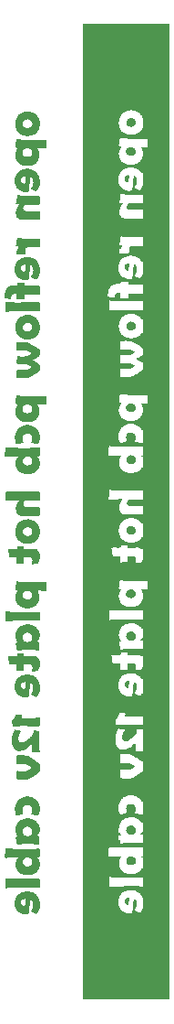
<source format=gbo>
%FSTAX44Y44*%
%MOMM*%
%SFA1B1*%

%IPPOS*%
%ADD12R,2.099296X90.266819*%
%LNpcb1-1*%
%LPD*%
G36*
X0094488Y01075989D02*
X0088138D01*
Y0197866*
X0094488*
Y01075989*
G37*
G36*
X00830838Y01897749D02*
X00831697Y01897632D01*
X00832517Y01897476*
X00833259Y01897281*
X00834Y01897047*
X00834664Y01896773*
X0083525Y018965*
X00835835Y01896188*
X00836304Y01895875*
X00836772Y01895602*
X00837123Y01895329*
X00837436Y01895095*
X00837709Y018949*
X00837865Y01894704*
X00837982Y01894626*
X00838021Y01894587*
X00838568Y01893962*
X00839076Y01893299*
X00839505Y01892635*
X00839856Y01891972*
X00840169Y01891269*
X00840403Y01890605*
X00840637Y01889941*
X00840793Y01889317*
X0084091Y01888692*
X00841028Y01888146*
X00841067Y01887677*
X00841145Y01887248*
Y01886896*
X00841184Y01886662*
Y01886428*
X00841145Y01885491*
X00841028Y01884593*
X00840871Y01883773*
X00840676Y01882992*
X00840442Y01882251*
X00840169Y01881548*
X00839895Y01880923*
X00839583Y01880377*
X00839271Y01879869*
X00838997Y0187944*
X00838724Y01879049*
X0083849Y01878737*
X00838295Y01878464*
X008381Y01878308*
X00838021Y0187819*
X00837982Y01878151*
X00837358Y01877605*
X00836694Y01877097*
X0083603Y01876668*
X00835328Y01876316*
X00834625Y01876004*
X00833922Y0187577*
X00833259Y01875536*
X00832595Y0187538*
X00832009Y01875262*
X00831424Y01875145*
X00830916Y01875067*
X00830487Y01875028*
X00830135*
X00829862Y01874989*
X00829667*
X00829628*
X00828691Y01875028*
X00827832Y01875106*
X00826973Y01875262*
X00826192Y01875497*
X00825451Y01875731*
X00824787Y01876004*
X00824162Y01876278*
X00823616Y01876552*
X00823108Y01876863*
X0082264Y01877136*
X00822288Y0187741*
X00821976Y01877644*
X00821703Y01877839*
X00821547Y01877995*
X0082143Y01878112*
X0082139Y01878151*
X00820844Y01878776*
X00820336Y01879401*
X00819907Y01880103*
X00819556Y01880767*
X00819243Y0188147*
X0081897Y01882172*
X00818775Y01882836*
X0081858Y01883461*
X00818463Y01884085*
X00818345Y01884632*
X00818267Y0188514*
X00818228Y01885569*
Y0188592*
X00818189Y01886194*
Y01886428*
X00818228Y01887365*
X00818345Y01888302*
X00818502Y01889122*
X00818697Y01889941*
X00818931Y01890683*
X00819204Y01891347*
X00819517Y01891972*
X0081979Y01892557*
X00820102Y01893065*
X00820414Y01893494*
X00820688Y01893884*
X00820922Y01894197*
X00821117Y01894431*
X00821273Y01894587*
X0082139Y01894704*
X0082143Y01894743*
X00822054Y0189529*
X00822718Y01895758*
X0082342Y01896149*
X00824123Y018965*
X00824826Y01896812*
X00825529Y01897047*
X00826231Y01897242*
X00826895Y01897398*
X0082752Y01897515*
X00828105Y01897632*
X00828613Y0189771*
X00829081Y01897749*
X00829433*
X00829706Y01897788*
X00829862*
X0082994*
X00830838Y01897749*
G37*
G36*
X00820102Y01872217D02*
X00820219D01*
X00820258*
X00820961Y01872061*
X00821664Y01871944*
X00823147Y01871749*
X00824631Y01871593*
X00825373Y01871554*
X00826036Y01871515*
X00826661Y01871476*
X00827246Y01871437*
X00827793*
X00828222Y01871397*
X00828613*
X00828886*
X00829042*
X0082912*
X00846455Y01871437*
X00846688Y01871397*
X00846883Y01871319*
X00847118Y01871085*
X00847274Y0187089*
X00847313Y01870812*
Y01870773*
X00847352Y01870539*
Y01869914*
X00847391Y01869563*
Y01868743*
X00847352Y01864175*
X00847313Y01863941*
X00847235Y01863746*
X00847118Y01863629*
X00847001Y01863512*
X00846766Y01863433*
X00846688*
X00846649*
X00846181*
X00845634*
X00845049Y01863472*
X00844502*
X00843995Y01863512*
X00843604*
X00843448Y0186355*
X00843331*
X00843253*
X00843214*
X00842394Y0186359*
X00841691Y01863629*
X00841105*
X00840598Y01863668*
X00840247*
X00839973*
X00839778*
X00839739*
X00839505*
X00839349Y01863629*
X00839232Y0186359*
X00839154Y01863512*
X00839076Y01863433*
Y01863394*
X00839115Y01863355*
X00839193Y0186316*
X00839349Y01862887*
X00839505Y01862535*
X00839661Y01862184*
X00839817Y01861872*
X00839895Y01861637*
X00839934Y01861598*
Y0186156*
X00840208Y01860818*
X00840442Y01860154*
X00840598Y0185949*
X00840676Y01858944*
X00840754Y01858514*
X00840793Y01858163*
Y01857851*
X00840754Y01856992*
X00840637Y01856133*
X00840481Y01855352*
X00840286Y01854649*
X00840012Y01853947*
X00839739Y01853322*
X00839466Y01852736*
X00839154Y01852229*
X00838841Y0185176*
X00838568Y01851331*
X00838256Y0185098*
X00838021Y01850706*
X00837826Y01850472*
X0083767Y01850277*
X00837553Y01850199*
X00837514Y0185016*
X00836889Y01849652*
X00836265Y01849223*
X00835601Y01848832*
X00834898Y01848481*
X00834235Y01848208*
X00833571Y01847974*
X00832946Y01847778*
X00832322Y01847622*
X00831736Y01847505*
X00831189Y01847427*
X00830721Y01847349*
X00830292Y0184731*
X00829979Y01847271*
X00829706*
X0082955*
X00829511*
X00828613Y0184731*
X00827715Y01847388*
X00826895Y01847544*
X00826114Y01847739*
X00825412Y01847935*
X00824748Y01848169*
X00824123Y01848442*
X00823577Y01848715*
X00823069Y01848989*
X0082264Y01849262*
X00822249Y01849496*
X00821937Y01849691*
X00821703Y01849887*
X00821547Y01850043*
X0082143Y01850121*
X0082139Y0185016*
X00820844Y01850745*
X00820336Y01851331*
X00819907Y01851956*
X00819556Y01852619*
X00819243Y01853244*
X0081897Y01853908*
X00818775Y01854532*
X0081858Y01855157*
X00818463Y01855703*
X00818345Y0185625*
X00818267Y01856719*
X00818228Y01857109*
Y0185746*
X00818189Y01857694*
Y01857929*
X00818228Y01858632*
X00818384Y01859295*
X0081858Y01859959*
X00818775Y01860584*
X00819009Y01861091*
X00819204Y0186152*
X00819282Y01861677*
X0081936Y01861794*
X00819399Y01861833*
Y01861872*
X00819478Y01862106*
X00819673Y01862457*
X00819868Y01862731*
X00819985Y01862965*
X00820141Y0186316*
X00820336Y01863472*
X00820453Y01863668*
X00820532Y01863746*
X0082061Y01863785*
X00820571Y01863863*
X00820414Y01863902*
X00820258Y0186398*
X00820024Y01864019*
X00819829Y01864058*
X00819634*
X00819517Y01864097*
X00819478*
X00819087Y01864175*
X00818814Y01864292*
X0081858Y01864487*
X00818463Y01864644*
X00818384Y01864839*
X00818306Y01864956*
Y01865581*
X00818384Y01866127*
X00818423Y01866713*
X00818502Y01867259*
X0081858Y01867806*
X00818619Y01868235*
X00818658Y01868391*
X00818697Y01868509*
Y01868626*
X00818814Y01869484*
X0081897Y01870187*
X00819087Y01870773*
X00819165Y01871241*
X00819282Y01871593*
X00819321Y01871827*
X00819399Y01871944*
Y01871983*
X00819556Y01872139*
X00819673Y01872217*
X00819829Y01872256*
X00819868*
X00820102Y01872217*
G37*
G36*
X00830526Y01844772D02*
X00831424Y01844655D01*
X00832322Y01844499*
X00833141Y01844265*
X00833883Y01844031*
X00834586Y01843718*
X0083525Y01843445*
X00835796Y01843094*
X00836343Y01842781*
X00836811Y01842469*
X00837202Y01842196*
X00837514Y01841961*
X00837748Y01841727*
X00837943Y01841571*
X0083806Y01841454*
X008381Y01841415*
X00838646Y0184079*
X00839115Y01840127*
X00839544Y01839424*
X00839895Y01838682*
X00840169Y01837979*
X00840442Y01837277*
X00840637Y01836574*
X00840793Y01835871*
X0084091Y01835247*
X00841028Y01834661*
X00841105Y01834154*
X00841145Y01833685*
Y01833295*
X00841184Y01833021*
Y01832787*
X00841145Y01831733*
X00841067Y01830757*
X0084091Y0182982*
X00840715Y01829*
X00840481Y0182822*
X00840247Y01827517*
X00839973Y01826892*
X008397Y01826346*
X00839427Y01825838*
X00839154Y01825409*
X00838919Y01825057*
X00838685Y01824745*
X0083849Y01824511*
X00838334Y01824355*
X00838256Y01824276*
X00838217Y01824237*
X00838021Y01824003*
X00837826Y01823886*
X00837748Y01823847*
X00837709*
X00837436Y01823886*
X00837084Y01824003*
X00836655Y01824198*
X00836187Y01824394*
X00835757Y01824628*
X00835406Y01824784*
X00835172Y0182494*
X00835133Y01824979*
X00835093*
X00834703Y01825174*
X00834391Y01825371*
X00834078Y01825565*
X00833844Y01825721*
X00833454Y01825994*
X00833141Y01826189*
X00832946Y01826385*
X00832868Y01826502*
X0083279Y01826541*
Y0182658*
X00833181Y01827204*
X00833532Y01827751*
X00833688Y01827985*
X00833805Y01828141*
X00833844Y01828258*
X00833883Y01828298*
X00834235Y01829039*
X00834508Y01829781*
X00834703Y01830484*
X0083482Y01831069*
X00834898Y01831616*
X00834976Y01832006*
Y01832358*
X00834937Y01832943*
X00834859Y01833529*
X00834781Y01833997*
X00834625Y01834466*
X00834508Y01834817*
X0083443Y01835091*
X00834352Y01835247*
X00834313Y01835325*
X00834Y01835871*
X00833649Y01836301*
X00833298Y01836613*
X00832907Y01836847*
X00832595Y01837042*
X00832322Y0183712*
X00832165Y01837199*
X00832087*
X00832009Y01836223*
X00831931Y01835325*
X00831853Y01834505*
X00831814Y01833724*
X00831736Y01833021*
X00831658Y01832358*
X00831619Y01831772*
X0083158Y01831265*
X00831541Y01830796*
X00831502Y01830406*
X00831463Y01830054*
X00831424Y01829781*
Y01829547*
X00831385Y01829391*
Y01829273*
X00831307Y01828493*
X00831228Y01827829*
X00831189Y01827204*
X00831111Y01826697*
X00831072Y01826267*
X00831033Y01825877*
Y01825565*
X00830994Y01825292*
X00830955Y01825096*
Y01824823*
X00830916Y01824745*
Y01824628*
X00830838Y01824355*
X00830721Y0182412*
X0083037Y01823769*
X0082994Y01823496*
X00829472Y01823339*
X00829042Y01823222*
X00828652Y01823183*
X00828496Y01823144*
X00828379*
X0082834*
X008283*
X00827481Y01823183*
X00826739Y01823261*
X00825997Y01823418*
X00825294Y01823613*
X00824631Y01823847*
X00824006Y0182412*
X0082342Y01824394*
X00822874Y01824667*
X00822405Y0182494*
X00822015Y01825213*
X00821625Y01825487*
X00821312Y01825721*
X00821078Y01825916*
X00820922Y01826072*
X00820805Y0182615*
X00820766Y01826189*
X00820219Y01826775*
X00819712Y01827361*
X00819282Y01827985*
X00818931Y0182861*
X00818619Y01829235*
X00818384Y0182982*
X0081815Y01830406*
X00817994Y01830991*
X00817877Y01831499*
X0081776Y01832006*
X00817682Y01832436*
X00817643Y01832787*
Y01833099*
X00817604Y01833334*
Y01833529*
X00817643Y01834466*
X0081776Y01835364*
X00817916Y01836223*
X0081815Y01837003*
X00818384Y01837745*
X00818697Y01838409*
X00819009Y01839033*
X00819321Y0183958*
X00819634Y01840088*
X00819946Y01840556*
X00820258Y01840907*
X00820492Y0184122*
X00820727Y01841493*
X00820883Y01841649*
X00821Y01841766*
X00821039Y01841805*
X00821664Y01842352*
X00822366Y01842781*
X00823069Y01843211*
X00823772Y01843523*
X00824475Y01843835*
X00825177Y0184407*
X00825881Y01844265*
X00826544Y01844421*
X00827168Y01844577*
X00827715Y01844655*
X00828261Y01844733*
X00828691Y01844772*
X00829042*
X00829315Y01844811*
X00829472*
X0082955*
X00830526Y01844772*
G37*
G36*
X00820727Y01820411D02*
X00820805D01*
X00820844*
X00821468Y01820255*
X00822171Y01820099*
X00823577Y01819904*
X0082506Y01819748*
X00826466Y01819631*
X00827129Y01819592*
X00827715Y01819553*
X00828261*
X0082873Y01819514*
X0082912*
X00829433*
X00829589*
X00829667*
X00830018*
X00830409*
X00831267*
X00832165*
X00833024*
X00833805Y01819553*
X00834117*
X0083443*
X00834664*
X00834859*
X00834976*
X00835015*
X0083564*
X00836265*
X00836811*
X00837358*
X00837826*
X00838256*
X00838646*
X00838997*
X0083931*
X00839583*
X00839817*
X00840012*
X0084013*
X00840247*
X00840286*
X00840325*
X0084052Y01819514*
X00840715Y01819435*
X0084091Y01819201*
X00841028Y01819006*
X00841067Y01818928*
Y01818733*
X00841105Y01818499*
X00841145Y0181803*
Y01817445*
X00841184Y01816859*
Y01813931*
X00841145Y01813345*
Y01812604*
X00841105Y01812408*
Y01812252*
X00841028Y01812018*
X00840949Y01811862*
X00840793Y01811706*
X00840637Y01811628*
X00840364Y01811549*
X00840286*
X00840247*
X00828066*
X00827754Y0181151*
X00827481Y01811354*
X00827207Y01811159*
X00826934Y01810886*
X008267Y01810652*
X00826544Y01810456*
X00826427Y018103*
X00826387Y01810261*
X00826153Y01809832*
X00825958Y01809441*
X00825841Y0180909*
X00825724Y01808778*
X00825685Y01808543*
X00825646Y01808348*
Y01808192*
X00825685Y01807724*
X00825763Y01807333*
X00825919Y01806943*
X00826114Y0180667*
X00826348Y01806396*
X00826622Y01806201*
X00827168Y0180585*
X00827754Y01805693*
X00828261Y01805576*
X00828457Y01805537*
X00828613*
X00828691*
X0082873*
X00829081*
X00829472*
X00830292Y01805498*
X00830643*
X00830955*
X0083115*
X00831189*
X00831228*
X00831814*
X00832322Y01805459*
X00832751*
X00833102*
X00833337*
X00833532*
X00833649*
X00833688*
X00834156*
X00834664*
X0083521Y01805498*
X00835718*
X00836187*
X00836577Y01805537*
X00836733*
X0083685*
X00836889*
X00836928*
X0083767*
X00838334Y01805576*
X0083888*
X00839349*
X008397*
X00839934*
X0084009*
X0084013*
X00840403Y01805537*
X00840598Y01805459*
X00840754Y01805381*
X00840871Y01805225*
X00841028Y0180503*
X00841067Y01804952*
Y01804757*
X00841105Y01804561*
X00841145Y01804054*
Y01803507*
X00841184Y01802883*
Y01799447*
X00841145Y01799174*
Y01798432*
X00841105Y01798237*
Y01798081*
X00841067Y01797846*
X00840949Y0179769*
X00840832Y01797573*
X00840715Y01797495*
X00840481Y01797417*
X00840442*
X00840403*
X00839778*
X00839076*
X00838373*
X0083767*
X00837006Y01797456*
X00836733*
X00836499*
X00836304*
X00836148*
X00836069*
X0083603*
X00835015*
X00834117*
X00833337*
X00832712*
X00832243*
X00831892*
X00831697*
X00831619*
X00824436*
X00823928Y01797495*
X0082346Y01797534*
X00822601Y01797808*
X00821859Y01798159*
X00821234Y01798549*
X00820727Y0179894*
X00820375Y01799291*
X0082018Y01799564*
X00820102Y01799603*
Y01799642*
X00819634Y01800384*
X00819321Y01801165*
X00819087Y01801985*
X00818892Y01802727*
X00818814Y0180339*
X00818775Y01803663*
Y01803937*
X00818736Y01804132*
Y01804405*
X00818814Y01805186*
X0081897Y01806006*
X00819243Y01806787*
X00819517Y01807528*
X00819829Y01808153*
X00819946Y01808426*
X00820102Y0180866*
X0082018Y01808856*
X00820258Y01809012*
X00820336Y0180909*
Y01809129*
X0082061Y01809598*
X00820844Y01809988*
X00821078Y01810339*
X00821234Y01810613*
X0082139Y01810847*
X00821508Y01811042*
X00821625Y01811198*
X00821703Y01811315*
X0082182Y01811471*
X00821859Y01811549*
X00821898*
X0082182Y01811628*
X00821664Y01811706*
X0082143Y01811784*
X00821117Y01811823*
X00820844Y01811862*
X0082061Y01811901*
X00820453Y0181194*
X00820375*
X00819868Y01811979*
X00819478Y01812057*
X00819204Y01812096*
X00819009Y01812174*
X00818892Y01812213*
X00818853Y01812252*
X00818814Y01812291*
Y01812408*
X00818853Y01812604*
X00818892Y01812838*
X00818931Y01813111*
X00819048Y01813775*
X00819165Y01814477*
X00819321Y0181518*
X00819399Y01815492*
X00819438Y01815766*
X00819478Y01816*
X00819517Y01816195*
X00819556Y01816312*
Y01816351*
X00819673Y01817171*
X00819751Y01817913*
X00819868Y01818577*
X00819907Y01819123*
X00819985Y01819553*
X00820024Y01819865*
X00820063Y0182006*
Y01820138*
X0082018Y01820333*
X00820336Y01820411*
X00820453Y01820451*
X00820532*
X00820727Y01820411*
G37*
G36*
X00820649Y0178102D02*
X00820727D01*
X00820766*
X0082143Y01780864*
X00822132Y01780708*
X00823577Y01780474*
X0082506Y01780279*
X00825763Y01780201*
X00826427Y01780162*
X00827051Y01780122*
X00827637Y01780083*
X00828183*
X00828613Y01780044*
X00829003*
X00829276*
X00829433*
X00829511*
X00829862*
X00830253*
X0083115*
X00832048*
X00832907*
X00833688Y01780083*
X00834039*
X00834352*
X00834586*
X00834781*
X00834898*
X00834937*
X00835601*
X00836187*
X00836772*
X0083728*
X00837787*
X00838217*
X00838607*
X00838958*
X0083931*
X00839583*
X00839778*
X00839973*
X0084013*
X00840247*
X00840286*
X00840325*
X0084052Y01780044*
X00840715Y01779966*
X0084091Y01779732*
X00841028Y01779498*
X00841067Y0177942*
Y01779381*
X00841105Y01778834*
X00841145Y01778288*
Y01777702*
X00841184Y01777155*
Y01774462*
X00841145Y01773915*
Y01773095*
X00841105Y01772822*
Y01772627*
X00841067Y01772353*
X00840988Y01772158*
X00840871Y01772041*
X00840793Y01771924*
X00840559Y01771846*
X0084052*
X00840481*
X00840247*
X00839934*
X0083931Y01771885*
X00839036Y01771924*
X00838802*
X00838646Y01771963*
X00838607*
X00838138Y01772002*
X00837748*
X00837397*
X00837123Y01772041*
X00836889*
X00836733*
X00836655*
X00836616*
X00836226*
X00835757*
X0083525*
X00834781*
X00834352Y0177208*
X00834*
X00833766*
X00833727*
X00833688*
X00832985*
X008324Y01772119*
X00831892*
X00831463*
X0083115*
X00830916*
X0083076*
X00830721*
X00830096Y0177208*
X00829589Y01772002*
X00829198Y01771924*
X00828886Y01771768*
X00828652Y01771651*
X00828496Y01771573*
X00828418Y01771495*
X00828379Y01771456*
X00828183Y01771143*
X00828027Y01770753*
X00827949Y01770362*
X00827871Y01769933*
X00827832Y01769504*
X00827793Y01769191*
Y01768489*
X00827832Y01768098*
Y01767903*
X00827871Y01767747*
Y0176763*
X0082791Y01767083*
Y0176638*
X00827871Y01766068*
X00827754Y01765834*
X00827637Y01765678*
X00827442Y01765561*
X00827286Y01765483*
X00827168Y01765443*
X00827051*
X00827012*
X00826817*
X00826544*
X00825958*
X00825685Y01765483*
X00825451*
X00825294*
X00825255*
X00824865*
X00824514*
X00824201*
X00823967*
X00823772*
X00823616*
X00823538*
X00823499*
X00823264*
X00822991Y01765443*
X00822366Y01765404*
X00822093*
X00821859Y01765365*
X00821703*
X00821664*
X00821234Y01765326*
X00820883Y01765287*
X00820571Y01765248*
X00820297Y01765209*
X00820102*
X00819946*
X00819868*
X00819829*
X00819634Y01765248*
X00819478Y01765404*
X00819399Y017656*
X00819321Y01765834*
X00819282Y01766107*
X00819243Y01766302*
Y01766498*
X00819282Y01767239*
X00819438Y01767981*
X00819634Y01768645*
X00819829Y01769308*
X00820063Y01769855*
X00820258Y01770245*
X00820336Y01770402*
X00820414Y01770519*
X00820453Y01770597*
Y01770636*
X00820649Y01770948*
X00820805Y0177126*
X00821078Y01771729*
X00821273Y01772041*
X0082143Y01772275*
X00821508Y01772393*
X00821586Y01772471*
X00821625Y0177251*
X00821547Y01772627*
X00821351Y01772705*
X00821117Y01772783*
X00820844Y01772822*
X0082061Y01772861*
X00820375Y017729*
X00820219*
X0082018*
X00819712Y01772939*
X0081936Y01773017*
X00819126Y01773095*
X00818931Y01773174*
X00818853Y01773251*
X00818814Y0177333*
X00818775Y01773369*
Y01773486*
X00818814Y01773603*
X00818853Y01773798*
X00818892Y01774032*
X00818931Y01774305*
X00819009Y01774618*
X00819126Y01775321*
X00819243Y01775984*
X00819321Y01776296*
X0081936Y0177657*
X00819399Y01776765*
X00819438Y0177696*
X00819478Y01777077*
Y01777116*
X00819595Y01777936*
X00819712Y01778678*
X00819829Y01779303*
X00819907Y0177981*
X00819946Y01780201*
X00819985Y01780513*
X00820024Y01780669*
Y01780747*
X00820141Y01780942*
X00820258Y0178102*
X00820414Y01781059*
X00820453*
X00820649Y0178102*
G37*
G36*
X00830526Y01763141D02*
X00831424Y01763023D01*
X00832322Y01762867*
X00833141Y01762633*
X00833883Y01762398*
X00834586Y01762086*
X0083525Y01761813*
X00835796Y01761461*
X00836343Y01761149*
X00836811Y01760837*
X00837202Y01760564*
X00837514Y01760329*
X00837748Y01760095*
X00837943Y01759939*
X0083806Y01759822*
X008381Y01759783*
X00838646Y01759158*
X00839115Y01758494*
X00839544Y01757792*
X00839895Y0175705*
X00840169Y01756347*
X00840442Y01755644*
X00840637Y01754942*
X00840793Y01754239*
X0084091Y01753614*
X00841028Y01753029*
X00841105Y01752521*
X00841145Y01752053*
Y01751662*
X00841184Y01751389*
Y01751155*
X00841145Y01750101*
X00841067Y01749125*
X0084091Y01748188*
X00840715Y01747368*
X00840481Y01746587*
X00840247Y01745884*
X00839973Y0174526*
X008397Y01744713*
X00839427Y01744206*
X00839154Y01743776*
X00838919Y01743425*
X00838685Y01743113*
X0083849Y01742878*
X00838334Y01742722*
X00838256Y01742644*
X00838217Y01742605*
X00838021Y01742371*
X00837826Y01742254*
X00837748Y01742215*
X00837709*
X00837436Y01742254*
X00837084Y01742371*
X00836655Y01742567*
X00836187Y01742761*
X00835757Y01742996*
X00835406Y01743152*
X00835172Y01743308*
X00835133Y01743347*
X00835093*
X00834703Y01743542*
X00834391Y01743737*
X00834078Y01743933*
X00833844Y01744089*
X00833454Y01744362*
X00833141Y01744557*
X00832946Y01744752*
X00832868Y01744869*
X0083279Y01744909*
Y01744948*
X00833181Y01745572*
X00833532Y01746119*
X00833688Y01746353*
X00833805Y01746509*
X00833844Y01746626*
X00833883Y01746665*
X00834235Y01747407*
X00834508Y01748149*
X00834703Y01748852*
X0083482Y01749437*
X00834898Y01749984*
X00834976Y01750374*
Y01750725*
X00834937Y01751311*
X00834859Y01751897*
X00834781Y01752365*
X00834625Y01752834*
X00834508Y01753185*
X0083443Y01753458*
X00834352Y01753614*
X00834313Y01753693*
X00834Y01754239*
X00833649Y01754668*
X00833298Y01754981*
X00832907Y01755215*
X00832595Y0175541*
X00832322Y01755488*
X00832165Y01755566*
X00832087*
X00832009Y0175459*
X00831931Y01753693*
X00831853Y01752873*
X00831814Y01752092*
X00831736Y01751389*
X00831658Y01750725*
X00831619Y0175014*
X0083158Y01749632*
X00831541Y01749164*
X00831502Y01748774*
X00831463Y01748422*
X00831424Y01748149*
Y01747915*
X00831385Y01747758*
Y01747641*
X00831307Y01746861*
X00831228Y01746197*
X00831189Y01745572*
X00831111Y01745065*
X00831072Y01744635*
X00831033Y01744245*
Y01743933*
X00830994Y01743659*
X00830955Y01743464*
Y01743191*
X00830916Y01743113*
Y01742996*
X00830838Y01742722*
X00830721Y01742488*
X0083037Y01742137*
X0082994Y01741863*
X00829472Y01741707*
X00829042Y0174159*
X00828652Y01741551*
X00828496Y01741512*
X00828379*
X0082834*
X008283*
X00827481Y01741551*
X00826739Y01741629*
X00825997Y01741785*
X00825294Y01741981*
X00824631Y01742215*
X00824006Y01742488*
X0082342Y01742761*
X00822874Y01743035*
X00822405Y01743308*
X00822015Y01743581*
X00821625Y01743854*
X00821312Y01744089*
X00821078Y01744284*
X00820922Y0174444*
X00820805Y01744518*
X00820766Y01744557*
X00820219Y01745143*
X00819712Y01745728*
X00819282Y01746353*
X00818931Y01746978*
X00818619Y01747602*
X00818384Y01748188*
X0081815Y01748774*
X00817994Y01749359*
X00817877Y01749867*
X0081776Y01750374*
X00817682Y01750804*
X00817643Y01751155*
Y01751467*
X00817604Y01751702*
Y01751897*
X00817643Y01752834*
X0081776Y01753731*
X00817916Y0175459*
X0081815Y01755371*
X00818384Y01756113*
X00818697Y01756777*
X00819009Y01757401*
X00819321Y01757948*
X00819634Y01758455*
X00819946Y01758924*
X00820258Y01759275*
X00820492Y01759587*
X00820727Y01759861*
X00820883Y01760017*
X00821Y01760134*
X00821039Y01760173*
X00821664Y0176072*
X00822366Y01761149*
X00823069Y01761578*
X00823772Y01761891*
X00824475Y01762203*
X00825177Y01762437*
X00825881Y01762633*
X00826544Y01762789*
X00827168Y01762945*
X00827715Y01763023*
X00828261Y01763101*
X00828691Y01763141*
X00829042*
X00829315Y01763179*
X00829472*
X0082955*
X00830526Y01763141*
G37*
G36*
X00823499Y01739209D02*
X00824045D01*
X00824514Y0173917*
X00824943*
X00825294Y01739131*
X00825646*
X00825958*
X00826192Y01739092*
X00826387*
X00826583Y01739053*
X008267*
X00826739*
X00826778*
X00826895Y01739013*
X00826973Y01738935*
X00827051Y01738701*
X0082709Y01738467*
Y01737881*
X00827051Y01737647*
Y01737374*
X0082709Y01737062*
X00827168Y01736866*
X00827246Y0173671*
X00827364Y01736593*
X0082752Y01736515*
X00827598Y01736476*
X00827676*
X00827715*
X00840169*
X00840403Y01736437*
X00840637Y01736359*
X00840793Y01736242*
X0084091Y01736085*
X00841028Y01735851*
X00841067Y01735773*
Y01735578*
X00841105Y01735383*
X00841145Y01734875*
Y01734329*
X00841184Y01733782*
Y01730151*
X00841145Y01729839*
Y01728941*
X00841105Y01728668*
Y01728512*
X00841067Y01728317*
X00841028Y0172816*
X0084091Y01728082*
X00840832Y01728004*
X00840676Y01727926*
X00840598*
X00839934*
X00839232*
X0083849Y01727965*
X00837748*
X00837123Y01728004*
X00836811*
X00836577*
X00836382Y01728043*
X00836226*
X00836148*
X00836108*
X00835523Y01728082*
X00835015Y01728121*
X00834508*
X00834078Y0172816*
X00833649Y017282*
X00833298*
X00832673Y01728238*
X00832205*
X00831892Y01728278*
X00831697*
X00831619*
X00830565Y01728317*
X00829628*
X00828808Y01728356*
X00828144Y01728395*
X00827598*
X00827207Y01728434*
X00826973*
X00826895*
X00826934Y01727848*
X00826973Y01727223*
X00827012Y01726599*
Y01725974*
X00827051Y01725428*
Y01724569*
X00827012Y01724374*
X00826973Y01724217*
X00826895Y01724139*
X00826778Y01724061*
X00826583Y01723983*
X00826544*
X00826505*
X00826114*
X00825646*
X00825138*
X00824592*
X00824084*
X00823694*
X00823538*
X0082342*
X00823342*
X00823303*
X00822562Y01724022*
X00821937*
X0082139*
X00820922Y01724061*
X00820571*
X00820336*
X0082018*
X00820141*
X00819985Y017241*
X00819829Y01724178*
X00819712Y01724374*
X00819634Y01724608*
Y01725935*
X00819673Y01726247*
Y01727185*
X00819712Y01727575*
Y01728668*
X00819204Y01728746*
X00818775Y01728785*
X0081858Y01728824*
X00818423*
X00818345*
X00818306*
X00817486Y01728785*
X00816823Y01728707*
X00816276Y0172859*
X00815848Y01728434*
X00815535Y01728278*
X008153Y0172816*
X00815183Y01728082*
X00815144Y01728043*
X00814988Y01727809*
X00814832Y01727497*
X00814715Y01727145*
X00814637Y01726755*
X00814558Y01726365*
X00814519Y01726052*
X0081448Y01725857*
Y01725779*
X00814402Y01725232*
X00814285Y01724842*
X00814168Y01724569*
X00814051Y01724374*
X00813934Y01724257*
X00813856Y01724217*
X00813817Y01724178*
X00813778*
X00813387Y01724217*
X00812919Y01724257*
X00812763Y01724296*
X00812606Y01724335*
X00812489Y01724374*
X0081245*
X00812099Y01724452*
X00811826Y0172453*
X0081163Y01724569*
X00811474Y01724608*
X00811357Y01724647*
X00811279*
X0081124*
X00810498Y01724764*
X00809835Y01724881*
X00809327Y01724998*
X00808898Y01725076*
X00808585Y01725115*
X00808351Y01725154*
X00808234Y01725193*
X00808195*
X00808039Y01725311*
X00807961Y01725506*
X00807922Y01725662*
Y0172574*
X00807961Y0172695*
X00808078Y01728082*
X00808234Y01729137*
X00808468Y01730073*
X00808742Y01730971*
X00809015Y01731752*
X00809366Y01732455*
X00809678Y01733079*
X00809991Y01733665*
X00810303Y01734134*
X00810616Y01734524*
X00810889Y01734836*
X00811123Y0173511*
X00811279Y01735266*
X00811396Y01735383*
X00811435Y01735422*
X00811787Y01735695*
X00812177Y01735929*
X00813075Y0173632*
X00814012Y01736554*
X00814949Y01736749*
X00815769Y01736866*
X00816159Y01736905*
X00816471*
X00816745Y01736944*
X0081694*
X00817057*
X00817096*
X00817525*
X00817955Y01736905*
X00818423*
X00818892Y01736866*
X00819282*
X00819595Y01736827*
X00819829*
X00819868*
X00819907*
X00819946Y01737413*
X00819985Y0173792*
Y01738116*
X00820024Y01738272*
Y01738389*
X00820102Y01738662*
X00820258Y01738896*
X00820414Y01739053*
X00820571Y01739131*
X00820766Y01739209*
X00820883Y01739248*
X00821*
X00821039*
X00821703*
X00822366*
X00822952*
X00823499Y01739209*
G37*
G36*
X00810069Y01721563D02*
X00810147Y01721524D01*
X00810186*
X00811591Y01721368*
X00813075Y0172125*
X0081448Y01721133*
X00815183Y01721094*
X00815848Y01721055*
X00816471*
X00817018Y01721016*
X00817525*
X00817955Y01720977*
X00818306*
X0081854*
X00818736*
X00818775*
X00827403Y01721016*
X00827793*
X00828222*
X00829198*
X00830174*
X0083115*
X00831619Y01721055*
X00832048*
X00832439*
X00832751*
X00833024*
X0083322*
X00833376*
X00833415*
X00834156*
X0083482*
X00835484*
X00836069*
X00836616*
X00837084*
X00837553*
X00837943*
X00838295*
X00838607*
X0083888*
X00839076*
X00839232*
X00839388*
X00839427*
X00839466*
X00840403*
X00840559Y01721016*
X00840715Y01720977*
X0084091Y01720782*
X00840988Y01720626*
X00841028Y01720548*
X00841067Y01720391*
Y01720196*
X00841105Y01719689*
X00841145Y01719103*
Y01718518*
X00841184Y01717971*
Y01716136*
X00841145Y01715395*
Y01714731*
X00841105Y01714223*
X00841067Y01713872*
Y01713599*
X00841028Y01713442*
Y01713403*
X00840949Y01713208*
X00840871Y01713091*
X00840676Y01712935*
X0084052Y01712857*
X00840442*
X00840169*
X00839895*
X0083931*
X00839036Y01712896*
X00838841*
X00838685*
X00838646*
X00838217Y01712935*
X00837865Y01712974*
X00837553*
X00837319Y01713013*
X00837123*
X00837006*
X00836928*
X00836889*
X00836226*
X00835523*
X00834781*
X00834039Y01713052*
X00832439*
X00830916*
X00830213*
X0082955*
X00828925*
X00828418*
X00827988*
X00827676*
X00827481*
X00827403*
X00825997*
X00824514Y01713013*
X00821547Y01712935*
X00820102Y01712896*
X00818658Y01712857*
X00817291Y01712779*
X00816003Y0171274*
X00814793Y01712662*
X00813661Y01712623*
X00812685Y01712584*
X00812216Y01712544*
X00811826Y01712506*
X00811474*
X00811123Y01712466*
X0081085*
X00810616*
X0081042Y01712427*
X00810303*
X00810225*
X00810186*
X00809835*
X00809678*
X00809522Y01712506*
X00809405Y01712662*
X00809327Y01712857*
Y01721016*
X00809366Y01721211*
X00809405Y01721368*
X00809483Y01721446*
X00809561Y01721524*
X00809757Y01721602*
X00809796*
X00809835*
X00809952*
X00810069Y01721563*
G37*
G36*
X00830838Y01709538D02*
X00831697Y01709421D01*
X00832517Y01709265*
X00833259Y0170907*
X00834Y01708836*
X00834664Y01708563*
X0083525Y01708289*
X00835835Y01707977*
X00836304Y01707665*
X00836772Y01707391*
X00837123Y01707118*
X00837436Y01706884*
X00837709Y01706689*
X00837865Y01706493*
X00837982Y01706415*
X00838021Y01706376*
X00838568Y01705752*
X00839076Y01705088*
X00839505Y01704424*
X00839856Y01703761*
X00840169Y01703058*
X00840403Y01702394*
X00840637Y01701731*
X00840793Y01701106*
X0084091Y01700481*
X00841028Y01699935*
X00841067Y01699466*
X00841145Y01699037*
Y01698685*
X00841184Y01698451*
Y01698217*
X00841145Y0169728*
X00841028Y01696382*
X00840871Y01695562*
X00840676Y01694781*
X00840442Y0169404*
X00840169Y01693337*
X00839895Y01692712*
X00839583Y01692166*
X00839271Y01691658*
X00838997Y01691229*
X00838724Y01690838*
X0083849Y01690526*
X00838295Y01690253*
X008381Y01690097*
X00838021Y01689979*
X00837982Y01689941*
X00837358Y01689394*
X00836694Y01688886*
X0083603Y01688457*
X00835328Y01688106*
X00834625Y01687793*
X00833922Y01687559*
X00833259Y01687325*
X00832595Y01687169*
X00832009Y01687052*
X00831424Y01686934*
X00830916Y01686856*
X00830487Y01686817*
X00830135*
X00829862Y01686778*
X00829667*
X00829628*
X00828691Y01686817*
X00827832Y01686895*
X00826973Y01687052*
X00826192Y01687286*
X00825451Y0168752*
X00824787Y01687793*
X00824162Y01688067*
X00823616Y0168834*
X00823108Y01688652*
X0082264Y01688926*
X00822288Y01689199*
X00821976Y01689433*
X00821703Y01689628*
X00821547Y01689784*
X0082143Y01689901*
X0082139Y01689941*
X00820844Y01690565*
X00820336Y0169119*
X00819907Y01691892*
X00819556Y01692556*
X00819243Y01693259*
X0081897Y01693962*
X00818775Y01694625*
X0081858Y0169525*
X00818463Y01695875*
X00818345Y01696421*
X00818267Y01696929*
X00818228Y01697358*
Y01697709*
X00818189Y01697983*
Y01698217*
X00818228Y01699154*
X00818345Y01700091*
X00818502Y01700911*
X00818697Y01701731*
X00818931Y01702472*
X00819204Y01703136*
X00819517Y01703761*
X0081979Y01704346*
X00820102Y01704854*
X00820414Y01705283*
X00820688Y01705673*
X00820922Y01705986*
X00821117Y0170622*
X00821273Y01706376*
X0082139Y01706493*
X0082143Y01706532*
X00822054Y01707079*
X00822718Y01707548*
X0082342Y01707938*
X00824123Y01708289*
X00824826Y01708601*
X00825529Y01708836*
X00826231Y01709031*
X00826895Y01709187*
X0082752Y01709304*
X00828105Y01709421*
X00828613Y01709499*
X00829081Y01709538*
X00829433*
X00829706Y01709578*
X00829862*
X0082994*
X00830838Y01709538*
G37*
G36*
X00826466Y01684319D02*
X00827012D01*
X00827481Y0168428*
X00827949Y01684241*
X0082834Y01684202*
X00828691Y01684124*
X00829003Y01684085*
X00829276Y01684045*
X0082955Y01683967*
X00829901Y01683889*
X00830096Y0168385*
X00830174Y01683811*
X00831072Y01683421*
X00832048Y01682913*
X00833063Y01682406*
X00834Y01681859*
X0083443Y01681625*
X00834859Y01681391*
X00835211Y01681196*
X00835523Y01681*
X00835796Y01680845*
X00835991Y01680727*
X00836108Y01680688*
X00836148Y01680649*
X00836967Y01680142*
X0083767Y01679712*
X00838295Y01679283*
X00838841Y01678931*
X0083931Y0167858*
X008397Y01678268*
X00840051Y01677955*
X00840325Y01677721*
X00840559Y01677526*
X00840715Y01677331*
X00840832Y01677174*
X00840949Y01677057*
X00841028Y01676862*
X00841067Y01676823*
X00841106Y01676589*
X00841145Y01676277*
Y01675925*
X00841184Y01675535*
Y01674168*
X00841145Y01673778*
Y01673427*
X00841106Y01673114*
X00841028Y01672607*
X0084091Y01672216*
X00840793Y01671943*
X00840715Y01671787*
X00840676Y01671709*
X00840637Y0167167*
X00840364Y01671436*
X00840051Y01671201*
X00839622Y01670928*
X00839193Y01670616*
X00838685Y01670304*
X00838178Y01669991*
X00837084Y01669327*
X00836577Y01669054*
X00836069Y01668742*
X00835601Y01668469*
X00835211Y01668273*
X00834859Y01668078*
X00834625Y01667922*
X0083443Y01667844*
X00834391Y01667805*
X00835289Y01667297*
X00836069Y01666868*
X00836811Y01666439*
X00837475Y01666048*
X00838021Y01665697*
X00838529Y01665345*
X00838997Y01665072*
X00839388Y01664799*
X008397Y01664565*
X00839973Y01664369*
X00840169Y01664213*
X00840364Y01664057*
X00840481Y0166394*
X00840559Y01663901*
X00840637Y01663823*
X00840832Y0166355*
X00840949Y01663315*
X00841028Y0166312*
X00841067Y01663042*
X00841106Y01662769*
X00841145Y01662417*
Y01662027*
X00841184Y01661598*
Y01660114*
X00841145Y01659724*
X00841067Y0165906*
X00840989Y01658552*
X00840871Y01658162*
X00840754Y01657889*
X00840637Y01657694*
X00840598Y01657615*
X00840559Y01657577*
X00840325Y01657381*
X00840051Y01657186*
X008397Y01656952*
X00839349Y01656679*
X00838529Y01656132*
X0083767Y01655586*
X0083685Y01655078*
X00836499Y01654844*
X00836148Y01654649*
X00835914Y01654492*
X00835679Y01654375*
X00835562Y01654297*
X00835523Y01654258*
X0083482Y01653829*
X00834156Y01653477*
X00833571Y01653126*
X00833024Y01652814*
X00832556Y0165254*
X00832126Y01652306*
X00831736Y01652111*
X00831385Y01651916*
X00831072Y0165176*
X00830838Y01651643*
X00830643Y01651525*
X00830448Y01651447*
X00830331Y01651408*
X00830253Y01651369*
X00830174Y0165133*
X00829901Y01651213*
X00829589Y01651135*
X00828847Y01650979*
X00828027Y01650901*
X00827207Y01650823*
X00826466Y01650784*
X00826114Y01650746*
X00825841*
X00825607*
X00825412*
X00825294*
X00825255*
X00824514*
X0082385*
X00823264Y01650784*
X00822718*
X00822249Y01650823*
X0082182*
X00821469Y01650862*
X00821156*
X00820883Y01650901*
X00820688Y0165094*
X00820493*
X00820375Y01650979*
X0082018Y01651018*
X00820141*
X00819946Y01651096*
X0081979Y01651213*
X00819712Y0165133*
X00819634Y01651447*
X00819556Y01651681*
Y01652736*
X00819595Y01653243*
Y01654219*
X00819634Y0165457*
Y01655664*
X00819673Y01656288*
Y01658045*
X00819712Y01658201*
X0081979Y01658318*
X00820063Y01658435*
X00820375Y01658514*
X00820453*
X00820493*
X00821742*
X00822874*
X0082385*
X00824748*
X0082549*
X00826114Y01658552*
X008267*
X00827129*
X0082752*
X00827793*
X00828027Y01658592*
X00828222*
X0082834*
X00828418*
X00828457*
X0082873Y0165867*
X0082912Y01658787*
X0082955Y01658982*
X0082994Y01659177*
X0083037Y01659372*
X00830682Y01659567*
X00830916Y01659685*
X00830955Y01659724*
X00830994*
X00831346Y01659919*
X00831697Y01660114*
X0083197Y01660271*
X00832205Y01660426*
X00832595Y016607*
X00832829Y01660895*
X00832985Y01661051*
X00833063Y01661168*
X00833102Y01661207*
Y01661246*
X00833063Y01661324*
X00833024Y01661402*
X0083279Y01661637*
X00832478Y01661871*
X00832087Y01662105*
X00831697Y016623*
X00831385Y01662495*
X0083115Y01662613*
X00831111Y01662652*
X00831072*
X00830487Y01662925*
X00829979Y01663159*
X0082955Y01663354*
X00829198Y01663511*
X00828925Y01663628*
X00828769Y01663706*
X00828652Y01663745*
X00828613*
X00828457Y01663784*
X008283*
X00827871Y01663823*
X00827403Y01663862*
X00826895*
X00826427Y01663901*
X00826036*
X00825919*
X00825802*
X00825724*
X00825685*
X00825333*
X00824904*
X00824475Y01663862*
X00824084*
X00823694*
X00823381Y01663823*
X00823186*
X00823108*
X00822484Y01663784*
X00821976Y01663745*
X00821508*
X00821156Y01663706*
X00820844*
X00820649*
X00820532*
X00820493*
X00820258*
X00820102Y01663784*
X00819985Y01663862*
X00819907Y0166394*
X0081979Y01664096*
Y01664174*
X00819751Y0166476*
X00819712Y01665267*
Y01668234*
X00819751Y01668859*
Y01669835*
X0081979Y01670186*
Y01670733*
X00819829Y01670889*
X00819907Y01671006*
X00820141Y01671162*
X00820375Y0167124*
X00820453*
X00820493*
X00820766*
X00821078Y01671201*
X00821742Y01671162*
X00822015*
X00822249Y01671123*
X00822405*
X00822484*
X00822952Y01671084*
X00823343Y01671045*
X00823694*
X00823967Y01671006*
X00824201*
X00824358*
X00824475*
X00824514*
X00825099*
X00825607*
X00826075Y01671045*
X00826505*
X00826895Y01671084*
X00827207*
X0082752Y01671123*
X00827754Y01671162*
X00828144Y01671201*
X00828379Y0167128*
X00828535Y01671318*
X00828574*
X00828925Y01671436*
X00829316Y01671592*
X00830135Y01671982*
X00830487Y01672138*
X00830799Y01672295*
X00830994Y01672373*
X00831033Y01672412*
X00831072*
X00831424Y01672607*
X00831736Y01672802*
X00832009Y01672958*
X00832243Y01673114*
X00832595Y01673388*
X00832829Y01673583*
X00832985Y01673739*
X00833063Y01673856*
X00833102Y01673895*
Y01673934*
X00833063Y01673973*
X00833024Y01674051*
X0083279Y01674246*
X00832439Y01674481*
X00832048Y01674754*
X00831697Y01674988*
X00831346Y01675183*
X00831111Y0167534*
X00831072Y01675379*
X00831033*
X00830331Y01675769*
X00829745Y01676042*
X00829316Y01676277*
X00829003Y01676433*
X00828769Y01676511*
X00828613Y0167655*
X00828535Y01676589*
X00828496*
X00827949Y01676628*
X00827286*
X00826622*
X00825958Y01676667*
X00825373*
X00825099*
X00824865*
X00824709*
X00824553*
X00824475*
X00824436*
X00824162*
X0082385*
X00823225*
X00822913*
X00822679*
X00822523*
X00822484*
X00822015*
X00821625Y01676628*
X00821273*
X00821*
X00820766*
X0082061*
X00820532*
X00820493*
X00820219Y01676667*
X00820024Y01676706*
X00819907Y01676784*
X0081979Y01676862*
X00819712Y01677057*
Y0167858*
X00819673Y01679087*
Y01680259*
X00819634Y01681*
Y01681625*
X00819595Y01682172*
Y01683382*
X00819634Y01683577*
X00819673Y01683772*
X00819868Y01683967*
X00820063Y01684085*
X00820102Y01684124*
X00820141*
X00820336Y01684163*
X0082061Y01684202*
X00820961Y01684241*
X00821351*
X00822171Y01684319*
X0082303*
X00823889Y01684358*
X0082424*
X00824592*
X00824865*
X0082506*
X00825216*
X00825255*
X00825881*
X00826466Y01684319*
G37*
G36*
X00820102Y0163509D02*
X00820219D01*
X00820258*
X00820961Y01634933*
X00821664Y01634816*
X00823147Y01634621*
X00824631Y01634465*
X00825373Y01634426*
X00826036Y01634387*
X00826661Y01634348*
X00827246Y01634309*
X00827793*
X00828222Y0163427*
X00828613*
X00828886*
X00829042*
X0082912*
X00846455Y01634309*
X00846688Y0163427*
X00846884Y01634192*
X00847118Y01633957*
X00847274Y01633762*
X00847313Y01633684*
Y01633645*
X00847352Y01633411*
Y01632786*
X00847391Y01632435*
Y01631615*
X00847352Y01627047*
X00847313Y01626813*
X00847235Y01626618*
X00847118Y01626501*
X00847001Y01626384*
X00846766Y01626306*
X00846688*
X00846649*
X00846181*
X00845634*
X00845049Y01626345*
X00844502*
X00843995Y01626384*
X00843604*
X00843448Y01626423*
X00843331*
X00843253*
X00843214*
X00842394Y01626462*
X00841691Y01626501*
X00841106*
X00840598Y0162654*
X00840247*
X00839973*
X00839778*
X00839739*
X00839505*
X00839349Y01626501*
X00839232Y01626462*
X00839154Y01626384*
X00839076Y01626306*
Y01626267*
X00839115Y01626227*
X00839193Y01626032*
X00839349Y01625759*
X00839505Y01625408*
X00839661Y01625056*
X00839817Y01624744*
X00839895Y0162451*
X00839934Y01624471*
Y01624432*
X00840208Y0162369*
X00840442Y01623026*
X00840598Y01622363*
X00840676Y01621816*
X00840754Y01621387*
X00840793Y01621035*
Y01620723*
X00840754Y01619864*
X00840637Y01619005*
X00840481Y01618224*
X00840286Y01617522*
X00840013Y01616819*
X00839739Y01616194*
X00839466Y01615609*
X00839154Y01615101*
X00838841Y01614633*
X00838568Y01614203*
X00838256Y01613852*
X00838021Y01613579*
X00837826Y01613344*
X0083767Y01613149*
X00837553Y01613071*
X00837514Y01613032*
X00836889Y01612525*
X00836265Y01612095*
X00835601Y01611705*
X00834898Y01611353*
X00834235Y0161108*
X00833571Y01610846*
X00832946Y01610651*
X00832322Y01610494*
X00831736Y01610377*
X00831189Y01610299*
X00830721Y01610221*
X00830292Y01610182*
X00829979Y01610143*
X00829706*
X0082955*
X00829511*
X00828613Y01610182*
X00827715Y0161026*
X00826895Y01610416*
X00826114Y01610612*
X00825412Y01610807*
X00824748Y01611041*
X00824123Y01611314*
X00823577Y01611588*
X00823069Y01611861*
X0082264Y01612134*
X00822249Y01612368*
X00821937Y01612564*
X00821703Y01612759*
X00821547Y01612915*
X0082143Y01612993*
X00821391Y01613032*
X00820844Y01613618*
X00820336Y01614203*
X00819907Y01614828*
X00819556Y01615492*
X00819243Y01616116*
X0081897Y0161678*
X00818775Y01617405*
X0081858Y01618029*
X00818463Y01618576*
X00818345Y01619123*
X00818267Y01619591*
X00818228Y01619981*
Y01620333*
X00818189Y01620567*
Y01620801*
X00818228Y01621504*
X00818384Y01622167*
X0081858Y01622831*
X00818775Y01623456*
X00819009Y01623963*
X00819204Y01624393*
X00819282Y01624549*
X0081936Y01624666*
X00819399Y01624705*
Y01624744*
X00819478Y01624978*
X00819673Y0162533*
X00819868Y01625603*
X00819985Y01625837*
X00820141Y01626032*
X00820336Y01626345*
X00820453Y0162654*
X00820532Y01626618*
X0082061Y01626657*
X00820571Y01626735*
X00820414Y01626774*
X00820258Y01626852*
X00820024Y01626891*
X00819829Y0162693*
X00819634*
X00819517Y01626969*
X00819478*
X00819087Y01627047*
X00818814Y01627165*
X0081858Y0162736*
X00818463Y01627516*
X00818384Y01627711*
X00818306Y01627828*
Y01628453*
X00818384Y01628999*
X00818423Y01629585*
X00818502Y01630131*
X0081858Y01630678*
X00818619Y01631108*
X00818658Y01631264*
X00818697Y01631381*
Y01631498*
X00818814Y01632357*
X0081897Y01633059*
X00819087Y01633645*
X00819165Y01634114*
X00819282Y01634465*
X00819321Y01634699*
X00819399Y01634816*
Y01634855*
X00819556Y01635012*
X00819673Y0163509*
X00819829Y01635129*
X00819868*
X00820102Y0163509*
G37*
G36*
X00830448Y01607684D02*
X00831346Y01607566D01*
X00832166Y0160741*
X00832946Y01607215*
X00833688Y01606981*
X00834391Y01606708*
X00835015Y01606434*
X00835562Y01606122*
X00836108Y0160581*
X00836538Y01605537*
X00836928Y01605263*
X0083728Y01605029*
X00837514Y01604834*
X00837709Y01604638*
X00837826Y0160456*
X00837865Y01604521*
X00838451Y01603897*
X00838958Y01603233*
X00839388Y01602569*
X00839778Y01601867*
X0084009Y01601164*
X00840364Y016005*
X00840598Y01599837*
X00840754Y01599212*
X0084091Y01598626*
X00840989Y0159808*
X00841067Y01597572*
X00841145Y01597143*
Y01596791*
X00841184Y01596557*
Y01596323*
X00841145Y01595776*
X00841106Y0159523*
X00841028Y01594644*
X00840949Y01594059*
X00840871Y01593551*
X00840793Y01593161*
X00840754Y01593005*
X00840715Y01592888*
Y0159281*
X00840598Y01592302*
X00840481Y01591912*
X00840364Y01591521*
X00840247Y01591209*
X0084013Y01590936*
X00840013Y01590701*
X00839895Y01590545*
X00839778Y01590389*
X00839583Y01590194*
X00839427Y01590077*
X0083931Y01590038*
X00839271*
X00839076*
X0083888Y01590077*
X00838373Y01590116*
X00837787Y01590194*
X00837202Y01590272*
X00836655Y01590389*
X00836187Y01590467*
X00835991Y01590506*
X00835874*
X00835796Y01590545*
X00835757*
X0083525Y01590662*
X0083482Y01590779*
X00834469Y01590857*
X00834117Y01590975*
X00833844Y01591053*
X00833649Y01591131*
X00833454Y01591209*
X00833298Y01591287*
X00833102Y01591404*
X00832985Y01591482*
X00832946Y0159156*
X00832985*
X00833024Y01591677*
X00833102Y01591872*
X00833181Y01592068*
X00833298Y01592302*
X00833376Y01592497*
X00833415Y01592653*
X00833454Y01592692*
X0083361Y01593161*
X00833727Y0159359*
X00833805Y01593942*
X00833844Y01594293*
X00833883Y01594566*
X00833922Y01594762*
Y01594957*
X00833883Y01595698*
X00833727Y01596362*
X00833532Y01596948*
X00833337Y01597416*
X00833102Y01597807*
X00832946Y01598119*
X0083279Y01598275*
X00832751Y01598353*
X00832283Y01598783*
X00831736Y01599134*
X00831228Y01599368*
X00830682Y01599524*
X00830213Y01599602*
X00829862Y01599641*
X00829706Y01599681*
X00829589*
X0082955*
X00829511*
X00828769Y01599641*
X00828144Y01599485*
X00827598Y0159929*
X00827129Y01599057*
X00826778Y01598861*
X00826505Y01598665*
X0082631Y01598509*
X0082627Y0159847*
X00825881Y01598002*
X00825568Y01597455*
X00825373Y01596909*
X00825216Y01596401*
X00825138Y01595972*
X0082506Y01595581*
Y01594918*
X00825138Y01594566*
X00825177Y01594215*
X00825255Y01593864*
X00825333Y01593551*
X00825373Y01593317*
X00825451Y01593122*
Y01593083*
X00825568Y01592614*
X00825646Y01592302*
X00825724Y01592068*
X00825763Y01591872*
Y01591794*
X00825802Y01591755*
Y01591716*
X00825763Y01591638*
X00825724Y0159156*
X00825529Y01591443*
X00825373Y01591365*
X00825333Y01591326*
X00825294*
X00825177Y01591287*
X0082506Y01591248*
X0082467Y01591131*
X0082424Y01590975*
X00823772Y01590857*
X00823303Y01590701*
X00822913Y01590623*
X00822757Y01590545*
X00822679*
X00822601Y01590506*
X00822562*
X00822132Y01590389*
X00821781Y01590272*
X0082143Y01590194*
X00821156Y01590116*
X00820688Y0158996*
X00820336Y01589882*
X00820102Y01589842*
X00819985Y01589803*
X00819907*
X0081979Y01589842*
X00819712Y01589882*
X00819517Y01590116*
X0081936Y01590311*
X00819321Y01590389*
Y01590428*
X00818814Y01591404*
X00818463Y01592419*
X00818189Y01593395*
X00818033Y01594332*
X00817955Y01594762*
X00817916Y01595113*
X00817877Y01595464*
Y01595776*
X00817838Y01596011*
Y01596323*
X00817877Y01597221*
X00817994Y0159808*
X0081815Y01598939*
X00818384Y01599681*
X00818619Y01600422*
X00818892Y01601086*
X00819204Y01601711*
X00819517Y01602296*
X00819868Y01602804*
X00820141Y01603233*
X00820453Y01603624*
X00820688Y01603936*
X00820922Y0160417*
X00821078Y01604365*
X00821195Y01604482*
X00821234Y01604521*
X00821898Y01605068*
X00822562Y01605575*
X00823264Y01606005*
X00823967Y01606356*
X00824631Y01606669*
X00825333Y01606942*
X00825997Y01607137*
X00826661Y01607332*
X00827246Y01607449*
X00827793Y01607566*
X008283Y01607606*
X0082873Y01607684*
X00829081*
X00829316Y01607723*
X00829511*
X0082955*
X00830448Y01607684*
G37*
G36*
X00809718Y01586993D02*
X00811084Y01586875D01*
X00812489Y01586758*
X0081534Y01586602*
X00816784Y01586524*
X0081815Y01586485*
X00819478Y01586446*
X00820766Y01586407*
X00821976Y01586368*
X0082303*
X00824006Y01586329*
X00824865*
X00825216*
X00825529*
X00825802*
X00826036*
X00826231*
X00826348*
X00826427*
X00826466*
X00828261*
X0082994Y01586368*
X00831463*
X00832868Y01586407*
X00834117Y01586446*
X00835211Y01586485*
X00836226Y01586524*
X00837084Y01586563*
X00837865Y01586641*
X0083849Y0158668*
X00839036Y01586719*
X00839427Y01586758*
X00839778Y01586797*
X00839973*
X0084013Y01586836*
X00840169*
X00840325Y01586875*
X00840403*
X00840481*
X00840676Y01586797*
X00840793Y01586641*
X0084091Y01586407*
X00840949Y01586134*
X00840989Y01585899*
X00841028Y01585665*
Y01582581*
X00840989Y01581878*
Y01580746*
X00840949Y01580278*
Y01579653*
X0084091Y01579419*
Y01579146*
X00840871Y01579067*
Y01578989*
X00840793Y01578911*
X00840715Y01578833*
X00840403Y01578677*
X00840247Y01578638*
X0084009Y01578599*
X00840013Y0157856*
X00839973*
X008397Y01578483*
X00839466Y01578404*
X0083931Y01578326*
X00839232Y01578248*
X00839154Y01578209*
X00839115Y0157817*
Y01578131*
X00839154Y01578013*
X00839193Y01577935*
X00839232Y01577857*
X00839271*
X00839622Y01577467*
X00839895Y01577037*
X00840169Y01576569*
X00840364Y01576139*
X00840715Y01575203*
X00840949Y01574344*
X00841067Y01573563*
X00841106Y0157325*
X00841145Y01572938*
X00841184Y01572704*
Y01572392*
X00841145Y01571533*
X00841028Y01570752*
X00840871Y01569971*
X00840637Y01569269*
X00840403Y01568566*
X0084009Y0156798*
X00839817Y01567395*
X00839466Y01566887*
X00839154Y01566419*
X00838841Y01566028*
X00838568Y01565677*
X00838334Y01565364*
X008381Y01565169*
X00837943Y01564974*
X00837826Y01564896*
X00837787Y01564857*
X00837163Y01564388*
X00836538Y01563959*
X00835874Y01563608*
X00835211Y01563256*
X00834547Y01563022*
X00833883Y01562788*
X00833259Y01562593*
X00832634Y01562476*
X00832048Y01562358*
X00831541Y0156228*
X00831072Y01562202*
X00830643Y01562163*
X00830331Y01562124*
X00830057*
X00829901*
X00829862*
X00828925Y01562163*
X00828066Y01562241*
X00827246Y01562358*
X00826466Y01562515*
X00825724Y01562749*
X0082506Y01562944*
X00824436Y01563178*
X00823889Y01563413*
X00823381Y01563686*
X00822952Y0156392*
X00822562Y01564115*
X00822249Y0156431*
X00822015Y01564506*
X00821859Y01564623*
X00821742Y01564701*
X00821703Y0156474*
X00821117Y01565286*
X0082061Y01565872*
X00820141Y01566497*
X00819751Y01567121*
X00819438Y01567746*
X00819165Y0156841*
X00818931Y01569034*
X00818775Y0156962*
X00818619Y01570205*
X00818541Y01570713*
X00818463Y0157122*
X00818384Y01571611*
Y01571962*
X00818345Y01572197*
Y01572431*
X00818384Y01573016*
X00818423Y01573602*
X00818697Y01574656*
X00819048Y01575554*
X00819438Y01576296*
X00819634Y01576647*
X00819829Y0157692*
X00820024Y01577154*
X0082018Y01577389*
X00820336Y01577545*
X00820453Y01577662*
X00820493Y01577701*
X00820532Y0157774*
X0082061Y01577857*
X00820649Y01577975*
X00820688Y01578052*
Y01578091*
X00820649Y01578209*
X00820571Y01578326*
X00820336Y01578443*
X00820141Y01578483*
X00820063*
X00820024*
X00819321*
X00818658*
X00818033*
X00817448Y01578443*
X00816901*
X00816393*
X00815925Y01578404*
X00815535*
X00815144*
X00814832Y01578365*
X00814558*
X00814324*
X00814168Y01578326*
X00814051*
X00813973*
X00813934*
X00813661*
X00813309Y01578287*
X00812919*
X00812528Y01578248*
X00812138Y01578209*
X00811826*
X0081163Y0157817*
X00811552*
X00811045Y01578131*
X00810576*
X00810186Y01578091*
X00809874*
X00809601*
X00809405*
X00809288*
X00809249*
X00809015*
X0080882Y0157817*
X00808703Y01578209*
X00808585Y01578287*
X00808507Y01578443*
Y01579107*
X00808546Y0157977*
X00808585Y01580395*
X00808624Y0158102*
X00808663Y01581566*
X00808703Y01582035*
Y01582191*
X00808742Y01582308*
Y01582425*
X00808781Y0158305*
X0080882Y01583596*
X00808859Y01584065*
X00808898Y01584494*
X00808937Y01584845*
X00808976Y01585158*
Y01585431*
X00809015Y01585665*
Y01586017*
X00809054Y01586212*
Y01586329*
X00809093Y01586563*
X00809132Y01586758*
X0080921Y01586875*
X00809249Y01586993*
X00809405Y01587071*
X00809444*
X00809718Y01586993*
G37*
G36*
X0081042Y01546469D02*
X00810537D01*
X00810576*
X00811123Y01546352*
X0081167Y01546274*
X00812255Y01546196*
X00812763Y01546118*
X00813231Y01546079*
X00813583*
X00813856Y0154604*
X00813895*
X00813934*
X00815183Y01546001*
X0081573*
X00816276*
X00816706Y01545962*
X00817018*
X00817252*
X00817291*
X0081733*
X00818267Y01545923*
X00819243Y01545884*
X00821273Y01545845*
X00823303Y01545806*
X00824279*
X00825216*
X00826114Y01545767*
X00826934*
X00827637*
X008283*
X00828808*
X00829198*
X00829316*
X00829433*
X00829472*
X00829511*
X00829862*
X00830253*
X00831111*
X00832009*
X00832868*
X00833649Y01545806*
X00834*
X00834313*
X00834547*
X00834742*
X00834859*
X00834898*
X00835523*
X00836148*
X00836694*
X00837241*
X00837709*
X00838138*
X00838529*
X0083888*
X00839193*
X00839466*
X008397*
X00839895*
X00840013*
X0084013*
X00840169*
X00840208*
X00840403Y01545767*
X00840598Y01545688*
X00840832Y01545415*
X00840989Y01545142*
X00841028Y01545064*
Y01545025*
X00841067Y01544673*
X00841106Y01544244*
X00841145Y01543385*
X00841184Y01542995*
Y01539989*
X00841145Y01539676*
Y01538817*
X00841106Y01538583*
Y01538427*
X00841028Y01538193*
X0084091Y01538037*
X00840754Y0153788*
X00840598Y01537802*
X00840442Y01537763*
X00840286Y01537724*
X00840208*
X00840169*
X00839739*
X00839232*
X00838685*
X00838138*
X0083767Y01537763*
X0083728*
X00837123*
X00837006*
X00836967*
X00836928*
X00836148*
X00835484Y01537802*
X00834937*
X00834469*
X00834117*
X00833844*
X00833688*
X00833649*
X00828066*
X00827754Y01537763*
X00827481Y01537607*
X00827168Y01537373*
X00826934Y01537139*
X00826739Y01536905*
X00826583Y0153667*
X00826466Y01536514*
X00826427Y01536475*
X00826192Y01536007*
X00826036Y01535616*
X00825881Y01535265*
X00825802Y01534914*
X00825763Y01534679*
X00825724Y01534484*
Y01534328*
X00825763Y01533859*
X00825841Y0153343*
X00825958Y01533079*
X00826153Y01532766*
X00826348Y01532493*
X00826544Y01532298*
X00826817Y01532103*
X00827051Y01531986*
X0082752Y0153179*
X00827949Y01531673*
X00828144Y01531634*
X00828261*
X0082834*
X00828379*
X00828769*
X00829159*
X00830096*
X00831072Y01531673*
X00832009*
X00832478*
X00832868*
X00833259Y01531712*
X00833571*
X00833844*
X00834078*
X00834195*
X00834235*
X00834937*
X00835601Y01531751*
X00836226*
X00836772*
X00837319*
X00837787*
X00838217Y0153179*
X00838607*
X00838958*
X00839232*
X00839505*
X008397*
X00839856*
X00839973*
X00840013*
X00840051*
X00840325Y01531751*
X00840559Y01531673*
X00840715Y01531556*
X00840832Y01531439*
X00840989Y01531205*
X00841028Y01531127*
Y01531088*
X00841067Y01530658*
X00841106Y01530112*
X00841145Y01529526*
Y0152894*
X00841184Y01528433*
Y01526012*
X00841145Y01525427*
Y01524685*
X00841106Y0152449*
Y01524334*
X00841028Y01524099*
X00840949Y01523943*
X00840793Y01523826*
X00840637Y01523748*
X00840481Y01523709*
X00840325Y0152367*
X00840247*
X00840208*
X0082467Y01523631*
X00824162Y0152367*
X00823655Y01523709*
X00822796Y01523943*
X00822015Y01524295*
X00821351Y01524685*
X00820844Y01525075*
X00820493Y01525427*
X00820258Y01525661*
X0082018Y015257*
Y01525739*
X00819673Y0152652*
X00819321Y01527302*
X00819048Y0152812*
X00818892Y01528901*
X00818775Y01529565*
X00818736Y01529838*
Y01530112*
X00818697Y01530307*
Y0153058*
X00818736Y01531205*
X00818814Y0153179*
X00818931Y01532376*
X00819087Y01532922*
X00819243Y01533352*
X0081936Y01533703*
X00819438Y01533937*
X00819478Y01533977*
Y01534016*
X00819946Y01534914*
X00820219Y01535343*
X00820453Y01535733*
X00820649Y01536046*
X00820805Y0153628*
X00820922Y01536436*
X00820961Y01536514*
X00821234Y01536905*
X0082143Y01537178*
X00821547Y01537373*
X00821625Y01537529*
X00821703Y01537607*
X00821742Y01537646*
Y01537685*
X00821703Y01537763*
X00821664Y01537802*
X00821508Y01537841*
X00821351Y0153788*
X00821273*
X00820688*
X00820102*
X00818775*
X00817448Y01537841*
X00816159*
X00815573*
X00815027*
X00814519Y01537802*
X0081409*
X00813739*
X00813504*
X00813309*
X0081327*
X00813036*
X00812724Y01537763*
X0081206Y01537724*
X00811748*
X00811513Y01537685*
X00811357*
X00811279*
X0081085Y01537646*
X00810459*
X00810147Y01537607*
X00809835*
X0080964*
X00809444*
X00809366*
X00809327*
X00809171*
X00809054Y01537646*
X00808898Y01537763*
X00808859Y0153788*
Y0153792*
X00809327Y01542019*
X00809366Y01542214*
Y01542487*
X00809405Y01542839*
Y0154319*
X00809444Y01543541*
Y01544127*
X00809483Y01544595*
Y01545025*
X00809522Y01545376*
X00809561Y01545688*
X00809601Y01545884*
X0080964Y01546079*
X00809678Y01546157*
Y01546196*
X00809835Y01546391*
X00809952Y01546469*
X00810108Y01546508*
X00810147*
X00810264*
X0081042Y01546469*
G37*
G36*
X00830838Y01520391D02*
X00831697Y01520274D01*
X00832517Y01520117*
X00833259Y01519922*
X00834Y01519688*
X00834664Y01519415*
X0083525Y01519141*
X00835835Y01518829*
X00836304Y01518517*
X00836772Y01518243*
X00837123Y0151797*
X00837436Y01517736*
X00837709Y01517541*
X00837865Y01517345*
X00837982Y01517269*
X00838021Y01517228*
X00838568Y01516604*
X00839076Y0151594*
X00839505Y01515276*
X00839856Y01514613*
X00840169Y0151391*
X00840403Y01513246*
X00840637Y01512583*
X00840793Y01511958*
X0084091Y01511333*
X00841028Y01510787*
X00841067Y01510318*
X00841145Y01509889*
Y01509538*
X00841184Y01509303*
Y01509069*
X00841145Y01508132*
X00841028Y01507234*
X00840871Y01506414*
X00840676Y01505634*
X00840442Y01504892*
X00840169Y01504189*
X00839895Y01503565*
X00839583Y01503018*
X00839271Y0150251*
X00838997Y01502081*
X00838724Y01501691*
X0083849Y01501378*
X00838295Y01501105*
X008381Y01500949*
X00838021Y01500832*
X00837982Y01500793*
X00837358Y01500246*
X00836694Y01499739*
X0083603Y01499309*
X00835328Y01498958*
X00834625Y01498646*
X00833922Y01498411*
X00833259Y01498177*
X00832595Y01498021*
X00832009Y01497904*
X00831424Y01497787*
X00830916Y01497709*
X00830487Y01497669*
X00830135*
X00829862Y0149763*
X00829667*
X00829628*
X00828691Y01497669*
X00827832Y01497748*
X00826973Y01497904*
X00826192Y01498138*
X00825451Y01498372*
X00824787Y01498646*
X00824162Y01498919*
X00823616Y01499192*
X00823108Y01499504*
X0082264Y01499778*
X00822288Y01500051*
X00821976Y01500285*
X00821703Y0150048*
X00821547Y01500637*
X0082143Y01500754*
X00821391Y01500793*
X00820844Y01501417*
X00820336Y01502042*
X00819907Y01502745*
X00819556Y01503408*
X00819243Y01504111*
X0081897Y01504814*
X00818775Y01505477*
X0081858Y01506102*
X00818463Y01506728*
X00818345Y01507273*
X00818267Y01507781*
X00818228Y0150821*
Y01508562*
X00818189Y01508835*
Y01509069*
X00818228Y01510006*
X00818345Y01510943*
X00818502Y01511763*
X00818697Y01512583*
X00818931Y01513324*
X00819204Y01513988*
X00819517Y01514613*
X0081979Y01515198*
X00820102Y01515706*
X00820414Y01516135*
X00820688Y01516526*
X00820922Y01516838*
X00821117Y01517072*
X00821273Y01517228*
X00821391Y01517345*
X0082143Y01517385*
X00822054Y01517931*
X00822718Y015184*
X0082342Y0151879*
X00824123Y01519141*
X00824826Y01519454*
X00825529Y01519688*
X00826231Y01519883*
X00826895Y01520039*
X0082752Y01520156*
X00828105Y01520274*
X00828613Y01520352*
X00829081Y01520391*
X00829433*
X00829706Y0152043*
X00829862*
X0082994*
X00830838Y01520391*
G37*
G36*
X00825881Y01495366D02*
X00826036Y01495288D01*
X00826114Y01495132*
X00826192Y01494976*
X00826231Y0149482*
X0082627Y01494663*
Y01494468*
X00826231Y0149439*
Y01493961*
X0082627Y0149357*
X00826389Y01493297*
X00826583Y01493102*
X00826739Y01492985*
X00826934Y01492868*
X00827129Y01492829*
X00827246*
X00827286*
X00827871*
X00828574*
X00829316Y01492868*
X00830057*
X00830721Y01492907*
X00830994*
X00831228*
X00831463Y01492946*
X00831619*
X00831697*
X00831736*
X0083279Y01492985*
X00833688Y01493024*
X00834469*
X00835093Y01493063*
X00835562*
X00835914*
X00836108*
X00836187*
X00837045Y01492985*
X00837826Y0149279*
X0083849Y01492477*
X00839076Y01492048*
X00839544Y0149154*
X00839973Y01490994*
X00840286Y01490408*
X00840559Y01489783*
X00840754Y01489198*
X0084091Y01488612*
X00841028Y01488066*
X00841106Y01487558*
X00841145Y01487129*
X00841184Y01486816*
Y01486543*
X00841106Y01485255*
X00840949Y01484045*
X00840676Y01482912*
X0084052Y01482444*
X00840364Y01481975*
X00840247Y01481546*
X0084009Y01481156*
X00839934Y01480843*
X00839817Y0148057*
X00839739Y01480336*
X00839661Y0148018*
X00839583Y01480102*
Y01480062*
X00839466Y01479867*
X00839388Y01479672*
X00839193Y01479438*
X00839115Y0147936*
X00839076Y01479321*
X00838997Y01479282*
X0083888Y01479243*
X00838607Y01479165*
X00838373*
X00838295*
X00838256*
X00837982*
X0083767Y01479126*
X00837006Y01479087*
X00836733Y01479047*
X00836499*
X00836343Y01479009*
X00836265*
X00835757Y01478969*
X00835328Y0147893*
X00834976Y01478891*
X00834664Y01478852*
X00834469*
X00834274*
X00834195*
X00834156*
X00834*
X00833883Y0147893*
X00833727Y01479087*
X00833688Y01479243*
Y01479516*
X00833727Y0147975*
X00833805Y01480219*
X00833883Y01480453*
X00833922Y01480648*
X00833961Y01480765*
Y01480804*
X00834039Y01481195*
X00834117Y01481507*
X00834156Y0148178*
X00834195Y01482015*
X00834235Y0148221*
Y01482444*
X00834195Y0148303*
X00834078Y01483537*
X00833922Y01483928*
X00833727Y0148424*
X00833532Y01484513*
X00833376Y01484669*
X00833259Y01484747*
X0083322Y01484786*
X00832907Y01484943*
X00832517Y01485021*
X00831658Y01485177*
X00831267*
X00830955Y01485216*
X00830721*
X00830682*
X00830643*
X00830409*
X00830174*
X00829628*
X00829394Y01485255*
X00829198*
X00829081*
X00829042*
X00827403*
X0082709*
X00826856Y01485216*
X00826661Y01485138*
X00826544Y01485099*
X00826466Y01485021*
X00826427Y01484982*
Y01482288*
X00826466Y01482054*
Y01480219*
X00826427Y01479985*
X00826389Y01479828*
X0082631Y01479711*
X00826231Y01479633*
X00826075Y01479555*
X00825997*
X00825802*
X00825529*
X0082506*
X00824826Y01479594*
X00824631*
X00824514*
X00824475*
X00824084*
X00823772*
X00823499*
X00823264*
X00823069*
X00822952*
X00822874*
X00822835*
X0082264*
X00822366Y01479555*
X00821898Y01479516*
X00821664*
X00821469Y01479477*
X00821351*
X00821312*
X00820922Y01479438*
X0082061Y01479399*
X00820336*
X00820102Y0147936*
X00819946*
X00819829*
X00819751*
X00819712*
X00819595Y01479399*
X00819517Y01479438*
X00819438Y01479594*
X00819399Y01479789*
Y01480609*
X00819438Y0148139*
Y01481741*
X00819478Y01482015*
Y01482288*
X00819517Y01482834*
Y01483732*
X00819556Y01484045*
Y0148463*
X00819517Y01484864*
X00819399Y01485021*
X00819204Y01485138*
X00819009Y01485216*
X00818814Y01485255*
X00818619Y01485294*
X00818502*
X00818463*
X00818072*
X00817643Y01485255*
X00817174*
X00816706Y01485216*
X00816315*
X00816003Y01485177*
X00815769*
X0081573*
X00815691*
X00815027Y01485138*
X0081448Y01485099*
X00814012Y0148506*
X00813622Y01485021*
X00813309*
X00813075*
X00812958*
X00812919*
X00812802Y0148506*
X00812724Y01485099*
X00812606Y01485294*
X00812568Y01485528*
Y01485606*
X0081245Y01486426*
X00812372Y01487168*
X00812294Y01487753*
X00812216Y01488222*
X00812177Y01488612*
Y01488886*
X00812138Y01489042*
Y01489081*
X00812099Y01489276*
X0081206Y01489549*
X00811943Y01490135*
X00811904Y01490408*
X00811826Y01490642*
X00811787Y01490799*
Y01490837*
X00811709Y01491228*
X0081163Y01491579*
X00811591Y01491892*
X00811552Y01492126*
X00811513Y01492321*
Y01492594*
X00811552Y01492672*
X0081163Y0149275*
X00811748Y01492829*
X00811943Y01492868*
X00812333Y01492985*
X00812841Y01493024*
X00813309Y01493063*
X00813739Y01493102*
X00813934*
X00814051*
X00814129*
X00814168*
X00814246*
X00814363*
X00814519Y01493063*
X00814988*
X00815496Y01493024*
X00816003*
X00816471Y01492985*
X00816667*
X00816823*
X00816901*
X0081694*
X00817565*
X0081815*
X0081858*
X0081897Y01493024*
X00819282Y01493063*
X00819478*
X00819595Y01493102*
X00819634*
X0081979Y01493141*
X00819868Y01493258*
X00820024Y01493531*
X00820063Y01493687*
X00820102Y01493844*
Y01494429*
X0082018Y0149478*
X00820258Y01495054*
X00820336Y0149521*
X00820414Y01495327*
X00820493Y01495366*
X00820532Y01495405*
X00820571*
X00820766*
X00821*
X00821469Y01495366*
X00821664*
X00821859*
X00821976*
X00822015*
X00822366*
X0082264Y01495327*
X00822913*
X00823108*
X00823264*
X00823381*
X0082342*
X0082346*
X00823811*
X00824162*
X00824319Y01495366*
X00824475*
X00824553*
X00824592*
X0082506Y01495405*
X00825412*
X00825607*
X00825685*
X00825881Y01495366*
G37*
G36*
X00820102Y01462963D02*
X00820219D01*
X00820258*
X00820961Y01462807*
X00821664Y0146269*
X00823147Y01462495*
X00824631Y01462338*
X00825373Y01462299*
X00826036Y0146226*
X00826661Y01462221*
X00827246Y01462182*
X00827793*
X00828222Y01462143*
X00828613*
X00828886*
X00829042*
X0082912*
X00846455Y01462182*
X00846688Y01462143*
X00846884Y01462065*
X00847118Y01461831*
X00847274Y01461636*
X00847313Y01461558*
Y01461519*
X00847352Y01461284*
Y0146066*
X00847391Y01460308*
Y01459489*
X00847352Y01454921*
X00847313Y01454687*
X00847235Y01454491*
X00847118Y01454374*
X00847001Y01454257*
X00846766Y01454179*
X00846688*
X00846649*
X00846181*
X00845634*
X00845049Y01454218*
X00844502*
X00843995Y01454257*
X00843604*
X00843448Y01454296*
X00843331*
X00843253*
X00843214*
X00842394Y01454335*
X00841691Y01454374*
X00841106*
X00840598Y01454413*
X00840247*
X00839973*
X00839778*
X00839739*
X00839505*
X00839349Y01454374*
X00839232Y01454335*
X00839154Y01454257*
X00839076Y01454179*
Y0145414*
X00839115Y01454101*
X00839193Y01453906*
X00839349Y01453633*
X00839505Y01453281*
X00839661Y0145293*
X00839817Y01452618*
X00839895Y01452383*
X00839934Y01452344*
Y01452305*
X00840208Y01451563*
X00840442Y014509*
X00840598Y01450236*
X00840676Y0144969*
X00840754Y0144926*
X00840793Y01448909*
Y01448597*
X00840754Y01447738*
X00840637Y01446879*
X00840481Y01446098*
X00840286Y01445395*
X00840013Y01444692*
X00839739Y01444068*
X00839466Y01443482*
X00839154Y01442975*
X00838841Y01442506*
X00838568Y01442077*
X00838256Y01441726*
X00838021Y01441452*
X00837826Y01441218*
X0083767Y01441023*
X00837553Y01440945*
X00837514Y01440906*
X00836889Y01440398*
X00836265Y01439969*
X00835601Y01439578*
X00834898Y01439227*
X00834235Y01438954*
X00833571Y01438719*
X00832946Y01438524*
X00832322Y01438368*
X00831736Y01438251*
X00831189Y01438173*
X00830721Y01438095*
X00830292Y01438056*
X00829979Y01438017*
X00829706*
X0082955*
X00829511*
X00828613Y01438056*
X00827715Y01438134*
X00826895Y0143829*
X00826114Y01438485*
X00825412Y0143868*
X00824748Y01438915*
X00824123Y01439188*
X00823577Y01439461*
X00823069Y01439734*
X0082264Y01440008*
X00822249Y01440242*
X00821937Y01440437*
X00821703Y01440632*
X00821547Y01440788*
X0082143Y01440867*
X00821391Y01440906*
X00820844Y01441491*
X00820336Y01442077*
X00819907Y01442701*
X00819556Y01443365*
X00819243Y0144399*
X0081897Y01444653*
X00818775Y01445278*
X0081858Y01445903*
X00818463Y01446449*
X00818345Y01446996*
X00818267Y01447464*
X00818228Y01447855*
Y01448206*
X00818189Y0144844*
Y01448675*
X00818228Y01449377*
X00818384Y01450041*
X0081858Y01450705*
X00818775Y01451329*
X00819009Y01451837*
X00819204Y01452266*
X00819282Y01452422*
X0081936Y01452539*
X00819399Y01452578*
Y01452618*
X00819478Y01452852*
X00819673Y01453203*
X00819868Y01453476*
X00819985Y01453711*
X00820141Y01453906*
X00820336Y01454218*
X00820453Y01454413*
X00820532Y01454491*
X0082061Y01454531*
X00820571Y01454609*
X00820414Y01454648*
X00820258Y01454726*
X00820024Y01454765*
X00819829Y01454804*
X00819634*
X00819517Y01454843*
X00819478*
X00819087Y01454921*
X00818814Y01455039*
X0081858Y01455233*
X00818463Y01455389*
X00818384Y01455585*
X00818306Y01455702*
Y01456326*
X00818384Y01456873*
X00818423Y01457459*
X00818502Y01458005*
X0081858Y01458552*
X00818619Y01458981*
X00818658Y01459137*
X00818697Y01459254*
Y01459371*
X00818814Y0146023*
X0081897Y01460933*
X00819087Y01461519*
X00819165Y01461987*
X00819282Y01462338*
X00819321Y01462573*
X00819399Y0146269*
Y01462729*
X00819556Y01462885*
X00819673Y01462963*
X00819829Y01463002*
X00819868*
X00820102Y01462963*
G37*
G36*
X00810069Y01435206D02*
X00810147Y01435167D01*
X00810186*
X00811591Y01435011*
X00813075Y01434894*
X0081448Y01434776*
X00815183Y01434737*
X00815848Y01434698*
X00816471*
X00817018Y01434659*
X00817525*
X00817955Y0143462*
X00818306*
X00818541*
X00818736*
X00818775*
X00827403Y01434659*
X00827793*
X00828222*
X00829198*
X00830174*
X0083115*
X00831619Y01434698*
X00832048*
X00832439*
X00832751*
X00833024*
X0083322*
X00833376*
X00833415*
X00834156*
X0083482*
X00835484*
X00836069*
X00836616*
X00837084*
X00837553*
X00837943*
X00838295*
X00838607*
X0083888*
X00839076*
X00839232*
X00839388*
X00839427*
X00839466*
X00840403*
X00840559Y01434659*
X00840715Y0143462*
X0084091Y01434425*
X00840989Y01434269*
X00841028Y01434191*
X00841067Y01434035*
Y01433839*
X00841106Y01433332*
X00841145Y01432746*
Y01432161*
X00841184Y01431614*
Y01429779*
X00841145Y01429038*
Y01428374*
X00841106Y01427866*
X00841067Y01427515*
Y01427242*
X00841028Y01427085*
Y01427046*
X00840949Y01426851*
X00840871Y01426734*
X00840676Y01426578*
X0084052Y014265*
X00840442*
X00840169*
X00839895*
X0083931*
X00839036Y01426539*
X00838841*
X00838685*
X00838646*
X00838217Y01426578*
X00837865Y01426617*
X00837553*
X00837319Y01426656*
X00837123*
X00837006*
X00836928*
X00836889*
X00836226*
X00835523*
X00834781*
X00834039Y01426695*
X00832439*
X00830916*
X00830213*
X0082955*
X00828925*
X00828418*
X00827988*
X00827676*
X00827481*
X00827403*
X00825997*
X00824514Y01426656*
X00821547Y01426578*
X00820102Y01426539*
X00818658Y014265*
X00817291Y01426422*
X00816003Y01426383*
X00814793Y01426305*
X00813661Y01426266*
X00812685Y01426227*
X00812216Y01426188*
X00811826Y01426149*
X00811474*
X00811123Y0142611*
X0081085*
X00810616*
X0081042Y0142607*
X00810303*
X00810225*
X00810186*
X00809835*
X00809678*
X00809522Y01426149*
X00809405Y01426305*
X00809327Y014265*
Y01434659*
X00809366Y01434854*
X00809405Y01435011*
X00809483Y01435089*
X00809561Y01435167*
X00809757Y01435245*
X00809796*
X00809835*
X00809952*
X00810069Y01435206*
G37*
G36*
X00830799Y01423182D02*
X00831619Y01423104D01*
X00832361Y01422986*
X00833102Y01422791*
X00833766Y01422596*
X0083443Y01422362*
X00835015Y01422088*
X00835523Y01421854*
X0083603Y01421581*
X0083646Y01421347*
X00836811Y01421112*
X00837123Y01420917*
X00837397Y01420722*
X00837553Y01420605*
X0083767Y01420527*
X00837709Y01420488*
X00838334Y01419941*
X00838841Y01419356*
X0083931Y01418731*
X008397Y01418145*
X00840051Y01417521*
X00840325Y01416935*
X00840559Y0141635*
X00840754Y01415764*
X0084091Y01415257*
X00840989Y01414749*
X00841067Y0141432*
X00841145Y01413968*
Y01413656*
X00841184Y01413422*
Y01413226*
X00841145Y0141268*
X00841067Y01412172*
X00840949Y01411665*
X00840793Y01411157*
X00840364Y0141022*
X00839895Y01409439*
X00839661Y01409088*
X00839466Y01408737*
X00839232Y01408464*
X00839036Y01408229*
X0083888Y01408034*
X00838763Y01407917*
X00838685Y01407839*
X00838646Y014078*
X0083849Y01407605*
X00838373Y01407448*
X00838295Y0140737*
Y01407331*
X00838334Y01407253*
X0083849Y01407214*
X00838685Y01407136*
X00838919Y01407097*
X00839193Y01407058*
X00839388*
X00839544Y01407019*
X00839583*
X00840013Y01406941*
X00840325Y01406863*
X00840559Y01406746*
X00840715Y01406629*
X00840793Y01406512*
X00840832Y01406433*
X00840871Y01406394*
Y01405067*
X00840832Y01403858*
X00840793Y01402764*
Y01402295*
X00840754Y01401827*
Y01401085*
X00840715Y01400734*
Y01400499*
X00840676Y01400265*
Y01399992*
X00840637Y01399719*
X0084052Y01399523*
X00840364Y01399406*
X00840169Y01399289*
X00840013Y0139925*
X00839856Y01399211*
X00839739*
X008397*
X00839349*
X00838997*
X00838178Y0139925*
X00837319Y01399289*
X00836499Y01399328*
X00835757Y01399367*
X00835406Y01399406*
X00835133*
X00834898*
X00834742Y01399445*
X00834625*
X00834586*
X00833961Y01399484*
X00833376Y01399523*
X00832829*
X00832322Y01399562*
X00831853*
X00831424Y01399602*
X00831033*
X00830682*
X00830409Y01399641*
X00830135*
X00829901*
X00829706*
X00829589*
X00829472*
X00829394*
X00827715Y01399602*
X00826114Y01399523*
X00825373Y01399445*
X0082467Y01399406*
X00823967Y01399328*
X00823381Y0139925*
X00822796Y01399172*
X00822288Y01399094*
X00821859Y01399055*
X00821469Y01398977*
X00821156Y01398938*
X00820961Y01398899*
X00820805Y0139886*
X00820766*
X00820532Y01398821*
X00820375*
X00820297*
X00820141Y0139886*
X00820024Y01398977*
X00819946Y01399094*
X00819907Y01399133*
X0081979Y01399562*
X00819673Y01400031*
X00819556Y01400577*
X00819438Y01401124*
X00819321Y01401592*
X00819243Y01402022*
X00819204Y01402139*
X00819165Y01402256*
Y01402373*
X00819009Y01403154*
X00818892Y01403858*
X00818814Y01404403*
X00818736Y01404833*
Y01405145*
X00818697Y01405379*
Y01405536*
X00818736Y01405653*
X00818853Y0140577*
X00819048Y01405887*
X00819243Y01405965*
X00819438Y01406043*
X00819634Y01406121*
X00819751Y0140616*
X0081979*
X00820141Y01406238*
X00820414Y01406355*
X00820571Y01406433*
X00820727Y01406473*
X00820805Y01406512*
X00820844Y01406551*
Y0140659*
X00820805Y01406746*
X00820766Y01406785*
X00820336Y01407175*
X00819946Y01407605*
X00819595Y01408034*
X00819321Y01408503*
X00819087Y01408971*
X00818892Y01409439*
X0081858Y01410337*
X00818384Y01411118*
X00818345Y0141147*
X00818306Y01411782*
X00818267Y01412016*
Y01412367*
X00818306Y01413305*
X00818423Y01414163*
X0081858Y01415022*
X00818775Y01415764*
X00819048Y01416506*
X00819321Y01417169*
X00819634Y01417755*
X00819907Y01418302*
X00820219Y0141877*
X00820532Y01419199*
X00820805Y0141959*
X00821078Y01419863*
X00821273Y01420097*
X0082143Y01420254*
X00821547Y01420371*
X00821586Y0142041*
X0082221Y01420917*
X00822835Y01421347*
X00823538Y01421698*
X0082424Y01422049*
X00824943Y01422323*
X00825646Y01422518*
X0082631Y01422713*
X00826973Y01422869*
X00827598Y01422986*
X00828144Y01423064*
X00828652Y01423142*
X0082912Y01423182*
X00829472*
X00829745Y01423221*
X00829901*
X00829979*
X00830799Y01423182*
G37*
G36*
X00825881Y01396088D02*
X00826036Y0139601D01*
X00826114Y01395854*
X00826192Y01395698*
X00826231Y01395541*
X0082627Y01395385*
Y0139519*
X00826231Y01395112*
Y01394683*
X0082627Y01394292*
X00826389Y01394019*
X00826583Y01393825*
X00826739Y01393706*
X00826934Y01393589*
X00827129Y0139355*
X00827246*
X00827286*
X00827871*
X00828574*
X00829316Y01393589*
X00830057*
X00830721Y01393628*
X00830994*
X00831228*
X00831463Y01393668*
X00831619*
X00831697*
X00831736*
X0083279Y01393706*
X00833688Y01393745*
X00834469*
X00835093Y01393785*
X00835562*
X00835914*
X00836108*
X00836187*
X00837045Y01393706*
X00837826Y01393511*
X0083849Y01393199*
X00839076Y0139277*
X00839544Y01392262*
X00839973Y01391715*
X00840286Y0139113*
X00840559Y01390505*
X00840754Y0138992*
X0084091Y01389334*
X00841028Y01388787*
X00841106Y0138828*
X00841145Y01387851*
X00841184Y01387538*
Y01387265*
X00841106Y01385977*
X00840949Y01384766*
X00840676Y01383634*
X0084052Y01383166*
X00840364Y01382697*
X00840247Y01382268*
X0084009Y01381877*
X00839934Y01381565*
X00839817Y01381292*
X00839739Y01381058*
X00839661Y01380901*
X00839583Y01380823*
Y01380784*
X00839466Y01380589*
X00839388Y01380394*
X00839193Y0138016*
X00839115Y01380082*
X00839076Y01380043*
X00838997Y01380003*
X0083888Y01379965*
X00838607Y01379886*
X00838373*
X00838295*
X00838256*
X00837982*
X0083767Y01379847*
X00837006Y01379808*
X00836733Y01379769*
X00836499*
X00836343Y0137973*
X00836265*
X00835757Y01379691*
X00835328Y01379652*
X00834976Y01379613*
X00834664Y01379574*
X00834469*
X00834274*
X00834195*
X00834156*
X00834*
X00833883Y01379652*
X00833727Y01379808*
X00833688Y01379965*
Y01380238*
X00833727Y01380472*
X00833805Y0138094*
X00833883Y01381175*
X00833922Y0138137*
X00833961Y01381487*
Y01381526*
X00834039Y01381917*
X00834117Y01382229*
X00834156Y01382502*
X00834195Y01382736*
X00834235Y01382931*
Y01383166*
X00834195Y01383751*
X00834078Y01384259*
X00833922Y01384649*
X00833727Y01384962*
X00833532Y01385235*
X00833376Y01385391*
X00833259Y01385469*
X0083322Y01385508*
X00832907Y01385664*
X00832517Y01385742*
X00831658Y01385899*
X00831267*
X00830955Y01385938*
X00830721*
X00830682*
X00830643*
X00830409*
X00830174*
X00829628*
X00829394Y01385977*
X00829198*
X00829081*
X00829042*
X00827403*
X0082709*
X00826856Y01385938*
X00826661Y01385859*
X00826544Y01385821*
X00826466Y01385742*
X00826427Y01385703*
Y0138301*
X00826466Y01382776*
Y0138094*
X00826427Y01380706*
X00826389Y0138055*
X0082631Y01380433*
X00826231Y01380355*
X00826075Y01380277*
X00825997*
X00825802*
X00825529*
X0082506*
X00824826Y01380316*
X00824631*
X00824514*
X00824475*
X00824084*
X00823772*
X00823499*
X00823264*
X00823069*
X00822952*
X00822874*
X00822835*
X0082264*
X00822366Y01380277*
X00821898Y01380238*
X00821664*
X00821469Y01380199*
X00821351*
X00821312*
X00820922Y0138016*
X0082061Y01380121*
X00820336*
X00820102Y01380082*
X00819946*
X00819829*
X00819751*
X00819712*
X00819595Y01380121*
X00819517Y0138016*
X00819438Y01380316*
X00819399Y01380511*
Y01381331*
X00819438Y01382112*
Y01382463*
X00819478Y01382736*
Y0138301*
X00819517Y01383556*
Y01384454*
X00819556Y01384766*
Y01385352*
X00819517Y01385586*
X00819399Y01385742*
X00819204Y01385859*
X00819009Y01385938*
X00818814Y01385977*
X00818619Y01386016*
X00818502*
X00818463*
X00818072*
X00817643Y01385977*
X00817174*
X00816706Y01385938*
X00816315*
X00816003Y01385899*
X00815769*
X0081573*
X00815691*
X00815027Y01385859*
X0081448Y01385821*
X00814012Y01385781*
X00813622Y01385742*
X00813309*
X00813075*
X00812958*
X00812919*
X00812802Y01385781*
X00812724Y01385821*
X00812606Y01386016*
X00812568Y0138625*
Y01386328*
X0081245Y01387148*
X00812372Y0138789*
X00812294Y01388475*
X00812216Y01388944*
X00812177Y01389334*
Y01389607*
X00812138Y01389764*
Y01389802*
X00812099Y01389998*
X0081206Y01390271*
X00811943Y01390857*
X00811904Y0139113*
X00811826Y01391364*
X00811787Y0139152*
Y01391559*
X00811709Y0139195*
X0081163Y01392301*
X00811591Y01392613*
X00811552Y01392848*
X00811513Y01393043*
Y01393317*
X00811552Y01393394*
X0081163Y01393472*
X00811748Y0139355*
X00811943Y01393589*
X00812333Y01393706*
X00812841Y01393745*
X00813309Y01393785*
X00813739Y01393825*
X00813934*
X00814051*
X00814129*
X00814168*
X00814246*
X00814363*
X00814519Y01393785*
X00814988*
X00815496Y01393745*
X00816003*
X00816471Y01393706*
X00816667*
X00816823*
X00816901*
X0081694*
X00817565*
X0081815*
X0081858*
X0081897Y01393745*
X00819282Y01393785*
X00819478*
X00819595Y01393825*
X00819634*
X0081979Y01393863*
X00819868Y0139398*
X00820024Y01394253*
X00820063Y01394409*
X00820102Y01394565*
Y01395151*
X0082018Y01395502*
X00820258Y01395776*
X00820336Y01395932*
X00820414Y01396049*
X00820493Y01396088*
X00820532Y01396127*
X00820571*
X00820766*
X00821*
X00821469Y01396088*
X00821664*
X00821859*
X00821976*
X00822015*
X00822366*
X0082264Y01396049*
X00822913*
X00823108*
X00823264*
X00823381*
X0082342*
X0082346*
X00823811*
X00824162*
X00824319Y01396088*
X00824475*
X00824553*
X00824592*
X0082506Y01396127*
X00825412*
X00825607*
X00825685*
X00825881Y01396088*
G37*
G36*
X00830526Y01376919D02*
X00831424Y01376802D01*
X00832322Y01376646*
X00833141Y01376412*
X00833883Y01376178*
X00834586Y01375865*
X0083525Y01375592*
X00835796Y01375241*
X00836343Y01374928*
X00836811Y01374616*
X00837202Y01374343*
X00837514Y01374108*
X00837748Y01373874*
X00837943Y01373718*
X00838061Y01373601*
X008381Y01373562*
X00838646Y01372937*
X00839115Y01372274*
X00839544Y01371571*
X00839895Y01370829*
X00840169Y01370127*
X00840442Y01369424*
X00840637Y01368721*
X00840793Y01368018*
X0084091Y01367394*
X00841028Y01366808*
X00841106Y01366301*
X00841145Y01365832*
Y01365442*
X00841184Y01365168*
Y01364934*
X00841145Y0136388*
X00841067Y01362904*
X0084091Y01361967*
X00840715Y01361147*
X00840481Y01360366*
X00840247Y01359664*
X00839973Y01359039*
X008397Y01358493*
X00839427Y01357985*
X00839154Y01357556*
X00838919Y01357204*
X00838685Y01356892*
X0083849Y01356658*
X00838334Y01356502*
X00838256Y01356424*
X00838217Y01356384*
X00838021Y0135615*
X00837826Y01356033*
X00837748Y01355994*
X00837709*
X00837436Y01356033*
X00837084Y0135615*
X00836655Y01356345*
X00836187Y01356541*
X00835757Y01356775*
X00835406Y01356931*
X00835172Y01357087*
X00835133Y01357126*
X00835093*
X00834703Y01357321*
X00834391Y01357517*
X00834078Y01357712*
X00833844Y01357868*
X00833454Y01358141*
X00833141Y01358336*
X00832946Y01358532*
X00832868Y01358649*
X0083279Y01358688*
Y01358727*
X00833181Y01359352*
X00833532Y01359898*
X00833688Y01360132*
X00833805Y01360288*
X00833844Y01360406*
X00833883Y01360445*
X00834235Y01361186*
X00834508Y01361928*
X00834703Y01362631*
X0083482Y01363216*
X00834898Y01363763*
X00834976Y01364153*
Y01364505*
X00834937Y0136509*
X00834859Y01365676*
X00834781Y01366144*
X00834625Y01366613*
X00834508Y01366964*
X0083443Y01367237*
X00834352Y01367394*
X00834313Y01367472*
X00834Y01368018*
X00833649Y01368448*
X00833298Y0136876*
X00832907Y01368994*
X00832595Y0136919*
X00832322Y01369268*
X00832166Y01369346*
X00832087*
X00832009Y0136837*
X00831931Y01367472*
X00831853Y01366652*
X00831814Y01365871*
X00831736Y01365168*
X00831658Y01364505*
X00831619Y01363919*
X0083158Y01363412*
X00831541Y01362943*
X00831502Y01362553*
X00831463Y01362202*
X00831424Y01361928*
Y01361694*
X00831385Y01361538*
Y01361421*
X00831307Y0136064*
X00831228Y01359976*
X00831189Y01359352*
X00831111Y01358844*
X00831072Y01358415*
X00831033Y01358024*
Y01357712*
X00830994Y01357439*
X00830955Y01357243*
Y0135697*
X00830916Y01356892*
Y01356775*
X00830838Y01356502*
X00830721Y01356267*
X0083037Y01355916*
X0082994Y01355643*
X00829472Y01355487*
X00829042Y01355369*
X00828652Y0135533*
X00828496Y01355291*
X00828379*
X0082834*
X008283*
X00827481Y0135533*
X00826739Y01355409*
X00825997Y01355565*
X00825294Y0135576*
X00824631Y01355994*
X00824006Y01356267*
X0082342Y01356541*
X00822874Y01356814*
X00822405Y01357087*
X00822015Y0135736*
X00821625Y01357634*
X00821312Y01357868*
X00821078Y01358063*
X00820922Y01358219*
X00820805Y01358297*
X00820766Y01358336*
X00820219Y01358922*
X00819712Y01359508*
X00819282Y01360132*
X00818931Y01360757*
X00818619Y01361381*
X00818384Y01361967*
X0081815Y01362553*
X00817994Y01363138*
X00817877Y01363646*
X0081776Y01364153*
X00817682Y01364583*
X00817643Y01364934*
Y01365246*
X00817604Y01365481*
Y01365676*
X00817643Y01366613*
X0081776Y01367511*
X00817916Y0136837*
X0081815Y0136915*
X00818384Y01369892*
X00818697Y01370556*
X00819009Y0137118*
X00819321Y01371727*
X00819634Y01372235*
X00819946Y01372703*
X00820258Y01373054*
X00820493Y01373367*
X00820727Y0137364*
X00820883Y01373796*
X00821Y01373913*
X00821039Y01373952*
X00821664Y01374499*
X00822366Y01374928*
X00823069Y01375358*
X00823772Y0137567*
X00824475Y01375982*
X00825177Y01376217*
X00825881Y01376412*
X00826544Y01376568*
X00827168Y01376724*
X00827715Y01376802*
X00828261Y0137688*
X00828691Y01376919*
X00829042*
X00829316Y01376958*
X00829472*
X0082955*
X00830526Y01376919*
G37*
G36*
X00822523Y0133991D02*
X00822874D01*
X00823147*
X00823381*
X00823577*
X00823655*
X00823694*
X00823928Y01339871*
X00824123Y01339793*
X0082424Y01339715*
X00824358Y01339558*
X00824436Y01339363*
Y01339246*
X00824397Y01338856*
X00824319Y01338465*
X00824279Y0133827*
X0082424Y01338114*
X00824201Y01338036*
Y01337997*
X00824045Y0133745*
X00823967Y0133706*
X00823928Y01336943*
Y01336747*
X00823967Y01336669*
X00824006Y01336591*
X0082424Y01336513*
X00824436Y01336474*
X00824514*
X00824553*
X00830682*
X00831072*
X0083158*
X00832205Y01336513*
X00832907*
X00833649Y01336552*
X00834469*
X00836148Y01336591*
X00836928Y0133663*
X00837709Y01336669*
X00838412*
X00839036Y01336708*
X00839583*
X00839973Y01336747*
X0084013*
X00840247*
X00840286*
X00840325*
X00840559Y01336787*
X00840754Y01336747*
X0084091Y01336669*
X00841028Y01336552*
X00841106Y01336396*
X00841184Y01336162*
Y01332336*
X00841145Y0133175*
Y01330072*
X00841106Y01329759*
X00840989Y01329525*
X00840871Y01329369*
X00840832Y01329291*
X00840559Y01329096*
X00840364Y01328978*
X00840208Y01328939*
X0084013*
X00839622*
X00839115*
X00837943*
X00836772*
X00835601*
X00835054Y01328978*
X00834547*
X00834117*
X00833727*
X00833376*
X00833141*
X00832985*
X00832946*
X00832087*
X00831267*
X00830526*
X00829823Y01329018*
X00829159*
X00828574*
X00828027*
X00827559*
X00827129*
X00826778*
X00826466*
X00826192*
X00825997*
X00825841*
X00825763*
X00825724*
X00824436*
X00823303*
X00822249Y01328978*
X00821312*
X00820493*
X00819751Y01328939*
X00819087*
X00818541Y013289*
X00818072Y01328861*
X00817682*
X00817369Y01328822*
X00817135*
X00816979*
X00816823Y01328783*
X00816784*
X00816745*
X0081655Y01328744*
X00816432*
X00816354*
X00816315*
X00816081Y01328783*
X00815964Y01328861*
X00815886Y01328978*
Y01329018*
X00815808Y01329564*
X0081573Y01330072*
X00815652Y01330501*
X00815613Y01330852*
X00815573Y01331126*
X00815535Y01331321*
Y01331477*
X00815378Y01332024*
X008153Y01332492*
X00815183Y01332882*
X00815105Y01333195*
X00815066Y01333468*
X00815027Y01333624*
X00814988Y01333741*
Y0133378*
X00814949Y01333937*
Y01334132*
X00815027Y01334249*
X00815144Y01334444*
X008153Y01334561*
X0081534Y01334639*
X00815378*
X0081612Y01335342*
X00816823Y01336123*
X00817408Y01336943*
X00817877Y01337684*
X00818267Y01338387*
X00818423Y01338699*
X00818541Y01338934*
X00818658Y01339129*
X00818697Y01339324*
X00818775Y01339402*
Y01339441*
X00818853Y01339597*
X0081897Y01339715*
X00819165Y01339871*
X00819321Y01339949*
X00819399*
X00819712*
X00820063*
X00820766*
X00821117*
X00821351*
X00821508*
X00821586*
X00822093*
X00822523Y0133991*
G37*
G36*
X00818345Y01325582D02*
X00818697Y01325504D01*
X00818853Y01325465*
X00819009Y01325426*
X00819087Y01325387*
X00819126*
X00819399Y01325309*
X00819634Y01325231*
X00819829Y01325153*
X00819946Y01325114*
X00820141Y01325035*
X0082018*
X00820453Y01324997*
X00820727*
X00821351Y01324957*
X00821664*
X00821898*
X00822054*
X00822093*
X0082264Y01324918*
X0082303Y0132484*
X00823343Y01324723*
X00823538Y01324606*
X00823655Y01324489*
X00823694Y01324372*
X00823733Y01324294*
Y01324255*
X00823694Y01324177*
X00823616Y0132402*
X00823538Y01323825*
X00823381Y0132363*
X00823264Y01323435*
X00823186Y01323279*
X00823108Y01323162*
X00823069Y01323122*
X00822562Y01322264*
X00822366Y01321873*
X0082221Y01321562*
X00822054Y01321249*
X00821976Y01321054*
X00821898Y01320897*
Y01320858*
X00821664Y01320234*
X00821508Y01319648*
X00821391Y01319062*
X00821312Y01318555*
X00821273Y01318164*
X00821234Y01317813*
Y0131754*
X00821273Y01316993*
X00821391Y01316486*
X00821547Y01316056*
X00821742Y01315666*
X00821937Y01315393*
X00822093Y01315158*
X0082221Y01315002*
X00822249Y01314963*
X0082264Y01314612*
X00823069Y01314339*
X00823499Y01314182*
X00823889Y01314026*
X0082424Y01313948*
X00824514Y01313909*
X0082467*
X00824748*
X00825099Y01313948*
X00825451Y01314026*
X00825841Y01314182*
X00826231Y01314339*
X0082709Y01314807*
X0082791Y01315315*
X00828652Y01315861*
X00828964Y01316095*
X00829276Y0131633*
X00829511Y01316486*
X00829667Y01316642*
X00829784Y0131672*
X00829823Y01316759*
X00830799Y0131754*
X00831658Y01318321*
X008324Y01319023*
X00833063Y01319687*
X00833571Y01320195*
X00833961Y01320624*
X00834078Y0132078*
X00834195Y01320897*
X00834235Y01320936*
X00834274Y01320975*
X0083443Y01321249*
X00834586Y01321639*
X00834703Y01322107*
X0083482Y01322537*
X00834898Y01322966*
X00834976Y01323318*
X00835015Y01323552*
Y0132363*
X00835054Y01323942*
X00835093Y01324216*
X00835211Y01324645*
X00835328Y01324957*
X00835445Y01325153*
X00835562Y01325309*
X0083564Y01325348*
X00835679Y01325387*
X00835718*
X00835796*
X00835914Y01325348*
X00836226Y01325309*
X00836616Y01325231*
X00837045Y01325114*
X00837436Y01325035*
X00837787Y01324957*
X00838061Y01324918*
X008381Y01324879*
X00838138*
X00838646Y01324762*
X00839036Y01324684*
X00839427Y01324645*
X008397Y01324567*
X00839934*
X0084009Y01324528*
X00840169*
X00840208*
X00840364Y01324489*
X00840481Y01324411*
X00840637Y01324216*
X00840715Y01323981*
Y01323279*
X00840676Y01322537*
Y01321756*
X00840637Y01320975*
Y0131996*
X00840598Y01319726*
Y01319179*
X0084052Y01318047*
X00840481Y01317071*
X00840442Y01316251*
Y01315588*
X00840403Y01315041*
Y01312582*
X00840442Y01311801*
X00840481Y01311098*
X0084052Y01310474*
Y01309888*
X00840559Y01309381*
X00840598Y01308912*
X00840637Y01308561*
X00840676Y01308209*
X00840715Y01307936*
X00840754Y01307741*
X00840793Y01307546*
Y01307429*
X00840832Y01307389*
Y01307351*
X00840949Y01306765*
X00841028Y01306335*
X00841106Y01305984*
X00841145Y01305711*
Y01305555*
X00841184Y01305477*
Y01305398*
X00841145Y01305164*
X00841106Y01305008*
X00841028Y01304852*
X0084091Y01304774*
X00840754Y01304696*
X00840715*
X00840676*
X00840442*
X00840208*
X00839661*
X00839427*
X00839232*
X00839115*
X00839076*
X00838685*
X00838334Y01304657*
X008381*
X00837865*
X00837709*
X00837592*
X00837514*
X00837319*
X00837084*
X00836616Y01304618*
X00836382*
X00836226Y01304579*
X00836108*
X00836069*
X00835718Y0130454*
X00835445Y01304501*
X00835211*
X00834976Y01304461*
X0083482*
X00834703*
X00834664*
X00834625*
X00834391Y01304501*
X00834195Y0130454*
X00834078Y01304657*
X00833961Y01304774*
X00833883Y01304969*
Y01306296*
X00833922Y01307663*
X00833961Y01309068*
X00834Y01310396*
X00834039Y01311021*
X00834078Y01311606*
Y01312152*
X00834117Y01312582*
Y01312972*
X00834156Y01313245*
Y0131348*
X00833532Y01312777*
X00832907Y01312152*
X00832322Y01311567*
X00831736Y01310981*
X00830604Y01309966*
X00829511Y01309107*
X00828496Y01308404*
X0082752Y0130778*
X00826622Y01307272*
X00825802Y01306882*
X0082506Y0130657*
X00824397Y01306335*
X0082385Y01306179*
X00823381Y01306062*
X00822991Y01305984*
X00822718Y01305945*
X00822523*
X00822484*
X00821781Y01305984*
X00821156Y01306062*
X00820571Y01306218*
X00819985Y01306413*
X00819478Y01306648*
X00819009Y01306921*
X0081858Y01307194*
X00818189Y01307468*
X00817838Y0130778*
X00817525Y01308053*
X00817291Y01308326*
X00817096Y01308561*
X00816901Y01308756*
X00816784Y01308912*
X00816745Y0130899*
X00816706Y01309029*
X00816393Y01309537*
X0081612Y01310083*
X00815691Y01311215*
X00815378Y01312309*
X00815183Y01313363*
X00815105Y01313831*
X00815027Y0131426*
X00814988Y01314651*
Y01315002*
X00814949Y01315275*
Y01315666*
X00814988Y01316603*
X00815027Y01317501*
X00815144Y01318321*
X00815261Y01319101*
X00815378Y01319726*
X00815417Y01319999*
X00815456Y01320234*
X00815496Y01320429*
X00815535Y01320546*
X00815573Y01320624*
Y01320663*
X00815848Y01321678*
X00816159Y01322615*
X00816511Y01323396*
X00816823Y0132406*
X00817096Y01324567*
X0081733Y01324957*
X00817486Y01325192*
X00817525Y01325231*
Y0132527*
X00817721Y01325465*
X00817877Y01325582*
X00817994Y01325621*
X00818033*
X0081815*
X00818345Y01325582*
G37*
G36*
X00826544Y01301924D02*
X00827481Y01301885D01*
X00828261Y01301807*
X00828925Y0130169*
X00829433Y01301573*
X00829784Y01301496*
X00830018Y01301455*
X00830096Y01301416*
X00830409Y01301299*
X0083076Y01301104*
X0083158Y01300675*
X00832439Y01300167*
X00833337Y01299621*
X00834156Y01299074*
X00834547Y0129884*
X00834859Y01298645*
X00835093Y01298449*
X00835328Y01298332*
X00835445Y01298254*
X00835484Y01298215*
X00836148Y01297747*
X00836733Y01297317*
X0083728Y01296927*
X00837787Y01296536*
X00838256Y01296185*
X00838685Y01295873*
X00839036Y0129556*
X00839388Y01295326*
X00839661Y01295092*
X00839934Y01294858*
X0084013Y01294702*
X00840286Y01294545*
X0084052Y01294389*
X00840598Y01294311*
X00840793Y01294077*
X0084091Y01293843*
X00840989Y01293648*
X00841028Y01293569*
X00841067Y01293413*
Y01293218*
X00841106Y0129271*
X00841145Y01292164*
Y01291578*
X00841184Y01291071*
Y01289665*
X00841145Y01289197*
X00841106Y01288767*
X00841067Y01288416*
X00841028Y01288065*
X00840949Y01287792*
X0084091Y01287557*
X00840832Y01287323*
X00840715Y01287011*
X00840598Y01286816*
X0084052Y01286737*
X00840481Y01286698*
X00839739Y01286074*
X00838919Y0128541*
X00838061Y01284746*
X00837241Y01284122*
X00836499Y01283614*
X00836187Y0128338*
X00835914Y01283185*
X00835679Y01283029*
X00835523Y01282911*
X00835406Y01282833*
X00835367Y01282794*
X00834664Y01282326*
X00834039Y01281936*
X00833454Y01281545*
X00832907Y01281233*
X008324Y0128092*
X0083197Y01280686*
X0083158Y01280452*
X00831228Y01280296*
X00830916Y0128014*
X00830643Y01280023*
X00830409Y01279906*
X00830253Y01279827*
X00830096Y01279788*
X00830018Y01279749*
X0082994Y0127971*
X00829784Y01279671*
X00829511Y01279632*
X00829238Y01279593*
X00828925Y01279554*
X00828144Y01279515*
X00827364*
X00826583Y01279476*
X0082627*
X00825958*
X00825685*
X0082549*
X00825373*
X00825333*
X00824631*
X00824006*
X0082342Y01279515*
X00822874*
X00822405Y01279554*
X00821976Y01279593*
X00821586Y01279632*
X00821273*
X00821Y01279671*
X00820766Y0127971*
X00820571Y01279749*
X00820414Y01279788*
X00820219Y01279827*
X00820141*
X00819946Y01279906*
X0081979Y01280023*
X00819712Y0128014*
X00819634Y01280296*
X00819556Y0128053*
Y01281077*
X00819595Y01281623*
Y01281858*
X00819634Y01282053*
Y01282248*
X00819673Y01282638*
Y01283263*
X00819712Y01283458*
Y01285839*
X00819673Y01286191*
Y01287089*
X00819712Y01287245*
X0081979Y01287362*
X00820024Y01287518*
X00820258Y01287596*
X00820336*
X00820375*
X00820649*
X00820961Y01287557*
X00821586Y01287518*
X00821859Y01287479*
X00822093*
X00822249Y0128744*
X00822327*
X00822796Y01287401*
X00823186Y01287362*
X00823538Y01287323*
X00823811Y01287284*
X00824045*
X00824201*
X00824279*
X00824319*
X00825138*
X00825881Y01287323*
X00826544Y01287362*
X0082709*
X00827559Y01287401*
X0082791Y0128744*
X00828105Y01287479*
X00828183*
X00828496Y01287557*
X00828925Y01287713*
X00829394Y01287948*
X00829862Y01288182*
X00830292Y01288377*
X00830643Y01288572*
X00830877Y01288729*
X00830916Y01288767*
X00830955*
X00831346Y01289002*
X00831697Y01289197*
X0083197Y01289392*
X00832243Y01289548*
X00832439Y01289705*
X00832634Y01289861*
X00832907Y01290134*
X00833063Y01290329*
X00833141Y01290447*
X00833181Y01290524*
Y01290563*
X00833141Y0129068*
X00833063Y01290798*
X00832985Y01290955*
X00832829Y0129111*
X00832478Y01291422*
X00832048Y01291735*
X00831619Y01292008*
X00831267Y01292242*
X00831111Y0129232*
X00830994Y01292398*
X00830955Y01292437*
X00830916*
X00830213Y01292828*
X00829589Y0129314*
X00829081Y01293374*
X00828691Y01293569*
X00828379Y01293648*
X00828183Y01293726*
X00828066Y01293765*
X00828027*
X00827442Y01293804*
X00826817*
X00826192*
X00825568Y01293843*
X00825021*
X00824592*
X00824436*
X00824319*
X0082424*
X00824201*
X00823928*
X00823616*
X00822991Y01293804*
X00822718*
X00822484*
X00822327*
X00822288*
X0082182Y01293765*
X0082143*
X00821117Y01293726*
X00820844*
X00820649*
X00820493*
X00820414*
X00820375*
X00820141Y01293765*
X00819985Y01293804*
X00819829Y01293882*
X00819751Y0129396*
X00819673Y01294155*
Y01295834*
X00819634Y0129638*
Y01297669*
X00819595Y01298488*
Y01299191*
X00819556Y01299777*
Y01301143*
X00819595Y01301416*
X00819634Y01301612*
X00819751Y01301729*
X00819829Y01301807*
X00820063Y01301924*
X00820102*
X00820141*
X00820532*
X00820922*
X00821391*
X0082182*
X0082221Y01301963*
X00822523*
X00822757*
X00822796*
X00822835*
X0082346*
X00823967*
X00824436*
X00824787*
X00825099*
X00825294*
X00825412*
X00825451*
X00826544Y01301924*
G37*
G36*
X00830448Y01263977D02*
X00831346Y0126386D01*
X00832166Y01263704*
X00832946Y01263509*
X00833688Y01263275*
X00834391Y01263001*
X00835015Y01262728*
X00835562Y01262416*
X00836108Y01262103*
X00836538Y0126183*
X00836928Y01261557*
X0083728Y01261322*
X00837514Y01261127*
X00837709Y01260932*
X00837826Y01260854*
X00837865Y01260815*
X00838451Y0126019*
X00838958Y01259527*
X00839388Y01258863*
X00839778Y0125816*
X0084009Y01257458*
X00840364Y01256794*
X00840598Y0125613*
X00840754Y01255506*
X0084091Y0125492*
X00840989Y01254373*
X00841067Y01253866*
X00841145Y01253437*
Y01253085*
X00841184Y01252851*
Y01252617*
X00841145Y0125207*
X00841106Y01251524*
X00841028Y01250938*
X00840949Y01250352*
X00840871Y01249845*
X00840793Y01249454*
X00840754Y01249299*
X00840715Y01249181*
Y01249103*
X00840598Y01248596*
X00840481Y01248205*
X00840364Y01247815*
X00840247Y01247502*
X0084013Y01247229*
X00840013Y01246995*
X00839895Y01246839*
X00839778Y01246683*
X00839583Y01246487*
X00839427Y0124637*
X0083931Y01246331*
X00839271*
X00839076*
X0083888Y0124637*
X00838373Y01246409*
X00837787Y01246487*
X00837202Y01246565*
X00836655Y01246683*
X00836187Y01246761*
X00835991Y012468*
X00835874*
X00835796Y01246839*
X00835757*
X0083525Y01246956*
X0083482Y01247073*
X00834469Y01247151*
X00834117Y01247268*
X00833844Y01247346*
X00833649Y01247424*
X00833454Y01247502*
X00833298Y0124758*
X00833102Y01247698*
X00832985Y01247776*
X00832946Y01247854*
X00832985*
X00833024Y01247971*
X00833102Y01248166*
X00833181Y01248361*
X00833298Y01248596*
X00833376Y01248791*
X00833415Y01248947*
X00833454Y01248986*
X0083361Y01249454*
X00833727Y01249884*
X00833805Y01250235*
X00833844Y01250587*
X00833883Y0125086*
X00833922Y01251055*
Y0125125*
X00833883Y01251992*
X00833727Y01252656*
X00833532Y01253241*
X00833337Y0125371*
X00833102Y012541*
X00832946Y01254413*
X0083279Y01254569*
X00832751Y01254647*
X00832283Y01255076*
X00831736Y01255427*
X00831228Y01255662*
X00830682Y01255818*
X00830213Y01255896*
X00829862Y01255935*
X00829706Y01255974*
X00829589*
X0082955*
X00829511*
X00828769Y01255935*
X00828144Y01255779*
X00827598Y01255584*
X00827129Y01255349*
X00826778Y01255154*
X00826505Y01254959*
X0082631Y01254803*
X0082627Y01254764*
X00825881Y01254295*
X00825568Y01253749*
X00825373Y01253202*
X00825216Y01252695*
X00825138Y01252265*
X0082506Y01251875*
Y01251211*
X00825138Y0125086*
X00825177Y01250508*
X00825255Y01250157*
X00825333Y01249845*
X00825373Y01249611*
X00825451Y01249415*
Y01249376*
X00825568Y01248908*
X00825646Y01248596*
X00825724Y01248361*
X00825763Y01248166*
Y01248088*
X00825802Y01248049*
Y0124801*
X00825763Y01247932*
X00825724Y01247854*
X00825529Y01247737*
X00825373Y01247659*
X00825333Y0124762*
X00825294*
X00825177Y0124758*
X0082506Y01247541*
X0082467Y01247424*
X0082424Y01247268*
X00823772Y01247151*
X00823303Y01246995*
X00822913Y01246917*
X00822757Y01246839*
X00822679*
X00822601Y012468*
X00822562*
X00822132Y01246683*
X00821781Y01246565*
X0082143Y01246487*
X00821156Y01246409*
X00820688Y01246253*
X00820336Y01246175*
X00820102Y01246136*
X00819985Y01246097*
X00819907*
X0081979Y01246136*
X00819712Y01246175*
X00819517Y01246409*
X0081936Y01246605*
X00819321Y01246683*
Y01246722*
X00818814Y01247698*
X00818463Y01248713*
X00818189Y01249689*
X00818033Y01250626*
X00817955Y01251055*
X00817916Y01251406*
X00817877Y01251758*
Y0125207*
X00817838Y01252304*
Y01252617*
X00817877Y01253515*
X00817994Y01254373*
X0081815Y01255232*
X00818384Y01255974*
X00818619Y01256716*
X00818892Y0125738*
X00819204Y01258004*
X00819517Y0125859*
X00819868Y01259097*
X00820141Y01259527*
X00820453Y01259917*
X00820688Y01260229*
X00820922Y01260464*
X00821078Y01260659*
X00821195Y01260776*
X00821234Y01260815*
X00821898Y01261362*
X00822562Y01261869*
X00823264Y01262298*
X00823967Y0126265*
X00824631Y01262962*
X00825333Y01263235*
X00825997Y01263431*
X00826661Y01263626*
X00827246Y01263743*
X00827793Y0126386*
X008283Y01263899*
X0082873Y01263977*
X00829081*
X00829316Y01264016*
X00829511*
X0082955*
X00830448Y01263977*
G37*
G36*
X00830799Y01243638D02*
X00831619Y01243559D01*
X00832361Y01243442*
X00833102Y01243247*
X00833766Y01243052*
X0083443Y01242818*
X00835015Y01242544*
X00835523Y0124231*
X0083603Y01242037*
X0083646Y01241803*
X00836811Y01241568*
X00837123Y01241373*
X00837397Y01241178*
X00837553Y01241061*
X0083767Y01240983*
X00837709Y01240944*
X00838334Y01240397*
X00838841Y01239812*
X0083931Y01239187*
X008397Y01238601*
X00840051Y01237977*
X00840325Y01237391*
X00840559Y01236805*
X00840754Y0123622*
X0084091Y01235712*
X00840989Y01235205*
X00841067Y01234776*
X00841145Y01234424*
Y01234112*
X00841184Y01233878*
Y01233682*
X00841145Y01233136*
X00841067Y01232628*
X00840949Y01232121*
X00840793Y01231613*
X00840364Y01230676*
X00839895Y01229895*
X00839661Y01229544*
X00839466Y01229193*
X00839232Y0122892*
X00839036Y01228685*
X0083888Y0122849*
X00838763Y01228373*
X00838685Y01228295*
X00838646Y01228256*
X0083849Y01228061*
X00838373Y01227905*
X00838295Y01227826*
Y01227787*
X00838334Y01227709*
X0083849Y0122767*
X00838685Y01227592*
X00838919Y01227553*
X00839193Y01227514*
X00839388*
X00839544Y01227475*
X00839583*
X00840013Y01227397*
X00840325Y01227319*
X00840559Y01227202*
X00840715Y01227085*
X00840793Y01226968*
X00840832Y01226889*
X00840871Y0122685*
Y01225523*
X00840832Y01224313*
X00840793Y0122322*
Y01222751*
X00840754Y01222283*
Y01221541*
X00840715Y0122119*
Y01220955*
X00840676Y01220721*
Y01220448*
X00840637Y01220175*
X0084052Y01219979*
X00840364Y01219862*
X00840169Y01219745*
X00840013Y01219706*
X00839856Y01219667*
X00839739*
X008397*
X00839349*
X00838997*
X00838178Y01219706*
X00837319Y01219745*
X00836499Y01219784*
X00835757Y01219823*
X00835406Y01219862*
X00835133*
X00834898*
X00834742Y01219901*
X00834625*
X00834586*
X00833961Y0121994*
X00833376Y01219979*
X00832829*
X00832322Y01220018*
X00831853*
X00831424Y01220058*
X00831033*
X00830682*
X00830409Y01220097*
X00830135*
X00829901*
X00829706*
X00829589*
X00829472*
X00829394*
X00827715Y01220058*
X00826114Y01219979*
X00825373Y01219901*
X0082467Y01219862*
X00823967Y01219784*
X00823381Y01219706*
X00822796Y01219628*
X00822288Y0121955*
X00821859Y01219511*
X00821469Y01219433*
X00821156Y01219394*
X00820961Y01219355*
X00820805Y01219316*
X00820766*
X00820532Y01219277*
X00820375*
X00820297*
X00820141Y01219316*
X00820024Y01219433*
X00819946Y0121955*
X00819907Y01219589*
X0081979Y01220018*
X00819673Y01220487*
X00819556Y01221033*
X00819438Y0122158*
X00819321Y01222048*
X00819243Y01222478*
X00819204Y01222595*
X00819165Y01222712*
Y01222829*
X00819009Y0122361*
X00818892Y01224313*
X00818814Y01224859*
X00818736Y01225289*
Y01225601*
X00818697Y01225835*
Y01225992*
X00818736Y01226109*
X00818853Y01226226*
X00819048Y01226343*
X00819243Y01226421*
X00819438Y01226499*
X00819634Y01226577*
X00819751Y01226616*
X0081979*
X00820141Y01226694*
X00820414Y01226811*
X00820571Y01226889*
X00820727Y01226928*
X00820805Y01226968*
X00820844Y01227007*
Y01227046*
X00820805Y01227202*
X00820766Y01227241*
X00820336Y01227631*
X00819946Y01228061*
X00819595Y0122849*
X00819321Y01228959*
X00819087Y01229427*
X00818892Y01229895*
X0081858Y01230793*
X00818384Y01231574*
X00818345Y01231926*
X00818306Y01232238*
X00818267Y01232472*
Y01232823*
X00818306Y0123376*
X00818423Y01234619*
X0081858Y01235478*
X00818775Y0123622*
X00819048Y01236962*
X00819321Y01237625*
X00819634Y01238211*
X00819907Y01238758*
X00820219Y01239226*
X00820532Y01239655*
X00820805Y01240046*
X00821078Y01240319*
X00821273Y01240553*
X0082143Y0124071*
X00821547Y01240827*
X00821586Y01240866*
X0082221Y01241373*
X00822835Y01241803*
X00823538Y01242154*
X0082424Y01242505*
X00824943Y01242779*
X00825646Y01242974*
X0082631Y01243169*
X00826973Y01243325*
X00827598Y01243442*
X00828144Y0124352*
X00828652Y01243598*
X0082912Y01243638*
X00829472*
X00829745Y01243677*
X00829901*
X00829979*
X00830799Y01243638*
G37*
G36*
X00809718Y01215958D02*
X00811084Y01215841D01*
X00812489Y01215724*
X0081534Y01215568*
X00816784Y0121549*
X0081815Y01215451*
X00819478Y01215412*
X00820766Y01215373*
X00821976Y01215334*
X0082303*
X00824006Y01215295*
X00824865*
X00825216*
X00825529*
X00825802*
X00826036*
X00826231*
X00826348*
X00826427*
X00826466*
X00828261*
X0082994Y01215334*
X00831463*
X00832868Y01215373*
X00834117Y01215412*
X00835211Y01215451*
X00836226Y0121549*
X00837084Y01215529*
X00837865Y01215607*
X0083849Y01215646*
X00839036Y01215685*
X00839427Y01215724*
X00839778Y01215763*
X00839973*
X0084013Y01215802*
X00840169*
X00840325Y01215841*
X00840403*
X00840481*
X00840676Y01215763*
X00840793Y01215607*
X0084091Y01215373*
X00840949Y01215099*
X00840989Y01214865*
X00841028Y01214631*
Y01211547*
X00840989Y01210844*
Y01209712*
X00840949Y01209243*
Y01208619*
X0084091Y01208385*
Y01208111*
X00840871Y01208033*
Y01207955*
X00840793Y01207877*
X00840715Y01207799*
X00840403Y01207643*
X00840247Y01207604*
X0084009Y01207565*
X00840013Y01207526*
X00839973*
X008397Y01207448*
X00839466Y0120737*
X0083931Y01207291*
X00839232Y01207213*
X00839154Y01207174*
X00839115Y01207135*
Y01207096*
X00839154Y01206979*
X00839193Y01206901*
X00839232Y01206823*
X00839271*
X00839622Y01206433*
X00839895Y01206003*
X00840169Y01205535*
X00840364Y01205105*
X00840715Y01204168*
X00840949Y01203309*
X00841067Y01202529*
X00841106Y01202216*
X00841145Y01201904*
X00841184Y0120167*
Y01201357*
X00841145Y01200498*
X00841028Y01199718*
X00840871Y01198937*
X00840637Y01198234*
X00840403Y01197532*
X0084009Y01196946*
X00839817Y0119636*
X00839466Y01195853*
X00839154Y01195384*
X00838841Y01194994*
X00838568Y01194643*
X00838334Y0119433*
X008381Y01194135*
X00837943Y0119394*
X00837826Y01193862*
X00837787Y01193823*
X00837163Y01193354*
X00836538Y01192925*
X00835874Y01192573*
X00835211Y01192222*
X00834547Y01191988*
X00833883Y01191754*
X00833259Y01191558*
X00832634Y01191441*
X00832048Y01191324*
X00831541Y01191246*
X00831072Y01191168*
X00830643Y01191129*
X00830331Y0119109*
X00830057*
X00829901*
X00829862*
X00828925Y01191129*
X00828066Y01191207*
X00827246Y01191324*
X00826466Y0119148*
X00825724Y01191715*
X0082506Y0119191*
X00824436Y01192144*
X00823889Y01192378*
X00823381Y01192652*
X00822952Y01192886*
X00822562Y01193081*
X00822249Y01193276*
X00822015Y01193471*
X00821859Y01193588*
X00821742Y01193667*
X00821703Y01193706*
X00821117Y01194252*
X0082061Y01194838*
X00820141Y01195462*
X00819751Y01196087*
X00819438Y01196712*
X00819165Y01197375*
X00818931Y01198*
X00818775Y01198586*
X00818619Y01199171*
X00818541Y01199679*
X00818463Y01200186*
X00818384Y01200577*
Y01200928*
X00818345Y01201162*
Y01201396*
X00818384Y01201982*
X00818423Y01202568*
X00818697Y01203622*
X00819048Y0120452*
X00819438Y01205261*
X00819634Y01205613*
X00819829Y01205886*
X00820024Y0120612*
X0082018Y01206355*
X00820336Y01206511*
X00820453Y01206628*
X00820493Y01206667*
X00820532Y01206706*
X0082061Y01206823*
X00820649Y0120694*
X00820688Y01207018*
Y01207057*
X00820649Y01207174*
X00820571Y01207291*
X00820336Y01207409*
X00820141Y01207448*
X00820063*
X00820024*
X00819321*
X00818658*
X00818033*
X00817448Y01207409*
X00816901*
X00816393*
X00815925Y0120737*
X00815535*
X00815144*
X00814832Y0120733*
X00814558*
X00814324*
X00814168Y01207291*
X00814051*
X00813973*
X00813934*
X00813661*
X00813309Y01207252*
X00812919*
X00812528Y01207213*
X00812138Y01207174*
X00811826*
X0081163Y01207135*
X00811552*
X00811045Y01207096*
X00810576*
X00810186Y01207057*
X00809874*
X00809601*
X00809405*
X00809288*
X00809249*
X00809015*
X0080882Y01207135*
X00808703Y01207174*
X00808585Y01207252*
X00808507Y01207409*
Y01208072*
X00808546Y01208736*
X00808585Y01209361*
X00808624Y01209985*
X00808663Y01210532*
X00808703Y01211*
Y01211156*
X00808742Y01211273*
Y01211391*
X00808781Y01212015*
X0080882Y01212562*
X00808859Y0121303*
X00808898Y0121346*
X00808937Y01213811*
X00808976Y01214123*
Y01214397*
X00809015Y01214631*
Y01214982*
X00809054Y01215178*
Y01215295*
X00809093Y01215529*
X00809132Y01215724*
X0080921Y01215841*
X00809249Y01215958*
X00809405Y01216036*
X00809444*
X00809718Y01215958*
G37*
G36*
X00810069Y01188279D02*
X00810147Y0118824D01*
X00810186*
X00811591Y01188085*
X00813075Y01187967*
X0081448Y0118785*
X00815183Y01187811*
X00815848Y01187772*
X00816471*
X00817018Y01187733*
X00817525*
X00817955Y01187693*
X00818306*
X00818541*
X00818736*
X00818775*
X00827403Y01187733*
X00827793*
X00828222*
X00829198*
X00830174*
X0083115*
X00831619Y01187772*
X00832048*
X00832439*
X00832751*
X00833024*
X0083322*
X00833376*
X00833415*
X00834156*
X0083482*
X00835484*
X00836069*
X00836616*
X00837084*
X00837553*
X00837943*
X00838295*
X00838607*
X0083888*
X00839076*
X00839232*
X00839388*
X00839427*
X00839466*
X00840403*
X00840559Y01187733*
X00840715Y01187693*
X0084091Y01187498*
X00840989Y01187342*
X00841028Y01187264*
X00841067Y01187108*
Y01186913*
X00841106Y01186405*
X00841145Y0118582*
Y01185234*
X00841184Y01184687*
Y01182852*
X00841145Y01182111*
Y01181447*
X00841106Y0118094*
X00841067Y01180588*
Y01180315*
X00841028Y01180159*
Y0118012*
X00840949Y01179925*
X00840871Y01179807*
X00840676Y01179651*
X0084052Y01179573*
X00840442*
X00840169*
X00839895*
X0083931*
X00839036Y01179612*
X00838841*
X00838685*
X00838646*
X00838217Y01179651*
X00837865Y0117969*
X00837553*
X00837319Y01179729*
X00837123*
X00837006*
X00836928*
X00836889*
X00836226*
X00835523*
X00834781*
X00834039Y01179768*
X00832439*
X00830916*
X00830213*
X0082955*
X00828925*
X00828418*
X00827988*
X00827676*
X00827481*
X00827403*
X00825997*
X00824514Y01179729*
X00821547Y01179651*
X00820102Y01179612*
X00818658Y01179573*
X00817291Y01179495*
X00816003Y01179456*
X00814793Y01179378*
X00813661Y01179339*
X00812685Y011793*
X00812216Y01179261*
X00811826Y01179222*
X00811474*
X00811123Y01179183*
X0081085*
X00810616*
X0081042Y01179144*
X00810303*
X00810225*
X00810186*
X00809835*
X00809678*
X00809522Y01179222*
X00809405Y01179378*
X00809327Y01179573*
Y01187733*
X00809366Y01187928*
X00809405Y01188085*
X00809483Y01188162*
X00809561Y0118824*
X00809757Y01188318*
X00809796*
X00809835*
X00809952*
X00810069Y01188279*
G37*
G36*
X00830526Y01176255D02*
X00831424Y01176138D01*
X00832322Y01175982*
X00833141Y01175747*
X00833883Y01175513*
X00834586Y01175201*
X0083525Y01174928*
X00835796Y01174576*
X00836343Y01174264*
X00836811Y01173951*
X00837202Y01173678*
X00837514Y01173444*
X00837748Y0117321*
X00837943Y01173054*
X00838061Y01172936*
X008381Y01172897*
X00838646Y01172273*
X00839115Y01171609*
X00839544Y01170906*
X00839895Y01170165*
X00840169Y01169462*
X00840442Y01168759*
X00840637Y01168056*
X00840793Y01167354*
X0084091Y01166729*
X00841028Y01166143*
X00841106Y01165636*
X00841145Y01165168*
Y01164777*
X00841184Y01164504*
Y0116427*
X00841145Y01163215*
X00841067Y0116224*
X0084091Y01161303*
X00840715Y01160483*
X00840481Y01159702*
X00840247Y01158999*
X00839973Y01158375*
X008397Y01157828*
X00839427Y0115732*
X00839154Y01156891*
X00838919Y0115654*
X00838685Y01156227*
X0083849Y01155993*
X00838334Y01155837*
X00838256Y01155759*
X00838217Y0115572*
X00838021Y01155486*
X00837826Y01155368*
X00837748Y0115533*
X00837709*
X00837436Y01155368*
X00837084Y01155486*
X00836655Y01155681*
X00836187Y01155876*
X00835757Y0115611*
X00835406Y01156266*
X00835172Y01156423*
X00835133Y01156462*
X00835093*
X00834703Y01156657*
X00834391Y01156852*
X00834078Y01157047*
X00833844Y01157203*
X00833454Y01157478*
X00833141Y01157672*
X00832946Y01157867*
X00832868Y01157984*
X0083279Y01158023*
Y01158062*
X00833181Y01158687*
X00833532Y01159233*
X00833688Y01159468*
X00833805Y01159624*
X00833844Y01159741*
X00833883Y0115978*
X00834235Y01160522*
X00834508Y01161263*
X00834703Y01161966*
X0083482Y01162552*
X00834898Y01163098*
X00834976Y01163489*
Y0116384*
X00834937Y01164426*
X00834859Y01165011*
X00834781Y0116548*
X00834625Y01165948*
X00834508Y011663*
X0083443Y01166573*
X00834352Y01166729*
X00834313Y01166807*
X00834Y01167354*
X00833649Y01167783*
X00833298Y01168095*
X00832907Y0116833*
X00832595Y01168525*
X00832322Y01168603*
X00832166Y01168681*
X00832087*
X00832009Y01167705*
X00831931Y01166807*
X00831853Y01165987*
X00831814Y01165207*
X00831736Y01164504*
X00831658Y0116384*
X00831619Y01163255*
X0083158Y01162747*
X00831541Y01162279*
X00831502Y01161888*
X00831463Y01161537*
X00831424Y01161263*
Y01161029*
X00831385Y01160873*
Y01160756*
X00831307Y01159975*
X00831228Y01159312*
X00831189Y01158687*
X00831111Y01158179*
X00831072Y0115775*
X00831033Y0115736*
Y01157047*
X00830994Y01156774*
X00830955Y01156579*
Y01156306*
X00830916Y01156227*
Y0115611*
X00830838Y01155837*
X00830721Y01155603*
X0083037Y01155251*
X0082994Y01154978*
X00829472Y01154822*
X00829042Y01154705*
X00828652Y01154666*
X00828496Y01154627*
X00828379*
X0082834*
X008283*
X00827481Y01154666*
X00826739Y01154744*
X00825997Y011549*
X00825294Y01155095*
X00824631Y0115533*
X00824006Y01155603*
X0082342Y01155876*
X00822874Y01156149*
X00822405Y01156423*
X00822015Y01156696*
X00821625Y0115697*
X00821312Y01157203*
X00821078Y01157399*
X00820922Y01157555*
X00820805Y01157633*
X00820766Y01157672*
X00820219Y01158258*
X00819712Y01158843*
X00819282Y01159468*
X00818931Y01160092*
X00818619Y01160717*
X00818384Y01161303*
X0081815Y01161888*
X00817994Y01162474*
X00817877Y01162981*
X0081776Y01163489*
X00817682Y01163918*
X00817643Y0116427*
Y01164582*
X00817604Y01164816*
Y01165011*
X00817643Y01165948*
X0081776Y01166846*
X00817916Y01167705*
X0081815Y01168486*
X00818384Y01169228*
X00818697Y01169891*
X00819009Y01170516*
X00819321Y01171063*
X00819634Y0117157*
X00819946Y01172038*
X00820258Y0117239*
X00820493Y01172702*
X00820727Y01172976*
X00820883Y01173132*
X00821Y01173249*
X00821039Y01173288*
X00821664Y01173834*
X00822366Y01174264*
X00823069Y01174693*
X00823772Y01175005*
X00824475Y01175318*
X00825177Y01175552*
X00825881Y01175747*
X00826544Y01175903*
X00827168Y0117606*
X00827715Y01176138*
X00828261Y01176216*
X00828691Y01176255*
X00829042*
X00829316Y01176294*
X00829472*
X0082955*
X00830526Y01176255*
G37*
%LNpcb1-2*%
%LPC*%
G36*
X00937402Y01898905D02*
X00914407D01*
X00925924*
X00925651Y01898866*
X00925299*
X00924831Y01898827*
X00924323Y01898749*
X00923738Y01898632*
X00923113Y01898514*
X00922449Y01898358*
X00921747Y01898163*
X00921044Y01897929*
X00920341Y01897616*
X00919639Y01897265*
X00918936Y01896875*
X00918272Y01896406*
X00917647Y0189586*
X00917608Y01895821*
X00917491Y01895703*
X00917335Y01895547*
X0091714Y01895313*
X00916906Y01895001*
X00916633Y0189461*
X0091632Y01894181*
X00916008Y01893673*
X00915735Y01893088*
X00915422Y01892463*
X00915149Y018918*
X00914915Y01891058*
X0091472Y01890238*
X00914563Y01889418*
X00914446Y01888481*
X00914407Y01887544*
Y0188731*
X00914446Y01887037*
Y01886685*
X00914485Y01886256*
X00914563Y01885748*
X0091468Y01885202*
X00914798Y01884577*
X00914993Y01883953*
X00915188Y01883289*
X00915461Y01882586*
X00915774Y01881883*
X00916125Y0188122*
X00916554Y01880517*
X00917062Y01879892*
X00917608Y01879268*
X00917647Y01879229*
X00917765Y01879112*
X00917921Y01878955*
X00918194Y0187876*
X00918506Y01878526*
X00918858Y01878253*
X00919326Y01877979*
X00919834Y01877667*
X0092038Y01877394*
X00921005Y01877121*
X00921669Y01876847*
X0092241Y01876613*
X00923191Y01876379*
X0092405Y01876223*
X00924909Y01876145*
X00925846Y01876106*
X00914407*
X0092608*
X00926353Y01876145*
X00926705*
X00927134Y01876184*
X00927642Y01876262*
X00928227Y01876379*
X00928813Y01876496*
X00929477Y01876652*
X0093014Y01876886*
X00930843Y01877121*
X00931546Y01877433*
X00932248Y01877784*
X00932912Y01878214*
X00933577Y01878721*
X009342Y01879268*
X00934239Y01879307*
X00934317Y01879424*
X00934513Y0187958*
X00934708Y01879854*
X00934942Y01880166*
X00935215Y01880556*
X00935489Y01880985*
X00935801Y01881493*
X00936113Y0188204*
X00936387Y01882664*
X0093666Y01883367*
X00936894Y01884109*
X00937089Y01884889*
X00937245Y01885709*
X00937363Y01886607*
X00937402Y01887544*
Y01888481*
Y01887779*
X00937363Y01888013*
Y01888364*
X00937285Y01888794*
X00937245Y01889262*
X00937128Y01889809*
X00937011Y01890433*
X00936855Y01891058*
X00936621Y01891722*
X00936387Y01892385*
X00936074Y01893088*
X00935723Y01893751*
X00935293Y01894415*
X00934786Y01895079*
X00934239Y01895703*
X009342Y01895743*
X00934083Y01895821*
X00933927Y01896016*
X00933654Y01896211*
X00933342Y01896445*
X0093299Y01896719*
X00932522Y01896992*
X00932053Y01897304*
X00931468Y01897616*
X00930882Y0189789*
X00930218Y01898163*
X00929477Y01898397*
X00928735Y01898592*
X00927915Y01898749*
X00927056Y01898866*
X00926158Y01898905*
X00937402*
G37*
G36*
X0094361Y01873373D02*
D01*
Y01870679*
X0094357Y0187103*
Y01871655*
X00943531Y01871889*
Y01871928*
X00943492Y01872006*
X00943336Y01872202*
X00943102Y01872436*
X00942906Y01872514*
X00942672Y01872553*
X00925338Y01872514*
X0092526*
X00925104*
X00924831*
X00924441*
X00924011Y01872553*
X00923464*
X00922879Y01872592*
X00922254Y01872631*
X00921591Y0187267*
X00920849Y01872709*
X00919365Y01872865*
X00917882Y01873061*
X00917179Y01873178*
X00916476Y01873334*
X00916437*
X0091632*
X00916086Y01873373*
X00914407*
X00916047*
X00915891Y01873334*
X00915774Y01873256*
X00915618Y01873099*
Y01873061*
X00915539Y01872943*
X009155Y01872709*
X00915383Y01872358*
X00915305Y01871889*
X00915188Y01871304*
X00915032Y01870601*
X00914915Y01869742*
Y01869625*
X00914876Y01869508*
X00914837Y01869352*
X00914798Y01868922*
X0091472Y01868376*
X00914641Y01867829*
X00914602Y01867244*
X00914524Y01866697*
Y01866072*
X00914602Y01865955*
X0091468Y0186576*
X00914798Y01865604*
X00915032Y01865409*
X00915305Y01865292*
X00915695Y01865214*
X00915735*
X00915852Y01865174*
X00916047*
X00916242Y01865135*
X00916476Y01865096*
X00916633Y01865018*
X00916789Y01864979*
X00916828Y01864901*
X0091675Y01864862*
X00916672Y01864784*
X00916554Y01864589*
X00916359Y01864276*
X00916203Y01864081*
X00916086Y01863847*
X00915891Y01863574*
X00915695Y01863222*
X00915618Y01862988*
Y01862949*
X00915578Y0186291*
X009155Y01862793*
X00915422Y01862637*
X00915227Y01862207*
X00914993Y018617*
X00914798Y01861075*
X00914602Y01860412*
X00914446Y01859748*
X00914407Y01859045*
Y01858811*
X00914446Y01858577*
Y01858225*
X00914485Y01857835*
X00914563Y01857367*
X0091468Y0185682*
X00914798Y01856273*
X00914993Y01855649*
X00915188Y01855024*
X00915461Y0185436*
X00915774Y01853736*
X00916125Y01853072*
X00916554Y01852447*
X00917062Y01851862*
X00917608Y01851276*
X00917647Y01851237*
X00917765Y01851159*
X00917921Y01851003*
X00918155Y01850808*
X00918467Y01850613*
X00918858Y01850378*
X00919287Y01850105*
X00919795Y01849832*
X00920341Y01849558*
X00920966Y01849285*
X0092163Y01849051*
X00922332Y01848856*
X00923113Y01848661*
X00923933Y01848504*
X00924831Y01848426*
X00925729Y01848387*
X00914407*
X0094361*
Y01873373*
G37*
G36*
X00937402Y01845928D02*
D01*
Y01834138*
X00937363Y01834411*
Y01834802*
X00937324Y0183527*
X00937245Y01835777*
X00937128Y01836363*
X00937011Y01836988*
X00936855Y0183769*
X0093666Y01838393*
X00936387Y01839096*
X00936113Y01839798*
X00935762Y0184054*
X00935333Y01841243*
X00934864Y01841907*
X00934317Y01842531*
X00934278Y0184257*
X00934161Y01842687*
X00933966Y01842844*
X00933732Y01843078*
X0093342Y01843312*
X00933029Y01843585*
X00932561Y01843898*
X00932014Y0184421*
X00931468Y01844561*
X00930804Y01844835*
X00930101Y01845147*
X0092936Y01845381*
X0092854Y01845615*
X00927642Y01845772*
X00926744Y01845889*
X00925768Y01845928*
X00925534*
X0092526Y01845889*
X00924909*
X0092448Y0184585*
X00923933Y01845772*
X00923386Y01845694*
X00922762Y01845537*
X00922098Y01845381*
X00921395Y01845186*
X00920693Y01844952*
X0091999Y0184464*
X00919287Y01844327*
X00918585Y01843898*
X00917882Y01843468*
X00917257Y01842922*
X00917218Y01842883*
X00917101Y01842766*
X00916945Y01842609*
X00916711Y01842336*
X00916476Y01842024*
X00916164Y01841672*
X00915852Y01841204*
X00915539Y01840696*
X00915227Y0184015*
X00914915Y01839525*
X00914602Y01838862*
X00914368Y0183812*
X00914134Y01837339*
X00913978Y0183648*
X00913861Y01835582*
X00913822Y01834645*
Y0183445*
X00913861Y01834216*
Y01833904*
X009139Y01833552*
X00913978Y01833123*
X00914095Y01832615*
X00914212Y01832108*
X00914368Y01831522*
X00914602Y01830937*
X00914837Y01830351*
X00915149Y01829726*
X009155Y01829102*
X0091593Y01828477*
X00916437Y01827891*
X00916984Y01827306*
X00917023Y01827267*
X0091714Y01827189*
X00917296Y01827033*
X0091753Y01826837*
X00917843Y01826603*
X00918233Y0182633*
X00918623Y01826056*
X00919092Y01825783*
X00919639Y0182551*
X00920224Y01825237*
X00920849Y01824963*
X00921513Y01824729*
X00922215Y01824534*
X00922957Y01824378*
X00923699Y018243*
X00924519Y01824261*
X00937402*
Y01845928*
G37*
G36*
X0091675Y01821567D02*
X00916672D01*
X00916554Y01821528*
X00916398Y0182145*
X00916281Y01821255*
Y01821177*
X00916242Y01820981*
X00916203Y01820669*
X00916125Y0182024*
X00916086Y01819693*
X00915969Y01819029*
X00915891Y01818288*
X00915774Y01817468*
Y01817429*
X00915735Y01817312*
X00915695Y01817116*
X00915657Y01816882*
X00915618Y01816609*
X00915539Y01816297*
X00915383Y01815594*
X00915266Y01814891*
X00915149Y01814228*
X0091511Y01813954*
X00915071Y0181372*
X00915032Y01813525*
Y01813408*
X00915071Y01813369*
X0091511Y0181333*
X00915227Y0181329*
X00915422Y01813212*
X00915695Y01813173*
X00916086Y01813095*
X00916593Y01813056*
X00916672*
X00916828Y01813017*
X00917062Y01812978*
X00917335Y01812939*
X00917647Y018129*
X00917882Y01812822*
X00918038Y01812744*
X00918116Y01812666*
X00918077*
X00918038Y01812588*
X00917921Y01812432*
X00917843Y01812315*
X00917726Y01812158*
X00917608Y01811963*
X00917452Y01811729*
X00917296Y01811456*
X00917062Y01811104*
X00916828Y01810714*
X00916554Y01810245*
Y01810206*
X00916476Y01810128*
X00916398Y01809972*
X0091632Y01809777*
X00916164Y01809543*
X00916047Y01809269*
X00915735Y01808645*
X00915461Y01807903*
X00915188Y01807122*
X00915032Y01806302*
X00914954Y01805522*
Y01805248*
X00914993Y01805053*
Y0180478*
X00915032Y01804507*
X0091511Y01803843*
X00915305Y01803101*
X00915539Y01802281*
X00915852Y018015*
X0091632Y01800759*
Y0180072*
X00916398Y01800681*
X00916593Y01800407*
X00916945Y01800056*
X00917452Y01799666*
X00918077Y01799275*
X00918819Y01798924*
X00919678Y01798651*
X00920146Y01798612*
X00920654Y01798572*
X00927837*
X00927915*
X0092811*
X00928462*
X0092893*
X00929555*
X00930336*
X00931233*
X00932248*
X00932288*
X00932365*
X00932522*
X00932717*
X00932951*
X00933224*
X00933888Y01798534*
X00914954*
X00937402*
Y01803999*
X00937363Y01804624*
Y0180517*
X00937324Y01805678*
X00937285Y01805873*
Y01806068*
X00937245Y01806146*
X00937089Y01806341*
X00936972Y01806498*
X00936816Y01806576*
X00936621Y01806654*
X00936348Y01806693*
X00936309*
X00936152*
X00935918*
X00935567*
X00935098*
X00934552*
X00933888Y01806654*
X00933146*
X00933107*
X00933069*
X00932951*
X00932795*
X00932405Y01806615*
X00931936*
X00931429*
X00930882Y01806576*
X00930375*
X00929906*
X00929867*
X0092975*
X00929555*
X0092932*
X00928969*
X0092854*
X00928032Y01806615*
X00927447*
X00927408*
X00927368*
X00927173*
X00926861*
X0092651*
X0092569Y01806654*
X00925299*
X00924948*
X00924909*
X00924831*
X00924675*
X0092448Y01806693*
X00923972Y0180681*
X00923386Y01806966*
X0092284Y01807317*
X00922567Y01807513*
X00922332Y01807786*
X00922137Y01808059*
X00921981Y0180845*
X00921903Y0180884*
X00921864Y01809309*
Y01809465*
X00921903Y0180966*
X00921942Y01809894*
X00922059Y01810206*
X00922176Y01810558*
X00922371Y01810948*
X00922606Y01811378*
X00922645Y01811417*
X00922762Y01811573*
X00922918Y01811768*
X00923152Y01812002*
X00923425Y01812275*
X00923699Y01812471*
X00923972Y01812627*
X00924284Y01812666*
X00936465*
X00936504*
X00936582*
X00936855Y01812744*
X00937011Y01812822*
X00937167Y01812978*
X00937245Y01813134*
X00937324Y01813369*
Y01813525*
X00937363Y0181372*
Y01814462*
X00937402Y01815047*
Y01804624*
Y01817975*
X00937363Y01818561*
Y01819146*
X00937324Y01819615*
X00937285Y01819849*
Y01820044*
X00937245Y01820122*
X00937128Y01820318*
X00936933Y01820552*
X00936738Y0182063*
X00936543Y01820669*
X00936504*
X00936465*
X00936348*
X00936231*
X00936035*
X00935801*
X00935528*
X00935215*
X00934864*
X00934474*
X00934044*
X00933577*
X00933029*
X00932483*
X00931858*
X00931233*
X00931194*
X00931077*
X00930882*
X00930648*
X00930336*
X00930023*
X00929242Y0182063*
X00928383*
X00927486*
X00926627*
X00926236*
X00925885*
X00925807*
X00925651*
X00925338*
X00924948*
X0092448Y01820669*
X00923933*
X00923347Y01820708*
X00922684Y01820747*
X00921278Y01820864*
X00919795Y0182102*
X00918389Y01821216*
X00917687Y01821372*
X00917062Y01821528*
X00917023*
X00916945*
X0091675Y01821567*
G37*
G36*
X00916672Y01782176D02*
X00914993D01*
Y01766326*
Y01774485*
X00915032Y01774446*
X00915071Y01774368*
X00915149Y0177429*
X00915344Y01774212*
X00915578Y01774134*
X0091593Y01774056*
X00916398Y01774016*
X00916437*
X00916593*
X00916828Y01773977*
X00917062Y01773938*
X00917335Y01773899*
X00917569Y01773821*
X00917765Y01773743*
X00917843Y01773626*
X00917804Y01773587*
X00917726Y01773509*
X00917647Y01773392*
X00917491Y01773158*
X00917296Y01772845*
X00917023Y01772377*
X00916867Y01772064*
X00916672Y01771752*
Y01771713*
X00916633Y01771635*
X00916554Y01771518*
X00916476Y01771362*
X00916281Y01770971*
X00916047Y01770425*
X00915852Y01769761*
X00915657Y01769098*
X009155Y01768356*
X00915461Y01767614*
Y01767419*
X009155Y01767224*
X00915539Y01766951*
X00915618Y01766716*
X00915695Y01766521*
X00915852Y01766365*
X00916047Y01766326*
X00916515*
X00916789Y01766365*
X00917101Y01766404*
X00917452Y01766443*
X00917882Y01766482*
X00917921*
X00918077*
X00918311Y01766521*
X00918585*
X00919209Y0176656*
X00919482Y01766599*
X00919717*
X00919756*
X00919834*
X0091999*
X00920185*
X00920419*
X00920732*
X00921083*
X00921473*
X00921513*
X00921669*
X00921903*
X00922176Y0176656*
X00922762*
X00923036*
X0092323*
X00923269*
X00923386*
X00923503Y01766599*
X0092366Y01766677*
X00923855Y01766794*
X00923972Y01766951*
X00924089Y01767185*
X00924128Y01767497*
Y017682*
X00924089Y01768746*
Y01768863*
X0092405Y01769019*
Y01769215*
X00924011Y01769605*
Y01770308*
X0092405Y0177062*
X00924089Y0177105*
X00924167Y01771479*
X00924245Y01771869*
X00924401Y0177226*
X00924597Y01772572*
X00924636Y01772611*
X00924714Y01772689*
X0092487Y01772767*
X00925104Y01772884*
X00925416Y01773041*
X00925807Y01773119*
X00926314Y01773197*
X00926939Y01773236*
X00926978*
X00927134*
X00927368*
X00927681*
X0092811*
X00928618*
X00929203Y01773197*
X00929906*
X00929945*
X00929984*
X00930218*
X0093057*
X00930999Y01773158*
X00931468*
X00931975*
X00932444*
X00932834*
X00932873*
X00932951*
X00933107*
X00933342*
X00933615Y01773119*
X00933966*
X00934357*
X00934825Y01773079*
X00934864*
X0093502Y01773041*
X00935255*
X00935528Y01773001*
X00936152Y01772962*
X00936465*
X00936699*
X00936738*
X00936777*
X00937011Y01773041*
X00937089Y01773158*
X00937206Y01773275*
X00937285Y0177347*
X00937324Y01773743*
Y01773938*
X00937363Y01774212*
Y01775032*
X00937402Y01775578*
Y0177995*
Y01778272*
X00937363Y01778818*
Y01779404*
X00937324Y0177995*
X00937285Y01780497*
Y01780536*
X00937245Y01780614*
X00937128Y01780848*
X00936933Y01781083*
X00936738Y01781161*
X00936543Y017812*
X00936504*
X00936465*
X00936348*
X00936191*
X00935996*
X00935801*
X00935528*
X00935176*
X00934825*
X00934435*
X00934005*
X00933498*
X0093299*
X00932405*
X00931819*
X00931155*
X00931116*
X00930999*
X00930804*
X0093057*
X00930257*
X00929906*
X00929125Y01781161*
X00928266*
X00927368*
X0092647*
X0092608*
X00925729*
X00925651*
X00925495*
X00925221*
X00924831*
X00924401Y017812*
X00923855*
X00923269Y01781239*
X00922645Y01781278*
X00921981Y01781317*
X00921278Y01781395*
X00919795Y0178159*
X0091835Y01781824*
X00917647Y01781981*
X00916984Y01782137*
X00916945*
X00916867*
X00916672Y01782176*
G37*
G36*
X00937402Y01764296D02*
D01*
Y01752506*
X00937363Y01752779*
Y01753169*
X00937324Y01753638*
X00937245Y01754145*
X00937128Y01754731*
X00937011Y01755355*
X00936855Y01756058*
X0093666Y01756761*
X00936387Y01757464*
X00936113Y01758166*
X00935762Y01758908*
X00935333Y01759611*
X00934864Y01760275*
X00934317Y01760899*
X00934278Y01760938*
X00934161Y01761055*
X00933966Y01761211*
X00933732Y01761446*
X0093342Y0176168*
X00933029Y01761953*
X00932561Y01762266*
X00932014Y01762578*
X00931468Y01762929*
X00930804Y01763202*
X00930101Y01763515*
X0092936Y01763749*
X0092854Y01763983*
X00927642Y01764139*
X00926744Y01764257*
X00925768Y01764296*
X00925534*
X0092526Y01764257*
X00924909*
X0092448Y01764217*
X00923933Y01764139*
X00923386Y01764061*
X00922762Y01763905*
X00922098Y01763749*
X00921395Y01763554*
X00920693Y0176332*
X0091999Y01763007*
X00919287Y01762695*
X00918585Y01762266*
X00917882Y01761836*
X00917257Y01761289*
X00917218Y01761251*
X00917101Y01761133*
X00916945Y01760977*
X00916711Y01760704*
X00916476Y01760392*
X00916164Y0176004*
X00915852Y01759572*
X00915539Y01759064*
X00915227Y01758518*
X00914915Y01757893*
X00914602Y01757229*
X00914368Y01756488*
X00914134Y01755707*
X00913978Y01754848*
X00913861Y0175395*
X00913822Y01753013*
Y01752818*
X00913861Y01752584*
Y01752271*
X009139Y0175192*
X00913978Y01751491*
X00914095Y01750983*
X00914212Y01750476*
X00914368Y0174989*
X00914602Y01749304*
X00914837Y01748719*
X00915149Y01748094*
X009155Y01747469*
X0091593Y01746845*
X00916437Y01746259*
X00916984Y01745674*
X00917023Y01745635*
X0091714Y01745557*
X00917296Y017454*
X0091753Y01745205*
X00917843Y01744971*
X00918233Y01744698*
X00918623Y01744424*
X00919092Y01744151*
X00919639Y01743878*
X00920224Y01743604*
X00920849Y01743331*
X00921513Y01743097*
X00922215Y01742902*
X00922957Y01742746*
X00923699Y01742667*
X00924519Y01742629*
X00937402*
Y01764296*
G37*
G36*
X0091917Y01740364D02*
X0090414D01*
X00917101*
X00916984Y01740325*
X00916789Y01740247*
X00916633Y01740169*
X00916476Y01740013*
X0091632Y01739779*
X00916242Y01739505*
Y01739388*
X00916203Y01739232*
Y01739037*
X00916164Y01738529*
X00916125Y01737944*
X00916086*
X00916047*
X00915813*
X009155Y01737983*
X0091511*
X00914641Y01738022*
X00914173*
X00913744Y01738061*
X00913314*
X00913275*
X00913158*
X00912963*
X0091269Y01738022*
X00912377*
X00911987Y01737983*
X00911167Y01737866*
X0091023Y0173767*
X00909293Y01737436*
X00908395Y01737046*
X00908005Y01736812*
X00907653Y01736538*
X00907614Y01736499*
X00907497Y01736382*
X00907341Y01736226*
X00907107Y01735953*
X00906833Y0173564*
X00906521Y0173525*
X00906209Y01734782*
X00905897Y01734196*
X00905584Y01733571*
X00905233Y01732869*
X0090496Y01732088*
X00904686Y0173119*
X00904452Y01730253*
X00904296Y01729199*
X00904179Y01728067*
X0090414Y01726856*
Y01726778*
X00904179Y01726622*
X00904257Y01726427*
X00904413Y01726311*
X00904452*
X00904569Y01726271*
X00904803Y01726232*
X00905116Y01726193*
X00905545Y01726115*
X00906053Y01725998*
X00906716Y0172588*
X00907458Y01725763*
X00907497*
X00907575*
X00907692Y01725724*
X00907849Y01725685*
X00908044Y01725646*
X00908317Y01725568*
X00908668Y0172549*
X00908707*
X00908825Y01725451*
X00908981Y01725412*
X00909137Y01725373*
X00909605Y01725334*
X00909996Y01725295*
X00910035*
X00910074Y01725334*
X00910152Y01725373*
X00910269Y0172549*
X00910386Y01725685*
X00910503Y01725958*
X0091062Y01726349*
X00910698Y01726895*
Y01726973*
X00910738Y01727169*
X00910777Y01727481*
X00910855Y01727871*
X00910933Y01728262*
X0091105Y01728613*
X00911206Y01728926*
X00911362Y0172916*
X00911401Y01729199*
X00911518Y01729277*
X00911752Y01729394*
X00912065Y0172955*
X00912495Y01729706*
X00913041Y01729823*
X00913705Y01729901*
X00914524Y01729941*
X00914563*
X00914641*
X00914798*
X00914993Y01729901*
X00915422Y01729862*
X0091593Y01729784*
Y01728691*
X00915891Y01728301*
Y01727364*
X00915852Y01727052*
Y01725724*
X0091593Y0172549*
X00916047Y01725295*
X00916203Y01725217*
X00916359Y01725178*
X00916398*
X00916554*
X00916789*
X0091714*
X00917608Y01725139*
X00918155*
X0091878*
X00919521Y017251*
X0090414*
X00937402*
X00922801*
X00922996Y01725178*
X00923113Y01725256*
X00923191Y01725334*
X0092323Y0172549*
X00923269Y01725685*
Y01726544*
X0092323Y01727091*
Y01727715*
X00923191Y0172834*
X00923152Y01728965*
X00923113Y0172955*
X00923191*
X00923425*
X00923816Y01729511*
X00924362*
X00925026Y01729472*
X00925846Y01729433*
X00926783*
X00927837Y01729394*
X00927915*
X0092811*
X00928422Y01729355*
X00928891*
X00929516Y01729316*
X00929867*
X00930296Y01729277*
X00930726Y01729238*
X00931233*
X00931741Y01729199*
X00932326Y0172916*
X00932365*
X00932444*
X009326*
X00932795Y01729121*
X00933029*
X00933342*
X00933966Y01729082*
X00934708*
X0093545Y01729043*
X00936152*
X00936816*
X00936894*
X0093705Y01729121*
X00937128Y01729199*
X00937245Y01729277*
X00937285Y01729433*
X00937324Y01729628*
Y01729784*
X00937363Y01730058*
Y01730956*
X00937402Y01731268*
Y01734899*
X00937363Y01735445*
Y01735992*
X00937324Y01736499*
X00937285Y01736694*
Y0173689*
X00937245Y01736968*
X00937128Y01737202*
X00937011Y01737358*
X00936855Y01737475*
X00936621Y01737553*
X00936387Y01737592*
X00923933*
X00923894*
X00923816*
X00923738Y01737631*
X00923582Y0173771*
X00923464Y01737827*
X00923386Y01737983*
X00923308Y01738178*
X00923269Y0173849*
Y01738763*
X00923308Y01738998*
Y01739583*
X00923269Y01739818*
X00923191Y01740052*
X00923113Y0174013*
X00922996Y01740169*
X00922957*
X00922918*
X00922801*
X00922606Y01740208*
X0092241*
X00922176Y01740247*
X00921864*
X00921513*
X00921161Y01740286*
X00920732*
X00920263Y01740325*
X00919717*
X0091917Y01740364*
G37*
G36*
X00937402Y01722718D02*
D01*
Y01719087*
X00937363Y01719634*
Y0172022*
X00937324Y01720805*
X00937285Y01721313*
Y01721508*
X00937245Y01721664*
X00937206Y01721742*
X00937128Y01721898*
X00936933Y01722094*
X00936777Y01722133*
X00936621Y01722172*
X00935684*
X00935645*
X00935606*
X0093545*
X00935293*
X00935098*
X00934825*
X00934513*
X00934161*
X00933771*
X00933303*
X00932834*
X00932288*
X00931702*
X00931038*
X00930375*
X00929633*
X00929594*
X00929438*
X00929242*
X00928969*
X00928657*
X00928266*
X00927837*
X00927368Y01722133*
X00926392*
X00925416*
X00924441*
X00924011*
X00923621*
X00914993Y01722094*
X00914954*
X00914759*
X00914524*
X00914173*
X00913744Y01722133*
X00913236*
X0091269Y01722172*
X00912065*
X00911401Y01722211*
X00910698Y0172225*
X00909293Y01722367*
X0090781Y01722484*
X00906404Y0172264*
X00906365*
X00906287Y01722679*
X0090617Y01722718*
X00905545*
X00905975*
X00905779Y0172264*
X00905701Y01722562*
X00905623Y01722484*
X00905584Y01722328*
X00905545Y01722133*
Y01713973*
X00905623Y01713778*
X0090574Y01713622*
X00905897Y01713544*
X00937402*
Y01722718*
G37*
G36*
Y01710694D02*
D01*
Y01699568*
X00937363Y01699802*
Y01700153*
X00937285Y01700583*
X00937245Y01701051*
X00937128Y01701598*
X00937011Y01702222*
X00936855Y01702847*
X00936621Y01703511*
X00936387Y01704174*
X00936074Y01704877*
X00935723Y01705541*
X00935293Y01706204*
X00934786Y01706868*
X00934239Y01707493*
X009342Y01707532*
X00934083Y0170761*
X00933927Y01707805*
X00933654Y01708*
X00933342Y01708234*
X0093299Y01708508*
X00932522Y01708781*
X00932053Y01709093*
X00931468Y01709406*
X00930882Y01709679*
X00930218Y01709952*
X00929477Y01710186*
X00928735Y01710382*
X00927915Y01710538*
X00927056Y01710655*
X00926158Y01710694*
X00937402*
X00914407*
X00925924*
X00925651Y01710655*
X00925299*
X00924831Y01710616*
X00924323Y01710538*
X00923738Y01710421*
X00923113Y01710304*
X00922449Y01710147*
X00921747Y01709952*
X00921044Y01709718*
X00920341Y01709406*
X00919639Y01709054*
X00918936Y01708664*
X00918272Y01708195*
X00917647Y01707649*
X00917608Y0170761*
X00917491Y01707493*
X00917335Y01707336*
X0091714Y01707102*
X00916906Y0170679*
X00916633Y01706399*
X0091632Y0170597*
X00916008Y01705463*
X00915735Y01704877*
X00915422Y01704252*
X00915149Y01703589*
X00914915Y01702847*
X0091472Y01702027*
X00914563Y01701207*
X00914446Y0170027*
X00914407Y01699333*
Y01699099*
X00914446Y01698826*
Y01698474*
X00914485Y01698045*
X00914563Y01697537*
X0091468Y01696991*
X00914798Y01696366*
X00914993Y01695742*
X00915188Y01695078*
X00915461Y01694375*
X00915774Y01693673*
X00916125Y01693009*
X00916554Y01692306*
X00917062Y01691681*
X00917608Y01691057*
X00917647Y01691018*
X00917765Y01690901*
X00917921Y01690745*
X00918194Y01690549*
X00918506Y01690315*
X00918858Y01690042*
X00919326Y01689769*
X00919834Y01689456*
X0092038Y01689183*
X00921005Y0168891*
X00921669Y01688636*
X0092241Y01688402*
X00923191Y01688168*
X0092405Y01688012*
X00924909Y01687934*
X00925846Y01687895*
X00914407*
X0092608*
X00926353Y01687934*
X00926705*
X00927134Y01687973*
X00927642Y01688051*
X00928227Y01688168*
X00928813Y01688285*
X00929477Y01688441*
X0093014Y01688675*
X00930843Y0168891*
X00931546Y01689222*
X00932248Y01689573*
X00932912Y01690003*
X00933577Y0169051*
X009342Y01691057*
X00934239Y01691096*
X00934317Y01691213*
X00934513Y01691369*
X00934708Y01691643*
X00934942Y01691955*
X00935215Y01692345*
X00935489Y01692775*
X00935801Y01693282*
X00936113Y01693829*
X00936387Y01694453*
X0093666Y01695156*
X00936894Y01695898*
X00937089Y01696679*
X00937245Y01697499*
X00937363Y01698396*
X00937402Y01699333*
Y01687895*
Y01710694*
G37*
G36*
X00922098Y01685474D02*
X00920107D01*
X00919248Y01685435*
X00918389*
X00917569Y01685357*
X00917179*
X00916828Y01685318*
X00916554Y01685279*
X00916359Y0168524*
X0091632*
X00916281Y01685201*
X00916086Y01685084*
X00915891Y01684889*
X00915852Y01684693*
X00915813Y01684498*
Y01683288*
X00915852Y01682741*
Y01682117*
X00915891Y01681375*
Y01680204*
X0091593Y01679696*
Y01678174*
X00916008Y01677979*
X00916125Y016779*
X00916242Y01677822*
X00916437Y01677783*
X00916711Y01677744*
X0091675*
X00916828*
X00916984*
X00917218*
X00917491*
X00917843*
X00918233Y01677783*
X00918702*
X00918741*
X00918897*
X00919131*
X00919443*
X00920068*
X0092038*
X00920654*
X00920693*
X00920771*
X00920927*
X00921083*
X00921317*
X00921591*
X00922176*
X0092284Y01677744*
X00923503*
X00924167*
X00924714Y01677705*
X00924753*
X00924831Y01677666*
X00924987Y01677627*
X00925221Y01677549*
X00925534Y01677393*
X00925963Y01677159*
X00926549Y01676885*
X00927251Y01676495*
X0092729*
X00927329Y01676456*
X00927564Y016763*
X00927915Y01676105*
X00928266Y0167587*
X00928657Y01675597*
X00929008Y01675363*
X00929242Y01675168*
X00929281Y0167509*
X00929321Y01675051*
Y01675012*
X00929281Y01674972*
X00929203Y01674855*
X00929047Y01674699*
X00928813Y01674504*
X00928462Y01674231*
X00928227Y01674075*
X00927954Y01673918*
X00927642Y01673723*
X0092729Y01673528*
X00927251*
X00927212Y01673489*
X00927017Y01673411*
X00926705Y01673255*
X00926353Y01673099*
X00925534Y01672708*
X00925143Y01672552*
X00924792Y01672435*
X00924753*
X00924597Y01672396*
X00924362Y01672318*
X00923972Y01672279*
X00923738Y0167224*
X00923425Y01672201*
X00923113*
X00922723Y01672162*
X00922293*
X00921825Y01672123*
X00921317*
X00920732*
X00920693*
X00920575*
X00920419*
X00920185*
X00919912Y01672162*
X0091956*
X0091917Y01672201*
X00918702Y0167224*
X00918624*
X00918467*
X00918233Y01672279*
X0091796*
X00917296Y01672318*
X00916984Y01672357*
X00916711*
X00916672*
X00916593*
X00916359Y01672279*
X00916125Y01672123*
X00916047Y01672006*
X00916008Y01671849*
Y01671303*
X00915969Y01670951*
Y01669975*
X0091593Y01669351*
Y01666384*
X00915969Y01665876*
X00916008Y01665291*
Y01665213*
X00916125Y01665056*
X00916203Y01664978*
X0091632Y016649*
X00916476Y01664822*
X00916711*
X0091675*
X00916867*
X00917062*
X00917374*
X00917726Y01664861*
X00918194*
X00918702Y016649*
X00919326Y01664939*
X00919404*
X009196*
X00919912Y01664978*
X00920302*
X00920693*
X00921122Y01665017*
X00921552*
X00921903*
X00921942*
X0092202*
X00922137*
X00922254*
X00922645*
X00923113Y01664978*
X00923621*
X00924089Y01664939*
X00924519Y016649*
X00924675*
X00924831Y01664861*
X0092487*
X00924987Y01664822*
X00925143Y01664744*
X00925416Y01664627*
X00925768Y01664471*
X00926197Y01664276*
X00926705Y01664041*
X0092729Y01663768*
X00927329*
X00927369Y01663729*
X00927603Y01663612*
X00927915Y01663417*
X00928305Y01663222*
X00928696Y01662987*
X00929008Y01662753*
X00929242Y01662519*
X00929281Y01662441*
X00929321Y01662363*
Y01662324*
X00929281Y01662285*
X00929203Y01662167*
X00929047Y01662011*
X00928813Y01661816*
X00928422Y01661543*
X00928188Y01661387*
X00927915Y01661231*
X00927564Y01661035*
X00927212Y0166084*
X00927173*
X00927134Y01660801*
X009269Y01660684*
X00926588Y01660489*
X00926158Y01660293*
X00925768Y01660098*
X00925338Y01659903*
X00924948Y01659786*
X00924675Y01659708*
X00924636*
X00924558*
X00924441*
X00924245*
X00924011Y01659669*
X00923738*
X00923347*
X00922918*
X00922332*
X00921708Y0165963*
X00920966*
X00920068*
X00919092*
X0091796*
X00916711*
X00916672*
X00916593*
X00916281Y01659552*
X00916008Y01659435*
X0091593Y01659318*
X00915891Y01659161*
Y01657405*
X00915852Y0165678*
Y01655687*
X00915813Y01655335*
Y0165436*
X00915774Y01653852*
Y01652798*
X00915852Y01652564*
X0091593Y01652447*
X00916008Y01652329*
X00916164Y01652212*
X00916359Y01652134*
X00916398*
X00916593Y01652095*
X00916711Y01652056*
X00916906*
X00917101Y01652017*
X00917374Y01651978*
X00917687*
X00918038Y01651939*
X00918467*
X00918936Y016519*
X00919482*
X00920068Y01651861*
X00915774*
X00937402*
Y01676885*
Y01676651*
X00937363Y01677042*
Y01677393*
X00937324Y01677705*
X00937285Y0167794*
X00937245Y01677979*
X00937168Y01678174*
X0093705Y01678291*
X00936933Y01678447*
X00936777Y01678642*
X00936543Y01678838*
X0093627Y01679072*
X00935918Y01679384*
X00935528Y01679696*
X00935059Y01680048*
X00934513Y01680399*
X00933888Y01680828*
X00933185Y01681258*
X00932366Y01681765*
X00932326Y01681805*
X00932209Y01681843*
X00932014Y01681961*
X00931741Y01682117*
X00931429Y01682312*
X00931077Y01682507*
X00930648Y01682741*
X00930218Y01682976*
X00929281Y01683522*
X00928266Y0168403*
X0092729Y01684537*
X00926393Y01684928*
X00926314Y01684967*
X00926119Y01685006*
X00925768Y01685084*
X00925495Y01685163*
X00925221Y01685201*
X00924909Y0168524*
X00924558Y01685318*
X00924167Y01685357*
X00923699Y01685396*
X0092323Y01685435*
X00922684*
X00922098Y01685474*
G37*
G36*
X0094361Y01636245D02*
D01*
Y01633551*
X0094357Y01633903*
Y01634527*
X00943531Y01634762*
Y01634801*
X00943492Y01634879*
X00943336Y01635074*
X00943102Y01635308*
X00942906Y01635386*
X00942672Y01635425*
X00925338Y01635386*
X0092526*
X00925104*
X00924831*
X00924441*
X00924011Y01635425*
X00923464*
X00922879Y01635464*
X00922254Y01635503*
X00921591Y01635542*
X00920849Y01635581*
X00919365Y01635738*
X00917882Y01635933*
X00917179Y0163605*
X00916476Y01636206*
X00916437*
X0091632*
X00916086Y01636245*
X00925095*
X00914407*
X00916047*
X00915891Y01636206*
X00915774Y01636128*
X00915618Y01635972*
Y01635933*
X00915539Y01635816*
X009155Y01635581*
X00915383Y0163523*
X00915305Y01634762*
X00915188Y01634176*
X00915032Y01633474*
X00914915Y01632614*
Y01632497*
X00914876Y0163238*
X00914837Y01632224*
X00914798Y01631795*
X0091472Y01631248*
X00914641Y01630701*
X00914603Y01630116*
X00914524Y01629569*
Y01628945*
X00914603Y01628827*
X0091468Y01628632*
X00914798Y01628476*
X00915032Y01628281*
X00915305Y01628164*
X00915696Y01628086*
X00915735*
X00915852Y01628047*
X00916047*
X00916242Y01628008*
X00916476Y01627969*
X00916633Y01627891*
X00916789Y01627851*
X00916828Y01627773*
X0091675Y01627734*
X00916672Y01627656*
X00916554Y01627461*
X00916359Y01627149*
X00916203Y01626954*
X00916086Y01626719*
X00915891Y01626446*
X00915696Y01626095*
X00915618Y0162586*
Y01625821*
X00915578Y01625782*
X009155Y01625665*
X00915422Y01625509*
X00915227Y0162508*
X00914993Y01624572*
X00914798Y01623949*
X00914603Y01623284*
X00914446Y0162262*
X00914407Y01621917*
Y01621683*
X00914446Y01621449*
Y01621098*
X00914485Y01620707*
X00914563Y01620239*
X0091468Y01619692*
X00914798Y01619146*
X00914993Y01618521*
X00915188Y01617896*
X00915461Y01617233*
X00915774Y01616608*
X00916125Y01615944*
X00916554Y0161532*
X00917062Y01614734*
X00917608Y01614148*
X00917648Y0161411*
X00917765Y01614031*
X00917921Y01613875*
X00918155Y0161368*
X00918467Y01613485*
X00918858Y01613251*
X00919287Y01612977*
X00919795Y01612704*
X00920341Y01612431*
X00920966Y01612158*
X0092163Y01611923*
X00922332Y01611728*
X00923113Y01611533*
X00923933Y01611377*
X00924831Y01611299*
X00925729Y0161126*
X00914407*
X0094361*
Y01636245*
G37*
G36*
X00937402Y01608839D02*
D01*
Y01597674*
X00937363Y01597908*
Y01598259*
X00937285Y01598689*
X00937206Y01599196*
X00937128Y01599743*
X00936972Y01600328*
X00936816Y01600953*
X00936582Y01601617*
X00936309Y0160228*
X00935996Y01602983*
X00935606Y01603686*
X00935176Y01604349*
X00934669Y01605013*
X00934083Y01605638*
X00934044Y01605677*
X00933927Y01605755*
X00933732Y0160595*
X00933498Y01606145*
X00933146Y0160638*
X00932756Y01606653*
X00932326Y01606926*
X0093178Y01607239*
X00931233Y01607551*
X00930609Y01607824*
X00929906Y01608097*
X00929164Y01608332*
X00928383Y01608527*
X00927564Y01608683*
X00926666Y016088*
X00925768Y01608839*
X00937402*
X00914056*
X00925534*
X00925299Y016088*
X00924948*
X00924519Y01608722*
X00924011Y01608683*
X00923464Y01608566*
X00922879Y01608449*
X00922215Y01608254*
X00921552Y01608058*
X00920849Y01607785*
X00920185Y01607473*
X00919482Y01607121*
X0091878Y01606692*
X00918116Y01606184*
X00917452Y01605638*
X00917413Y01605599*
X00917296Y01605482*
X0091714Y01605286*
X00916906Y01605052*
X00916672Y0160474*
X00916359Y01604349*
X00916086Y0160392*
X00915735Y01603413*
X00915422Y01602827*
X0091511Y01602202*
X00914837Y01601539*
X00914603Y01600797*
X00914368Y01600055*
X00914212Y01599196*
X00914095Y01598337*
X00914056Y01597439*
Y01597127*
X00914095Y01596893*
Y01596581*
X00914134Y01596229*
X00914173Y01595878*
X00914251Y01595448*
X00914407Y01594511*
X0091468Y01593536*
X00915032Y01592521*
X00915539Y01591545*
Y01591505*
X00915578Y01591427*
X00915735Y01591232*
X0091593Y01590998*
X00916008Y01590959*
X00916125Y0159092*
X00916203*
X0091632Y01590959*
X00916554Y01590998*
X00916906Y01591076*
X00917374Y01591232*
X00917648Y0159131*
X00917999Y01591388*
X0091835Y01591505*
X0091878Y01591623*
X00918819*
X00918897Y01591662*
X00918975*
X00919131Y0159174*
X00919521Y01591818*
X0091999Y01591974*
X00920458Y01592091*
X00920888Y01592247*
X00921278Y01592364*
X00921395Y01592403*
X00921513Y01592442*
X00921552*
X00921591Y01592481*
X00921747Y01592559*
X00921942Y01592677*
X00921981Y01592755*
X0092202Y01592834*
Y01592872*
X00921981Y01592911*
Y01592989*
X00921942Y01593184*
X00921864Y01593418*
X00921786Y01593731*
X00921669Y01594199*
Y01594238*
X00921591Y01594433*
X00921552Y01594668*
X00921474Y0159498*
X00921395Y01595331*
X00921356Y01595683*
X00921278Y01596034*
Y01596698*
X00921356Y01597088*
X00921434Y01597517*
X00921591Y01598025*
X00921786Y01598572*
X00922098Y01599118*
X00922488Y01599587*
X00922528Y01599626*
X00922723Y01599782*
X00922996Y01599977*
X00923347Y01600172*
X00923816Y01600407*
X00924362Y01600602*
X00924987Y01600758*
X00925729Y01600797*
X00925768*
X00925807*
X00925924*
X0092608Y01600758*
X00926431Y01600719*
X009269Y01600641*
X00927447Y01600485*
X00927954Y0160025*
X00928501Y01599899*
X00928969Y0159947*
X00929008Y01599392*
X00929164Y01599235*
X00929321Y01598923*
X00929555Y01598533*
X0092975Y01598064*
X00929945Y01597479*
X00930101Y01596815*
X0093014Y01596073*
Y01595878*
X00930101Y01595683*
X00930062Y01595409*
X00930023Y01595058*
X00929945Y01594707*
X00929828Y01594277*
X00929672Y01593809*
X00929633Y0159377*
X00929594Y01593614*
X00929516Y01593418*
X00929398Y01593184*
X00929321Y01592989*
X00929242Y01592794*
X00929203Y01592677*
X00929164*
X00929203Y01592598*
X00929321Y01592521*
X00929516Y01592403*
X00929672Y01592326*
X00929867Y01592247*
X00930062Y01592169*
X00930336Y01592091*
X00930687Y01591974*
X00931038Y01591896*
X00931468Y01591779*
X00931975Y01591662*
X00932014*
X00932092Y01591623*
X00932209*
X00932405Y01591583*
X00932873Y01591505*
X0093342Y01591388*
X00934005Y0159131*
X00934591Y01591232*
X00935098Y01591193*
X00935293Y01591154*
X00935489*
X00935528*
X00935645Y01591193*
X00935801Y0159131*
X00935996Y01591505*
X00936113Y01591662*
X00936231Y01591818*
X00936348Y01592052*
X00936465Y01592326*
X00936582Y01592638*
X00936699Y01593028*
X00936816Y01593418*
X00936933Y01593926*
Y01594004*
X00936972Y01594121*
X00937011Y01594277*
X00937089Y01594668*
X00937168Y01595175*
X00937245Y01595761*
X00937324Y01596346*
X00937363Y01596893*
X00937402Y01597439*
Y0159092*
Y01608839*
G37*
G36*
X00916125Y0159092D02*
D01*
X00914056*
X00916125*
G37*
G36*
X00937402Y01588187D02*
D01*
Y0157382*
X00937363Y01574055*
X00937324Y01574367*
X00937285Y01574679*
X00937168Y0157546*
X00936933Y01576319*
X00936582Y01577256*
X00936387Y01577685*
X00936113Y01578154*
X0093584Y01578583*
X00935489Y01578974*
X0093545*
X00935411Y01579052*
X00935372Y0157913*
X00935333Y01579247*
Y01579286*
X00935372Y01579325*
X0093545Y01579364*
X00935528Y01579442*
X00935684Y0157952*
X00935918Y01579598*
X00936191Y01579676*
X00936231*
X00936309Y01579715*
X00936465Y01579754*
X00936621Y01579793*
X00936933Y0157995*
X00937011Y01580028*
X00937089Y01580106*
Y01580184*
X00937128Y01580262*
Y01580535*
X00937168Y0158077*
Y01581394*
X00937206Y01581863*
Y01582995*
X00937245Y01583697*
Y01586782*
X00937206Y01587016*
X00937168Y0158725*
X00937128Y01587523*
X00937011Y01587758*
X00936894Y01587914*
X00936699Y01587992*
X00936621*
X00936543*
X00936387Y01587953*
X00936348*
X00936191Y01587914*
X00935996*
X00935645Y01587875*
X00935255Y01587836*
X00934708Y01587797*
X00934083Y01587758*
X00933303Y0158768*
X00932444Y0158764*
X00931429Y01587601*
X00930336Y01587562*
X00929086Y01587523*
X00927681Y01587484*
X00926158*
X0092448Y01587445*
X00922684*
X00922645*
X00922567*
X00922449*
X00922254*
X0092202*
X00921747*
X00921434*
X00921083*
X00920224*
X00919248Y01587484*
X00918194*
X00916984Y01587523*
X00915696Y01587562*
X00914368Y01587601*
X00913003Y0158764*
X00911557Y01587719*
X00908707Y01587875*
X00907302Y01587992*
X00905936Y01588109*
X00905662Y01588187*
X00937402*
X00905623*
X00905467Y01588109*
X00905428Y01587992*
X0090535Y01587875*
X00905311Y0158768*
X00905272Y01587445*
Y01587328*
X00905233Y01587133*
Y01586782*
X00905194Y01586547*
Y01586274*
X00905155Y01585962*
X00905116Y0158561*
X00905077Y01585181*
X00905038Y01584712*
X00904999Y01584166*
X0090496Y01583541*
Y01583424*
X00904921Y01583307*
Y01583151*
X00904882Y01582682*
X00904843Y01582136*
X00904804Y01581511*
X00904764Y01580887*
X00904725Y01580223*
Y01579559*
X00904804Y01579403*
X00904921Y01579325*
X00905038Y01579286*
X00905233Y01579208*
X00905467*
X00905506*
X00905623*
X00905818*
X00906092*
X00906404*
X00906795Y01579247*
X00907263*
X00907771Y01579286*
X00907849*
X00908044Y01579325*
X00908356*
X00908746Y01579364*
X00909137Y01579403*
X00909527*
X00909879Y01579442*
X00910152*
X00910191*
X00910269*
X00910386*
X00910542Y01579481*
X00910777*
X0091105*
X00911362Y0157952*
X00911752*
X00912143*
X00912611Y01579559*
X00913119*
X00913666*
X00914251Y01579598*
X00914876*
X00915539*
X00916242*
X00916281*
X00916359*
X00916554Y01579559*
X00916789Y01579442*
X00916867Y01579325*
X00916906Y01579208*
Y01579169*
X00916867Y01579091*
X00916828Y01578974*
X0091675Y01578857*
X00916711Y01578818*
X00916672Y01578778*
X00916554Y01578661*
X00916398Y01578505*
X00916242Y01578271*
X00916047Y01578037*
X00915852Y01577763*
X00915657Y01577412*
X00915266Y0157667*
X00914915Y01575772*
X00914641Y01574718*
X00914603Y01574133*
X00914563Y01573547*
Y01573313*
X00914603Y01573079*
Y01572727*
X0091468Y01572337*
X00914759Y01571829*
X00914837Y01571322*
X00914993Y01570736*
X00915149Y01570151*
X00915383Y01569526*
X00915657Y01568862*
X00915969Y01568238*
X00916359Y01567613*
X00916828Y01566988*
X00917335Y01566403*
X00917921Y01565856*
X0091796Y01565817*
X00918077Y01565739*
X00918233Y01565622*
X00918467Y01565427*
X0091878Y01565232*
X0091917Y01565036*
X009196Y01564802*
X00920107Y01564529*
X00920654Y01564295*
X00921278Y0156406*
X00921942Y01563865*
X00922684Y01563631*
X00923464Y01563475*
X00924284Y01563358*
X00925143Y0156328*
X0092608Y01563241*
X00904725*
X00926549*
X00926861Y0156328*
X0092729Y01563319*
X00927759Y01563397*
X00928266Y01563475*
X00928852Y01563592*
X00929477Y01563709*
X00930101Y01563904*
X00930765Y01564139*
X00931429Y01564373*
X00932092Y01564724*
X00932756Y01565075*
X00933381Y01565505*
X00934005Y01565973*
X00934044Y01566012*
X00934161Y0156609*
X00934318Y01566286*
X00934552Y01566481*
X00934786Y01566793*
X00935059Y01567145*
X00935372Y01567535*
X00935684Y01568003*
X00936035Y01568511*
X00936309Y01569097*
X00936621Y01569682*
X00936855Y01570385*
X00937089Y01571088*
X00937245Y01571868*
X00937363Y01572649*
X00937402Y01573508*
Y01563241*
Y01588187*
G37*
G36*
Y01547625D02*
D01*
Y01544111*
X00937363Y01544502*
X00937324Y0154536*
X00937285Y0154579*
X00937245Y01546141*
Y0154618*
X00937206Y01546258*
X0093705Y01546532*
X00936816Y01546805*
X00936621Y01546883*
X00936426Y01546922*
X00936387*
X00936348*
X00936231*
X00936113*
X00935918*
X00935684*
X00935411*
X00935098*
X00934747*
X00934357*
X00933927*
X00933459*
X00932912*
X00932366*
X00931741*
X00931116*
X00931077*
X0093096*
X00930765*
X00930531*
X00930218*
X00929867*
X00929086Y01546883*
X00928227*
X00927329*
X00926471*
X0092608*
X00925729*
X0092569*
X00925651*
X00925534*
X00925416*
X00925026*
X00924519*
X00923855*
X00923152*
X00922332*
X00921434Y01546922*
X00920498*
X00919521*
X00917491Y01546961*
X00915461Y01547*
X00914485Y01547039*
X00913548Y01547078*
X00913509*
X0091347*
X00913236*
X00912924*
X00912495Y01547117*
X00911948*
X00911401*
X00910152Y01547156*
X00910113*
X00910074*
X00909801Y01547195*
X00909449*
X00908981Y01547234*
X00908473Y01547312*
X00907888Y0154739*
X00907341Y01547468*
X00906795Y01547586*
X00906756*
X00906638*
X00906482Y01547625*
X00937402*
X00906326*
X0090617Y01547586*
X00906053Y01547508*
X00905897Y01547312*
Y01547273*
X00905858Y01547195*
X00905818Y01547*
X00905779Y01546805*
X0090574Y01546493*
X00905701Y01546141*
Y01545712*
X00905662Y01545243*
Y01544658*
X00905623Y01544306*
Y01543955*
X00905584Y01543604*
Y0154333*
X00905545Y01543135*
X00905077Y01539036*
Y01538997*
X00905116Y0153888*
X00905272Y01538763*
X00905389Y01538724*
X00905545*
X00905584*
X00905662*
X00905858*
X00906053*
X00906365*
X00906677Y01538763*
X00907068*
X00907497Y01538802*
X00907575*
X00907731*
X00907966Y01538841*
X00908278*
X00908942Y0153888*
X00909254Y01538919*
X00909488*
X00909527*
X00909723*
X00909957*
X00910308*
X00910738*
X00911245Y01538958*
X00911792*
X00912377*
X00913666*
X00914993Y01538997*
X0091632*
X00916906*
X00917491*
X00917569*
X00917726Y01538958*
X00917882Y01538919*
X00917921Y0153888*
X0091796Y01538802*
Y01538763*
X00917921Y01538724*
X00917843Y01538646*
X00917765Y01538489*
X00917648Y01538294*
X00917452Y01538021*
X00917179Y01537631*
X0091714Y01537552*
X00917023Y01537396*
X00916867Y01537162*
X00916672Y0153685*
X00916437Y01536459*
X00916164Y0153603*
X00915696Y01535132*
Y01535093*
X00915657Y01535054*
X00915578Y0153482*
X00915461Y01534468*
X00915305Y01534039*
X00915149Y01533492*
X00915032Y01532907*
X00914954Y01532321*
X00914915Y01531696*
Y01531423*
X00914954Y01531228*
Y01530955*
X00914993Y01530681*
X0091511Y01530018*
X00915266Y01529237*
X00915539Y01528417*
X00915891Y01527636*
X00916398Y01526856*
Y01526816*
X00916476Y01526777*
X00916711Y01526543*
X00917062Y01526192*
X00917569Y01525801*
X00918233Y01525411*
X00919014Y0152506*
X00919873Y01524825*
X0092038Y01524786*
X00920888Y01524747*
X00936426Y01524786*
X00936465*
X00936543*
X00936699Y01524825*
X00936855Y01524865*
X00937011Y01524943*
X00937168Y0152506*
X00937245Y01525216*
X00937324Y0152545*
Y01525606*
X00937363Y01525801*
Y01526543*
X00937402Y01527129*
Y01524747*
X00905077*
X00937402*
Y01529549*
X00937363Y01530057*
Y01530642*
X00937324Y01531228*
X00937285Y01531775*
X00937245Y01532204*
Y01532243*
X00937206Y01532321*
X0093705Y01532555*
X00936933Y01532672*
X00936777Y0153279*
X00936543Y01532868*
X0093627Y01532907*
X00936231*
X00936191*
X00936074*
X00935918*
X00935723*
X0093545*
X00935176*
X00934825*
X00934435*
X00934005Y01532868*
X00933537*
X0093299*
X00932444*
X00931819*
X00931155Y01532829*
X00930453*
X00930414*
X00930296*
X00930062*
X00929789*
X00929477*
X00929086Y0153279*
X00928696*
X00928227*
X0092729*
X00926314Y0153275*
X00925377*
X00924987*
X00924597*
X00924558*
X0092448*
X00924362*
X00924167Y0153279*
X00923738Y01532907*
X00923269Y01533102*
X00923036Y01533219*
X00922762Y01533414*
X00922567Y01533609*
X00922371Y01533883*
X00922176Y01534195*
X00922059Y01534546*
X00921981Y01534976*
X00921942Y01535444*
Y015356*
X00921981Y01535796*
X0092202Y0153603*
X00922098Y01536381*
X00922254Y01536733*
X0092241Y01537123*
X00922645Y01537591*
X00922684Y01537631*
X00922801Y01537787*
X00922957Y01538021*
X00923152Y01538255*
X00923386Y01538489*
X00923699Y01538724*
X00923972Y0153888*
X00924284Y01538919*
X00929867*
X00929906*
X00930062*
X00930336*
X00930687*
X00931155*
X00931702*
X00932366Y0153888*
X00933146*
X00933185*
X00933224*
X00933342*
X00933498*
X00933888*
X00934357Y01538841*
X00934903*
X0093545*
X00935957*
X00936387*
X00936426*
X00936504*
X0093666Y0153888*
X00936816Y01538919*
X00936972Y01538997*
X00937128Y01539153*
X00937245Y01539309*
X00937324Y01539543*
Y015397*
X00937363Y01539934*
Y01540793*
X00937402Y01541105*
Y01529549*
Y01547625*
G37*
G36*
Y01521546D02*
D01*
Y0151042*
X00937363Y01510654*
Y01511005*
X00937285Y01511435*
X00937245Y01511903*
X00937128Y0151245*
X00937011Y01513075*
X00936855Y01513699*
X00936621Y01514363*
X00936387Y01515026*
X00936074Y01515729*
X00935723Y01516393*
X00935293Y01517056*
X00934786Y0151772*
X00934239Y01518345*
X009342Y01518384*
X00934083Y01518462*
X00933927Y01518657*
X00933654Y01518852*
X00933342Y01519087*
X0093299Y0151936*
X00932522Y01519633*
X00932053Y01519945*
X00931468Y01520258*
X00930882Y01520531*
X00930218Y01520804*
X00929477Y01521039*
X00928735Y01521234*
X00927915Y0152139*
X00927056Y01521507*
X00926158Y01521546*
X00925924*
X00925651Y01521507*
X00925299*
X00924831Y01521468*
X00924323Y0152139*
X00923738Y01521273*
X00923113Y01521156*
X00922449Y01521*
X00921747Y01520804*
X00921044Y01520571*
X00920341Y01520258*
X00919639Y01519906*
X00918936Y01519516*
X00918272Y01519047*
X00917648Y01518501*
X00917608Y01518462*
X00917491Y01518345*
X00917335Y01518189*
X0091714Y01517954*
X00916906Y01517642*
X00916633Y01517252*
X0091632Y01516822*
X00916008Y01516315*
X00915735Y01515729*
X00915422Y01515104*
X00915149Y01514441*
X00914915Y01513699*
X0091472Y01512879*
X00914563Y01512059*
X00914446Y01511123*
X00914407Y01510185*
Y01509951*
X00914446Y01509678*
Y01509327*
X00914485Y01508897*
X00914563Y0150839*
X0091468Y01507843*
X00914798Y01507219*
X00914993Y01506594*
X00915188Y0150593*
X00915461Y01505227*
X00915774Y01504525*
X00916125Y01503861*
X00916554Y01503158*
X00917062Y01502534*
X00917608Y01501909*
X00917648Y0150187*
X00917765Y01501753*
X00917921Y01501597*
X00918194Y01501402*
X00918506Y01501167*
X00918858Y01500894*
X00919326Y01500621*
X00919834Y01500308*
X0092038Y01500035*
X00921005Y01499762*
X00921669Y01499489*
X0092241Y01499254*
X00923191Y0149902*
X0092405Y01498864*
X00924909Y01498786*
X00925846Y01498747*
X00914407*
X0092608*
X00926353Y01498786*
X00926705*
X00927134Y01498825*
X00927642Y01498903*
X00928227Y0149902*
X00928813Y01499137*
X00929477Y01499293*
X0093014Y01499528*
X00930843Y01499762*
X00931546Y01500074*
X00932248Y01500426*
X00932912Y01500855*
X00933577Y01501363*
X009342Y01501909*
X00934239Y01501948*
X00934318Y01502065*
X00934513Y01502221*
X00934708Y01502495*
X00934942Y01502807*
X00935216Y01503197*
X00935489Y01503627*
X00935801Y01504134*
X00936113Y01504681*
X00936387Y01505306*
X0093666Y01506008*
X00936894Y0150675*
X00937089Y01507531*
X00937245Y01508351*
X00937363Y01509249*
X00937402Y01510185*
Y01498747*
Y01521546*
G37*
G36*
Y01496522D02*
D01*
Y01487933*
X00937363Y01488245*
X00937324Y01488675*
X00937245Y01489182*
X00937128Y01489729*
X00936972Y01490314*
X00936777Y014909*
X00936504Y01491525*
X00936191Y0149211*
X00935762Y01492657*
X00935293Y01493164*
X00934708Y01493594*
X00934044Y01493906*
X00933263Y01494101*
X00932405Y01494179*
X00932326*
X00932131*
X0093178*
X00931311*
X00930687Y0149414*
X00929906*
X00929008Y01494101*
X00927954Y01494062*
X00927915*
X00927837*
X00927681*
X00927447Y01494023*
X00927212*
X00926939*
X00926275Y01493984*
X00925534*
X00924792Y01493945*
X00924089*
X00923503*
X00923464*
X00923347*
X00923152Y01493984*
X00922957Y01494101*
X00922801Y01494218*
X00922606Y01494413*
X00922488Y01494687*
X00922449Y01495077*
Y01495507*
X00922488Y01495585*
Y0149578*
X00922449Y01495936*
X0092241Y01496092*
X00922332Y01496248*
X00922254Y01496404*
X00922098Y01496482*
X00921903Y01496522*
X00907731*
X0091675*
X00916711Y01496482*
X00916633Y01496444*
X00916554Y01496326*
X00916476Y0149617*
X00916398Y01495897*
X0091632Y01495546*
Y0149496*
X00916281Y01494804*
X00916242Y01494648*
X00916086Y01494374*
X00916008Y01494257*
X00915852Y01494218*
X00915813*
X00915696Y01494179*
X009155*
X00915188Y0149414*
X00914798Y01494101*
X00914368*
X00913783*
X00913158*
X00913119*
X00913041*
X00912885*
X0091269*
X00912221Y0149414*
X00911713*
X00911206Y01494179*
X00910738*
X00910581Y01494218*
X00910464*
X00910386*
X00910347*
X00910269*
X00910152*
X00909957*
X00909527Y01494179*
X00909059Y0149414*
X00908551Y01494101*
X00908161Y01493984*
X00907966Y01493945*
X00907849Y01493867*
X00907771Y01493789*
X00907731Y01493711*
Y01493437*
X00907771Y01493242*
X0090781Y01493008*
X00907849Y01492696*
X00907927Y01492344*
X00908005Y01491954*
Y01491915*
X00908044Y01491759*
X00908122Y01491525*
X00908161Y01491251*
X00908278Y01490666*
X00908317Y01490392*
X00908356Y01490197*
Y01490158*
X00908395Y01490002*
Y01489729*
X00908434Y01489338*
X00908512Y0148887*
X0090859Y01488284*
X00908668Y01487542*
X00908785Y01486723*
Y01486645*
X00908825Y0148641*
X00908942Y01486215*
X0090902Y01486176*
X00909137Y01486137*
X00909176*
X00909293*
X00909527*
X0090984*
X0091023Y01486176*
X00910698Y01486215*
X00911245Y01486254*
X00911909Y01486293*
X00911948*
X00911987*
X00912221*
X00912533Y01486332*
X00912924*
X00913392Y01486371*
X00913861*
X0091429Y0148641*
X0091468*
X0091472*
X00914837*
X00915032Y01486371*
X00915227Y01486332*
X00915422Y01486254*
X00915618Y01486137*
X00915735Y01485981*
X00915774Y01485747*
Y01485161*
X00915735Y01484849*
Y01483951*
X00915696Y01483404*
Y01483131*
X00915657Y01482858*
Y01482506*
X00915618Y01481726*
Y01480906*
X00915657Y01480711*
X00915735Y01480554*
X00915813Y01480515*
X0091593Y01480476*
X00915969*
X00916047*
X00916164*
X0091632*
X00916554Y01480515*
X00916828*
X0091714Y01480554*
X0091753Y01480593*
X00917569*
X00917687*
X00917882Y01480632*
X00918116*
X00918585Y01480671*
X00918858Y01480711*
X00919053*
X00919092*
X0091917*
X00919287*
X00919482*
X00919717*
X0091999*
X00920302*
X00920693*
X00920732*
X00920849*
X00921044*
X00921278Y01480671*
X00921747*
X0092202*
X00922215*
X00922293*
X00922449Y01480749*
X00922528Y01480828*
X00922606Y01480945*
X00922645Y01481101*
X00922684Y01481335*
Y0148317*
X00922645Y01483404*
Y01486098*
X00922684Y01486137*
X00922762Y01486215*
X00922879Y01486254*
X00923074Y01486332*
X00923308Y01486371*
X00923621*
X0092526*
X00925299*
X00925416*
X00925612*
X00925846Y01486332*
X00926393*
X00926627*
X00926861*
X009269*
X00926939*
X00927173*
X00927486Y01486293*
X00927876*
X00928735Y01486137*
X00929125Y01486059*
X00929438Y01485903*
X00929477Y01485864*
X00929594Y01485786*
X0092975Y01485629*
X00929945Y01485356*
X0093014Y01485044*
X00930296Y01484654*
X00930414Y01484146*
X00930453Y0148356*
Y01483326*
X00930414Y01483131*
X00930375Y01482897*
X00930336Y01482623*
X00930257Y01482311*
X00930179Y01481921*
Y01481882*
X0093014Y01481764*
X00930101Y01481569*
X00930023Y01481335*
X00929945Y01480867*
X00929906Y01480632*
Y01480359*
X00929945Y01480203*
X00930101Y01480047*
X00930218Y01479969*
X00907731*
X00937402*
Y01496522*
G37*
G36*
X00925095Y01464119D02*
X00914407D01*
X00916047*
X00915891Y0146408*
X00915774Y01464001*
X00915618Y01463845*
Y01463806*
X00915539Y01463689*
X009155Y01463455*
X00915383Y01463104*
X00915305Y01462635*
X00915188Y01462049*
X00915032Y01461347*
X00914915Y01460488*
Y01460371*
X00914876Y01460254*
X00914837Y01460098*
X00914798Y01459668*
X0091472Y01459121*
X00914641Y01458575*
X00914603Y01457989*
X00914524Y01457443*
Y01456818*
X00914603Y01456701*
X0091468Y01456506*
X00914798Y0145635*
X00915032Y01456154*
X00915305Y01456037*
X00915696Y01455959*
X00915735*
X00915852Y0145592*
X00916047*
X00916242Y01455881*
X00916476Y01455842*
X00916633Y01455764*
X00916789Y01455725*
X00916828Y01455647*
X0091675Y01455608*
X00916672Y0145553*
X00916554Y01455335*
X00916359Y01455022*
X00916203Y01454827*
X00916086Y01454593*
X00915891Y0145432*
X00915696Y01453968*
X00915618Y01453734*
Y01453695*
X00915578Y01453656*
X009155Y01453539*
X00915422Y01453383*
X00915227Y01452953*
X00914993Y01452446*
X00914798Y01451821*
X00914603Y01451157*
X00914446Y01450494*
X00914407Y01449791*
Y01449557*
X00914446Y01449322*
Y01448971*
X00914485Y01448581*
X00914563Y01448112*
X0091468Y01447566*
X00914798Y01447019*
X00914993Y01446395*
X00915188Y0144577*
X00915461Y01445106*
X00915774Y01444482*
X00916125Y01443818*
X00916554Y01443193*
X00917062Y01442608*
X00917608Y01442022*
X00917648Y01441983*
X00917765Y01441905*
X00917921Y01441749*
X00918155Y01441554*
X00918467Y01441358*
X00918858Y01441124*
X00919287Y01440851*
X00919795Y01440578*
X00920341Y01440304*
X00920966Y01440031*
X0092163Y01439797*
X00922332Y01439602*
X00923113Y01439406*
X00923933Y0143925*
X00924831Y01439172*
X00925729Y01439133*
X00914407*
X0094361*
Y01461425*
X0094357Y01461776*
Y01462401*
X00943531Y01462635*
Y01462674*
X00943492Y01462752*
X00943336Y01462947*
X00943102Y01463182*
X00942906Y0146326*
X00942672Y01463299*
X00925338Y0146326*
X0092526*
X00925104*
X00924831*
X00924441*
X00924011Y01463299*
X00923464*
X00922879Y01463338*
X00922254Y01463377*
X00921591Y01463416*
X00920849Y01463455*
X00919365Y01463611*
X00917882Y01463806*
X00917179Y01463923*
X00916476Y0146408*
X00916437*
X0091632*
X00916086Y01464119*
X00925095*
G37*
G36*
X0090617Y01436361D02*
X00905975D01*
X00905779Y01436283*
X00905701Y01436205*
X00905623Y01436127*
X00905584Y01435971*
X00905545Y01435776*
Y01435815*
Y01427616*
X00905623Y01427421*
X0090574Y01427265*
X00905897Y01427187*
X00937402*
X00906638*
X00906833Y01427226*
X00907068*
X00907341*
X00907692Y01427265*
X00908044*
X00908434Y01427304*
X00908903Y01427343*
X00909879Y01427382*
X00911011Y01427421*
X00912221Y01427499*
X00913509Y01427538*
X00914876Y01427616*
X0091632Y01427655*
X00917765Y01427694*
X00920732Y01427772*
X00922215Y01427811*
X00923621*
X00923699*
X00923894*
X00924206*
X00924636*
X00925143*
X00925768*
X00926431*
X00927134*
X00928657*
X00930257*
X00930999Y01427772*
X00931741*
X00932444*
X00933107*
X00933146*
X00933224*
X00933342*
X00933537*
X00933771Y01427734*
X00934083*
X00934435Y01427694*
X00934864Y01427655*
X00934903*
X00935059*
X00935255*
X00935528Y01427616*
X00936113*
X00936387*
X0093666*
X00936738*
X00936894Y01427694*
X00937089Y01427851*
X00937168Y01427968*
X00937245Y01428163*
Y01428202*
X00937285Y01428358*
Y01428631*
X00937324Y01428983*
X00937363Y0142949*
Y01430154*
X00937402Y01430896*
Y01435737*
Y01432731*
X00937363Y01433277*
Y01433863*
X00937324Y01434448*
X00937285Y01434956*
Y01435151*
X00937245Y01435307*
X00937206Y01435385*
X00937128Y01435541*
X00936933Y01435737*
X00936777Y01435776*
X00936621Y01435815*
X00935684*
X00935645*
X00935606*
X0093545*
X00935293*
X00935098*
X00934825*
X00934513*
X00934161*
X00933771*
X00933303*
X00932834*
X00932288*
X00931702*
X00931038*
X00930375*
X00929633*
X00929594*
X00929438*
X00929242*
X00928969*
X00928657*
X00928266*
X00927837*
X00927369Y01435776*
X00926393*
X00925416*
X00924441*
X00924011*
X00923621*
X00914993Y01435737*
X00914954*
X00914759*
X00914524*
X00914173*
X00913744Y01435776*
X00913236*
X0091269Y01435815*
X00912065*
X00911401Y01435854*
X00910698Y01435893*
X00909293Y0143601*
X0090781Y01436127*
X00906404Y01436283*
X00906365*
X00906287Y01436322*
X0090617Y01436361*
G37*
G36*
X00937402Y01424337D02*
D01*
Y01414538*
X00937363Y01414772*
Y01415085*
X00937285Y01415436*
X00937206Y01415865*
X00937128Y01416373*
X00936972Y0141688*
X00936777Y01417466*
X00936543Y01418052*
X0093627Y01418637*
X00935918Y01419262*
X00935528Y01419847*
X00935059Y01420472*
X00934552Y01421058*
X00933927Y01421604*
X00933888Y01421643*
X00933771Y01421721*
X00933615Y01421838*
X00933342Y01422034*
X00933029Y01422229*
X00932678Y01422463*
X00932248Y01422697*
X00931741Y01422971*
X00931233Y01423205*
X00930648Y01423478*
X00929984Y01423712*
X00929321Y01423908*
X00928579Y01424103*
X00927837Y0142422*
X00927017Y01424298*
X00926197Y01424337*
X00925963*
X0092569Y01424298*
X00925338*
X0092487Y01424259*
X00924362Y01424181*
X00923816Y01424103*
X00923191Y01423986*
X00922528Y0142383*
X00921864Y01423634*
X00921161Y01423439*
X00920458Y01423166*
X00919756Y01422814*
X00919053Y01422463*
X00918428Y01422034*
X00917804Y01421526*
X00917765Y01421487*
X00917648Y0142137*
X00917491Y01421214*
X00917296Y0142098*
X00917023Y01420706*
X0091675Y01420316*
X00916437Y01419887*
X00916125Y01419418*
X00915852Y01418871*
X00915539Y01418286*
X00915266Y01417622*
X00914993Y0141688*
X00914798Y01416139*
X00914641Y0141528*
X00914524Y01414421*
X00914485Y01413484*
Y01413133*
X00914524Y01412898*
X00914563Y01412586*
X00914603Y01412235*
X00914798Y01411454*
X0091511Y01410556*
X00915305Y01410088*
X00915539Y01409619*
X00915813Y0140915*
X00916164Y01408721*
X00916554Y01408292*
X00916984Y01407901*
X00917023Y01407862*
X00917062Y01407706*
Y01407668*
X00917023Y01407628*
X00916945Y01407589*
X00916789Y0140755*
X00916633Y01407472*
X00916359Y01407355*
X00916008Y01407277*
X00915969*
X00915852Y01407238*
X00915657Y0140716*
X00915461Y01407081*
X00915266Y01407003*
X00915071Y01406886*
X00914954Y01406769*
X00914915Y01406652*
Y01406496*
X00914954Y01406262*
Y01405949*
X00915032Y0140552*
X0091511Y01404973*
X00915227Y01404271*
X00915383Y0140349*
Y01403373*
X00915422Y01403256*
X00915461Y01403138*
X00915539Y01402709*
X00915657Y01402241*
X00915774Y01401694*
X00915891Y01401147*
X00916008Y01400679*
X00916125Y01400249*
X00916164Y0140021*
X00916242Y01400093*
X00916359Y01399976*
X00916515Y01399937*
X00914485*
X00937402*
Y01424337*
G37*
G36*
Y01397243D02*
D01*
Y01388655*
X00937363Y01388967*
X00937324Y01389396*
X00937245Y01389904*
X00937128Y0139045*
X00936972Y01391036*
X00936777Y01391622*
X00936504Y01392246*
X00936191Y01392832*
X00935762Y01393378*
X00935293Y01393886*
X00934708Y01394315*
X00934044Y01394628*
X00933263Y01394823*
X00932405Y01394901*
X00932326*
X00932131*
X0093178*
X00931311*
X00930687Y01394862*
X00929906*
X00929008Y01394823*
X00927954Y01394784*
X00927915*
X00927837*
X00927681*
X00927447Y01394745*
X00927212*
X00926939*
X00926275Y01394706*
X00925534*
X00924792Y01394667*
X00924089*
X00923503*
X00923464*
X00923347*
X00923152Y01394706*
X00922957Y01394823*
X00922801Y0139494*
X00922606Y01395135*
X00922488Y01395409*
X00922449Y01395799*
Y01396228*
X00922488Y01396306*
Y01396502*
X00922449Y01396658*
X0092241Y01396814*
X00922332Y0139697*
X00922254Y01397127*
X00922098Y01397204*
X00921903Y01397243*
X00907731*
X0091675*
X00916711Y01397204*
X00916633Y01397165*
X00916554Y01397048*
X00916476Y01396892*
X00916398Y01396619*
X0091632Y01396267*
Y01395682*
X00916281Y01395526*
X00916242Y01395369*
X00916086Y01395096*
X00916008Y01394979*
X00915852Y0139494*
X00915813*
X00915696Y01394901*
X009155*
X00915188Y01394862*
X00914798Y01394823*
X00914368*
X00913783*
X00913158*
X00913119*
X00913041*
X00912885*
X0091269*
X00912221Y01394862*
X00911713*
X00911206Y01394901*
X00910738*
X00910581Y0139494*
X00910464*
X00910386*
X00910347*
X00910269*
X00910152*
X00909957*
X00909527Y01394901*
X00909059Y01394862*
X00908551Y01394823*
X00908161Y01394706*
X00907966Y01394667*
X00907849Y01394589*
X00907771Y01394511*
X00907731Y01394432*
Y01394159*
X00907771Y01393964*
X0090781Y0139373*
X00907849Y01393417*
X00907927Y01393066*
X00908005Y01392676*
Y01392637*
X00908044Y01392481*
X00908122Y01392246*
X00908161Y01391973*
X00908278Y01391387*
X00908317Y01391114*
X00908356Y01390919*
Y0139088*
X00908395Y01390724*
Y0139045*
X00908434Y0139006*
X00908512Y01389592*
X0090859Y01389006*
X00908668Y01388264*
X00908785Y01387444*
Y01387366*
X00908825Y01387132*
X00908942Y01386937*
X0090902Y01386898*
X00909137Y01386859*
X00909176*
X00909293*
X00909527*
X0090984*
X0091023Y01386898*
X00910698Y01386937*
X00911245Y01386976*
X00911909Y01387015*
X00911948*
X00911987*
X00912221*
X00912533Y01387054*
X00912924*
X00913392Y01387094*
X00913861*
X0091429Y01387132*
X0091468*
X0091472*
X00914837*
X00915032Y01387094*
X00915227Y01387054*
X00915422Y01386976*
X00915618Y01386859*
X00915735Y01386703*
X00915774Y01386468*
Y01385883*
X00915735Y0138557*
Y01384673*
X00915696Y01384126*
Y01383853*
X00915657Y01383579*
Y01383228*
X00915618Y01382447*
Y01381628*
X00915657Y01381432*
X00915735Y01381276*
X00915813Y01381237*
X0091593Y01381198*
X00915969*
X00916047*
X00916164*
X0091632*
X00916554Y01381237*
X00916828*
X0091714Y01381276*
X0091753Y01381315*
X00917569*
X00917687*
X00917882Y01381354*
X00918116*
X00918585Y01381393*
X00918858Y01381432*
X00919053*
X00919092*
X0091917*
X00919287*
X00919482*
X00919717*
X0091999*
X00920302*
X00920693*
X00920732*
X00920849*
X00921044*
X00921278Y01381393*
X00921747*
X0092202*
X00922215*
X00922293*
X00922449Y01381471*
X00922528Y01381549*
X00922606Y01381666*
X00922645Y01381823*
X00922684Y01382057*
Y01383892*
X00922645Y01384126*
Y0138682*
X00922684Y01386859*
X00922762Y01386937*
X00922879Y01386976*
X00923074Y01387054*
X00923308Y01387094*
X00923621*
X0092526*
X00925299*
X00925416*
X00925612*
X00925846Y01387054*
X00926393*
X00926627*
X00926861*
X009269*
X00926939*
X00927173*
X00927486Y01387015*
X00927876*
X00928735Y01386859*
X00929125Y01386781*
X00929438Y01386625*
X00929477Y01386586*
X00929594Y01386507*
X0092975Y01386351*
X00929945Y01386078*
X0093014Y01385766*
X00930296Y01385375*
X00930414Y01384868*
X00930453Y01384282*
Y01384048*
X00930414Y01383853*
X00930375Y01383619*
X00930336Y01383345*
X00930257Y01383033*
X00930179Y01382642*
Y01382603*
X0093014Y01382486*
X00930101Y01382291*
X00930023Y01382057*
X00929945Y01381588*
X00929906Y01381354*
Y01381081*
X00929945Y01380925*
X00930101Y01380769*
X00930218Y01380691*
X00907731*
X00937402*
Y01397243*
G37*
G36*
Y01378075D02*
D01*
Y01366285*
X00937363Y01366558*
Y01366948*
X00937324Y01367417*
X00937245Y01367925*
X00937128Y0136851*
X00937011Y01369135*
X00936855Y01369837*
X0093666Y0137054*
X00936387Y01371243*
X00936113Y01371946*
X00935762Y01372687*
X00935333Y0137339*
X00934864Y01374054*
X00934318Y01374678*
X00934278Y01374717*
X00934161Y01374835*
X00933966Y01374991*
X00933732Y01375225*
X0093342Y01375459*
X00933029Y01375732*
X00932561Y01376045*
X00932014Y01376357*
X00931468Y01376708*
X00930804Y01376982*
X00930101Y01377294*
X0092936Y01377528*
X0092854Y01377763*
X00927642Y01377919*
X00926744Y01378036*
X00925768Y01378075*
X00937402*
X00913822*
X00925534*
X0092526Y01378036*
X00924909*
X0092448Y01377997*
X00923933Y01377919*
X00923386Y01377841*
X00922762Y01377684*
X00922098Y01377528*
X00921395Y01377333*
X00920693Y01377099*
X0091999Y01376787*
X00919287Y01376474*
X00918585Y01376045*
X00917882Y01375615*
X00917257Y01375069*
X00917218Y0137503*
X00917101Y01374913*
X00916945Y01374756*
X00916711Y01374483*
X00916476Y01374171*
X00916164Y01373819*
X00915852Y01373351*
X00915539Y01372844*
X00915227Y01372297*
X00914915Y01371672*
X00914603Y01371009*
X00914368Y01370267*
X00914134Y01369486*
X00913978Y01368627*
X00913861Y01367729*
X00913822Y01366792*
Y01366597*
X00913861Y01366363*
Y01366051*
X009139Y01365699*
X00913978Y0136527*
X00914095Y01364762*
X00914212Y01364255*
X00914368Y01363669*
X00914603Y01363084*
X00914837Y01362498*
X00915149Y01361873*
X009155Y01361249*
X0091593Y01360624*
X00916437Y01360038*
X00916984Y01359453*
X00917023Y01359414*
X0091714Y01359336*
X00917296Y0135918*
X0091753Y01358984*
X00917843Y0135875*
X00918233Y01358477*
X00918624Y01358204*
X00919092Y0135793*
X00919639Y01357657*
X00920224Y01357384*
X00920849Y01357111*
X00921513Y01356876*
X00922215Y01356681*
X00922957Y01356525*
X00923699Y01356447*
X00924519Y01356408*
X00924714*
X0092487Y01356447*
X0092526Y01356487*
X0092569Y01356603*
X00926158Y01356759*
X00926588Y01357032*
X00926939Y01357384*
X00927056Y01357618*
X00927134Y01357891*
Y01358008*
X00927173Y01358086*
Y0135836*
X00927212Y01358555*
X00927251Y01358828*
Y01359141*
X0092729Y01359531*
X00927329Y0135996*
X00927408Y01360468*
X00927447Y01361092*
X00927525Y01361756*
X00927603Y01362537*
Y01362654*
X00927642Y0136281*
Y01363045*
X00927681Y01363318*
X0092772Y01363669*
X00927759Y0136406*
X00927798Y01364528*
X00927837Y01365035*
X00927876Y01365621*
X00927954Y01366285*
X00928032Y01366988*
X00928071Y01367768*
X00928149Y01368588*
X00928227Y01369486*
X00928305Y01370462*
X00928383*
X0092854Y01370384*
X00928813Y01370306*
X00929125Y01370111*
X00929516Y01369876*
X00929867Y01369564*
X00930218Y01369135*
X00930531Y01368588*
X0093057Y0136851*
X00930648Y01368354*
X00930726Y01368081*
X00930843Y01367729*
X00930999Y01367261*
X00931077Y01366792*
X00931155Y01366207*
X00931194Y01365621*
Y0136527*
X00931116Y01364879*
X00931038Y01364333*
X00930921Y01363747*
X00930726Y01363045*
X00930453Y01362303*
X00930101Y01361561*
X00930062Y01361522*
X00930023Y01361405*
X00929906Y01361249*
X0092975Y01361014*
X00929398Y01360468*
X00929008Y01359843*
Y01359804*
X00929086Y01359765*
X00929164Y01359648*
X0092936Y01359453*
X00929672Y01359258*
X00930062Y01358984*
X00930296Y01358828*
X00930609Y01358633*
X00930921Y01358438*
X00931311Y01358243*
X0093135*
X0093139Y01358204*
X00931624Y01358047*
X00931975Y01357891*
X00932405Y01357657*
X00932873Y01357462*
X00933303Y01357267*
X00933654Y0135715*
X00933927Y01357111*
X00933966*
X00934044Y0135715*
X00934239Y01357267*
X00934435Y01357501*
X00934474Y0135754*
X00934552Y01357618*
X00934708Y01357774*
X00934903Y01358008*
X00935137Y01358321*
X00935372Y01358672*
X00935645Y01359101*
X00935918Y01359609*
X00936191Y01360156*
X00936465Y0136078*
X00936699Y01361483*
X00936933Y01362264*
X00937128Y01363084*
X00937285Y0136402*
X00937363Y01364997*
X00937402Y01366051*
Y01356408*
Y01378075*
G37*
G36*
Y01341065D02*
D01*
Y01337278*
X00937324Y01337512*
X00937245Y01337669*
X00937128Y01337786*
X00936972Y01337864*
X00936777Y01337903*
X00936543Y01337864*
X00936504*
X00936465*
X00936348*
X00936191*
X00935801Y01337825*
X00935255*
X0093463Y01337786*
X00933927*
X00933146Y01337747*
X00932366Y01337708*
X00930687Y01337669*
X00929867*
X00929125Y0133763*
X00928422*
X00927798Y01337591*
X0092729*
X009269*
X00920771*
X00920732*
X00920654*
X00920458Y0133763*
X00920224Y01337708*
X00920185Y01337786*
X00920146Y01337864*
Y01338059*
X00920185Y01338176*
X00920263Y01338567*
X00920419Y01339113*
Y01339152*
X00920458Y0133923*
X00920498Y01339386*
X00920536Y01339582*
X00920615Y01339972*
X00920654Y01340362*
Y01340479*
X00920575Y01340675*
X00920458Y01340831*
X00920341Y01340909*
X00920146Y01340987*
X00919912Y01341026*
X00919873*
X00919795*
X009196*
X00919365*
X00919092*
X00918741*
X00918311Y01341065*
X00915539*
X00915383Y01340987*
X00915188Y01340831*
X00915071Y01340714*
X00914993Y01340558*
Y01340519*
X00914915Y0134044*
X00914876Y01340245*
X00914759Y0134005*
X00914641Y01339816*
X00914485Y01339504*
X00914095Y01338801*
X00913626Y01338059*
X00913041Y01337239*
X00912338Y01336458*
X00911596Y01335756*
X00911557*
X00911518Y01335678*
X00911362Y01335561*
X00911245Y01335365*
X00911167Y01335248*
Y01335053*
X00911206Y01334897*
Y01334858*
X00911245Y01334741*
X00911284Y01334585*
X00911323Y01334311*
X00911401Y01333999*
X00911518Y01333608*
X00911596Y0133314*
X00911752Y01332593*
Y01332437*
X00911792Y01332242*
X00911831Y01331969*
X0091187Y01331617*
X00911948Y01331188*
X00912026Y0133068*
X00912104Y01330134*
Y01330095*
X00912182Y01329978*
X00912299Y013299*
X00912533Y01329861*
X00911167*
X00937402*
Y01341065*
G37*
G36*
Y01326737D02*
D01*
Y01306593*
X00937363Y01306671*
Y01306827*
X00937324Y013071*
X00937245Y01307452*
X00937168Y01307881*
X0093705Y01308467*
Y01308506*
X00937011Y01308545*
Y01308662*
X00936972Y01308857*
X00936933Y01309052*
X00936894Y01309326*
X00936855Y01309677*
X00936816Y01310028*
X00936777Y01310497*
X00936738Y01311005*
Y0131159*
X00936699Y01312215*
X0093666Y01312917*
X00936621Y01313698*
Y01316158*
X0093666Y01316704*
Y01317368*
X00936699Y01318188*
X00936738Y01319164*
X00936816Y01320296*
Y01320843*
X00936855Y01321077*
Y01322092*
X00936894Y01322873*
Y01323653*
X00936933Y01324395*
Y01325098*
X00936855Y01325332*
X00936699Y01325527*
X00936582Y01325605*
X00936426Y01325644*
X00936387*
X00936309*
X00936152Y01325683*
X00935918*
X00935645Y01325761*
X00935255Y01325801*
X00934864Y0132588*
X00934357Y01325996*
X00934318*
X00934278Y01326035*
X00934005Y01326074*
X00933654Y01326152*
X00933263Y0132623*
X00932834Y01326347*
X00932444Y01326425*
X00932131Y01326464*
X00932014Y01326503*
X00931936*
X00931897*
X00931858Y01326464*
X0093178Y01326425*
X00931663Y01326269*
X00931546Y01326074*
X00931429Y01325761*
X00931311Y01325332*
X00931272Y01325059*
X00931233Y01324746*
Y01324668*
X00931194Y01324434*
X00931116Y01324083*
X00931038Y01323653*
X00930921Y01323224*
X00930804Y01322755*
X00930648Y01322365*
X00930492Y01322092*
X00930453Y01322053*
X00930414Y01322014*
X00930296Y01321897*
X00930179Y0132174*
X00929789Y01321311*
X00929281Y01320803*
X00928618Y0132014*
X00927876Y01319437*
X00927017Y01318656*
X00926041Y01317875*
X00926002Y01317836*
X00925885Y01317758*
X00925729Y01317602*
X00925495Y01317446*
X00925182Y01317212*
X0092487Y01316977*
X00924128Y01316431*
X00923308Y01315924*
X00922449Y01315455*
X00922059Y01315299*
X00921669Y01315143*
X00921317Y01315065*
X00920966Y01315026*
X00920888*
X00920732*
X00920458Y01315065*
X00920107Y01315143*
X00919717Y01315299*
X00919287Y01315455*
X00918858Y01315728*
X00918467Y0131608*
X00918428Y01316119*
X00918311Y01316275*
X00918155Y01316509*
X0091796Y01316782*
X00917765Y01317173*
X00917608Y01317602*
X00917491Y0131811*
X00917452Y01318656*
Y0131893*
X00917491Y01319281*
X0091753Y01319671*
X00917608Y01320179*
X00917726Y01320764*
X00917882Y0132135*
X00918116Y01321975*
Y01322014*
X00918194Y0132217*
X00918272Y01322365*
X00918428Y01322677*
X00918585Y0132299*
X0091878Y0132338*
X00919287Y01324239*
X00919326Y01324278*
X00919404Y01324395*
X00919482Y01324551*
X009196Y01324746*
X00919756Y01324942*
X00919834Y01325137*
X00919912Y01325293*
X00919951Y01325372*
Y0132541*
X00919912Y01325488*
X00919873Y01325605*
X00919756Y01325723*
X0091956Y0132584*
X00919248Y01325957*
X00918858Y01326035*
X00918311Y01326074*
X00918272*
X00918116*
X00917882*
X00917569*
X00916945Y01326113*
X00916672*
X00916398Y01326152*
X00916359*
X00916164Y0132623*
X00916047Y01326269*
X00915852Y01326347*
X00915618Y01326425*
X00915344Y01326503*
X00915305*
X00915227Y01326542*
X00915071Y01326581*
X00914915Y0132662*
X00914563Y01326699*
X00914368Y01326737*
X00914212*
X00914095Y01326699*
X00913939Y01326581*
X00913744Y01326386*
Y01326347*
X00913705Y01326308*
X00913548Y01326074*
X00913314Y01325683*
X00913041Y01325176*
X00912728Y01324512*
X00912377Y01323731*
X00912065Y01322795*
X00911792Y01321779*
Y0132174*
X00911752Y01321662*
X00911713Y01321545*
X00911674Y0132135*
X00911635Y01321116*
X00911596Y01320843*
X00911479Y01320218*
X00911362Y01319437*
X00911245Y01318617*
X00911206Y01317719*
X00911167Y01316782*
Y01316392*
X00911206Y01316119*
Y01315767*
X00911245Y01315377*
X00911323Y01314947*
X00911401Y01314479*
X00911596Y01313425*
X00911909Y01312332*
X00912338Y013112*
X00912611Y01310653*
X00912924Y01310146*
X00912963Y01310107*
X00913003Y01310028*
X00913119Y01309872*
X00913314Y01309677*
X00913509Y01309443*
X00913744Y0130917*
X00914056Y01308896*
X00914407Y01308584*
X00914798Y01308311*
X00915227Y01308037*
X00915696Y01307764*
X00916203Y0130753*
X00916789Y01307335*
X00917374Y01307179*
X00917999Y013071*
X00918702Y01307061*
X00918741*
X00918936*
X00919209Y013071*
X009196Y01307179*
X00920068Y01307296*
X00920615Y01307452*
X00921278Y01307686*
X0092202Y01307998*
X0092284Y01308389*
X00923738Y01308896*
X00924714Y01309521*
X00925729Y01310224*
X00926822Y01311083*
X00927954Y01312098*
X0092854Y01312683*
X00929125Y01313269*
X0092975Y01313893*
X00930375Y01314596*
Y01314362*
X00930336Y01314089*
Y01313698*
X00930296Y01313269*
Y01312722*
X00930257Y01312137*
X00930218Y01311512*
X00930179Y01310185*
X0093014Y01308779*
X00930101Y01307413*
Y01306085*
X00930179Y0130589*
X00930296Y01305773*
X00930414Y01305656*
X00930609Y01305617*
X00930843Y01305578*
X00911167*
X00931194*
X00931429Y01305617*
X00931663*
X00931936Y01305656*
X00932288Y01305695*
X00932326*
X00932444*
X009326Y01305734*
X00932834*
X00933303Y01305773*
X00933537*
X00933732*
X0093381*
X00933927*
X00934083*
X00934318*
X00934552*
X00934903Y01305812*
X00935293*
X00935333*
X0093545*
X00935645*
X00935879*
X00936426*
X0093666*
X00936894*
X00936933*
X00936972*
X00937128Y0130589*
X00937245Y01305968*
X00937324Y01306124*
X00937363Y01306281*
X00937402Y01306515*
Y01305578*
Y01326737*
G37*
G36*
Y01303079D02*
D01*
Y01292187*
X00937363Y01292695*
Y0129328*
X00937324Y01293827*
X00937285Y01294334*
Y0129453*
X00937245Y01294686*
X00937206Y01294765*
X00937128Y01294959*
X00937011Y01295193*
X00936816Y01295428*
X00936738Y01295506*
X00936504Y01295662*
X00936348Y01295818*
X00936152Y01295974*
X00935879Y01296208*
X00935606Y01296443*
X00935255Y01296677*
X00934903Y01296989*
X00934474Y01297302*
X00934005Y01297653*
X00933498Y01298043*
X00932951Y01298434*
X00932366Y01298863*
X00931702Y01299332*
X00931663Y01299371*
X00931546Y01299449*
X00931311Y01299566*
X00931077Y01299761*
X00930765Y01299956*
X00930375Y0130019*
X00929555Y01300737*
X00928657Y01301283*
X00927798Y01301791*
X00926978Y01302221*
X00926627Y01302416*
X00926314Y01302533*
X00926236Y01302572*
X00926002Y01302611*
X00925651Y01302689*
X00925143Y01302806*
X0092448Y01302923*
X00923699Y01303001*
X00922762Y0130304*
X00921669Y01303079*
X00918428*
X00918038Y0130304*
X00917608*
X0091714*
X0091675*
X00916359*
X0091632*
X00916281*
X00916047Y01302923*
X00915969Y01302845*
X00915852Y01302728*
X00915813Y01302533*
X00915774Y01302259*
Y01300893*
X00915813Y01300308*
Y01299605*
X00915852Y01298785*
Y01297497*
X00915891Y0129695*
Y01295271*
X00915969Y01295076*
X00916047Y01294998*
X00916203Y0129492*
X00916359Y01294881*
X00916593Y01294842*
X00916633*
X00916711*
X00916867*
X00917062*
X00917335*
X00917648Y01294881*
X00918038*
X00918506Y0129492*
X00918546*
X00918702*
X00918936*
X00919209*
X00919834Y01294959*
X00920146*
X00920419*
X00920458*
X00920536*
X00920654*
X0092081*
X00921239*
X00921786*
X0092241Y0129492*
X00923036*
X0092366*
X00924245Y01294881*
X00924284*
X00924401Y01294842*
X00924597Y01294765*
X00924909Y01294686*
X00925299Y01294491*
X00925807Y01294257*
X00926431Y01293944*
X00927134Y01293554*
X00927173*
X00927212Y01293515*
X00927329Y01293437*
X00927486Y01293359*
X00927837Y01293124*
X00928266Y01292851*
X00928696Y01292539*
X00929047Y01292226*
X00929203Y0129207*
X00929281Y01291914*
X0092936Y01291797*
X00929398Y0129168*
Y01291641*
X0092936Y01291563*
X00929281Y01291446*
X00929125Y0129125*
X00928852Y01290977*
X00928657Y01290821*
X00928462Y01290665*
X00928188Y01290509*
X00927915Y01290313*
X00927564Y01290118*
X00927173Y01289884*
X00927134*
X00927095Y01289845*
X00926861Y01289689*
X0092651Y01289493*
X0092608Y01289298*
X00925612Y01289064*
X00925143Y0128883*
X00924714Y01288674*
X00924401Y01288596*
X00924323*
X00924128Y01288557*
X00923777Y01288518*
X00923308Y01288478*
X00922762*
X00922098Y0128844*
X00921356Y012884*
X00920536*
X00920498*
X00920419*
X00920263*
X00920029*
X00919756Y0128844*
X00919404Y01288478*
X00919014Y01288518*
X00918546Y01288557*
X00918467*
X00918311Y01288596*
X00918077*
X00917804Y01288635*
X00917179Y01288674*
X00916867Y01288713*
X00916593*
X00916554*
X00916476*
X00916242Y01288635*
X00916008Y01288478*
X0091593Y01288361*
X00915891Y01288205*
Y01287307*
X0091593Y01286956*
Y01284575*
X00915891Y01284379*
Y01283755*
X00915852Y01283364*
Y01283169*
X00915813Y01282974*
Y0128274*
X00915774Y01282193*
Y01280593*
X00937402*
Y01303079*
G37*
G36*
Y01265133D02*
D01*
Y01253967*
X00937363Y01254201*
Y01254553*
X00937285Y01254982*
X00937206Y0125549*
X00937128Y01256036*
X00936972Y01256622*
X00936816Y01257247*
X00936582Y0125791*
X00936309Y01258574*
X00935996Y01259277*
X00935606Y01259979*
X00935176Y01260643*
X00934669Y01261307*
X00934083Y01261931*
X00934044Y01261971*
X00933927Y01262048*
X00933732Y01262244*
X00933498Y01262439*
X00933146Y01262673*
X00932756Y01262946*
X00932326Y0126322*
X0093178Y01263532*
X00931233Y01263844*
X00930609Y01264118*
X00929906Y01264391*
X00929164Y01264625*
X00928383Y0126482*
X00927564Y01264976*
X00926666Y01265094*
X00925768Y01265133*
X00937402*
X00914056*
X00925534*
X00925299Y01265094*
X00924948*
X00924519Y01265016*
X00924011Y01264976*
X00923464Y01264859*
X00922879Y01264742*
X00922215Y01264547*
X00921552Y01264352*
X00920849Y01264079*
X00920185Y01263766*
X00919482Y01263415*
X0091878Y01262986*
X00918116Y01262478*
X00917452Y01261931*
X00917413Y01261892*
X00917296Y01261775*
X0091714Y0126158*
X00916906Y01261346*
X00916672Y01261033*
X00916359Y01260643*
X00916086Y01260214*
X00915735Y01259706*
X00915422Y01259121*
X0091511Y01258496*
X00914837Y01257832*
X00914603Y01257091*
X00914368Y01256349*
X00914212Y0125549*
X00914095Y01254631*
X00914056Y01253733*
Y01253421*
X00914095Y01253186*
Y01252874*
X00914134Y01252523*
X00914173Y01252171*
X00914251Y01251742*
X00914407Y01250805*
X0091468Y01249829*
X00915032Y01248814*
X00915539Y01247838*
Y01247799*
X00915578Y01247721*
X00915735Y01247526*
X0091593Y01247291*
X00916008Y01247252*
X00916125Y01247213*
X00916203*
X0091632Y01247252*
X00916554Y01247291*
X00916906Y0124737*
X00917374Y01247526*
X00917648Y01247604*
X00917999Y01247682*
X0091835Y01247799*
X0091878Y01247916*
X00918819*
X00918897Y01247955*
X00918975*
X00919131Y01248033*
X00919521Y01248111*
X0091999Y01248268*
X00920458Y01248385*
X00920888Y01248541*
X00921278Y01248658*
X00921395Y01248697*
X00921513Y01248736*
X00921552*
X00921591Y01248775*
X00921747Y01248853*
X00921942Y0124897*
X00921981Y01249048*
X0092202Y01249126*
Y01249165*
X00921981Y01249204*
Y01249283*
X00921942Y01249478*
X00921864Y01249712*
X00921786Y01250024*
X00921669Y01250493*
Y01250532*
X00921591Y01250727*
X00921552Y01250961*
X00921474Y01251274*
X00921395Y01251625*
X00921356Y01251976*
X00921278Y01252328*
Y01252991*
X00921356Y01253382*
X00921434Y01253811*
X00921591Y01254319*
X00921786Y01254865*
X00922098Y01255412*
X00922488Y0125588*
X00922528Y01255919*
X00922723Y01256076*
X00922996Y01256271*
X00923347Y01256466*
X00923816Y012567*
X00924362Y01256895*
X00924987Y01257052*
X00925729Y01257091*
X00925768*
X00925807*
X00925924*
X0092608Y01257052*
X00926431Y01257012*
X009269Y01256934*
X00927447Y01256778*
X00927954Y01256544*
X00928501Y01256193*
X00928969Y01255763*
X00929008Y01255685*
X00929164Y01255529*
X00929321Y01255217*
X00929555Y01254826*
X0092975Y01254358*
X00929945Y01253772*
X00930101Y01253109*
X0093014Y01252367*
Y01252171*
X00930101Y01251976*
X00930062Y01251703*
X00930023Y01251352*
X00929945Y01251*
X00929828Y01250571*
X00929672Y01250102*
X00929633Y01250063*
X00929594Y01249907*
X00929516Y01249712*
X00929398Y01249478*
X00929321Y01249283*
X00929242Y01249087*
X00929203Y0124897*
X00929164*
X00929203Y01248892*
X00929321Y01248814*
X00929516Y01248697*
X00929672Y01248619*
X00929867Y01248541*
X00930062Y01248463*
X00930336Y01248385*
X00930687Y01248268*
X00931038Y01248189*
X00931468Y01248072*
X00931975Y01247955*
X00932014*
X00932092Y01247916*
X00932209*
X00932405Y01247877*
X00932873Y01247799*
X0093342Y01247682*
X00934005Y01247604*
X00934591Y01247526*
X00935098Y01247487*
X00935293Y01247448*
X00935489*
X00935528*
X00935645Y01247487*
X00935801Y01247604*
X00935996Y01247799*
X00936113Y01247955*
X00936231Y01248111*
X00936348Y01248346*
X00936465Y01248619*
X00936582Y01248931*
X00936699Y01249322*
X00936816Y01249712*
X00936933Y01250219*
Y01250298*
X00936972Y01250415*
X00937011Y01250571*
X00937089Y01250961*
X00937168Y01251469*
X00937245Y01252054*
X00937324Y0125264*
X00937363Y01253186*
X00937402Y01253733*
Y01247213*
Y01265133*
G37*
G36*
X00916125Y01247213D02*
X00914056D01*
X00916125*
G37*
G36*
X00937402Y01244793D02*
D01*
Y01234994*
X00937363Y01235228*
Y01235541*
X00937285Y01235892*
X00937206Y01236321*
X00937128Y01236829*
X00936972Y01237336*
X00936777Y01237922*
X00936543Y01238508*
X0093627Y01239093*
X00935918Y01239718*
X00935528Y01240303*
X00935059Y01240928*
X00934552Y01241514*
X00933927Y0124206*
X00933888Y01242099*
X00933771Y01242177*
X00933615Y01242294*
X00933342Y0124249*
X00933029Y01242685*
X00932678Y01242919*
X00932248Y01243153*
X00931741Y01243427*
X00931233Y01243661*
X00930648Y01243934*
X00929984Y01244168*
X00929321Y01244363*
X00928579Y01244559*
X00927837Y01244676*
X00927017Y01244754*
X00926197Y01244793*
X00925963*
X0092569Y01244754*
X00925338*
X0092487Y01244715*
X00924362Y01244637*
X00923816Y01244559*
X00923191Y01244442*
X00922528Y01244285*
X00921864Y0124409*
X00921161Y01243895*
X00920458Y01243622*
X00919756Y0124327*
X00919053Y01242919*
X00918428Y0124249*
X00917804Y01241982*
X00917765Y01241943*
X00917648Y01241826*
X00917491Y0124167*
X00917296Y01241435*
X00917023Y01241162*
X0091675Y01240772*
X00916437Y01240342*
X00916125Y01239874*
X00915852Y01239327*
X00915539Y01238742*
X00915266Y01238078*
X00914993Y01237336*
X00914798Y01236595*
X00914641Y01235736*
X00914524Y01234877*
X00914485Y0123394*
Y01233588*
X00914524Y01233354*
X00914563Y01233043*
X00914603Y01232691*
X00914798Y0123191*
X0091511Y01231012*
X00915305Y01230543*
X00915539Y01230075*
X00915813Y01229606*
X00916164Y01229177*
X00916554Y01228748*
X00916984Y01228357*
X00917023Y01228318*
X00917062Y01228162*
Y01228123*
X00917023Y01228084*
X00916945Y01228045*
X00916789Y01228006*
X00916633Y01227928*
X00916359Y01227811*
X00916008Y01227733*
X00915969*
X00915852Y01227693*
X00915657Y01227615*
X00915461Y01227537*
X00915266Y01227459*
X00915071Y01227342*
X00914954Y01227225*
X00914915Y01227108*
Y01226952*
X00914954Y01226718*
Y01226405*
X00915032Y01225976*
X0091511Y01225429*
X00915227Y01224726*
X00915383Y01223946*
Y01223829*
X00915422Y01223711*
X00915461Y01223594*
X00915539Y01223165*
X00915657Y01222696*
X00915774Y0122215*
X00915891Y01221603*
X00916008Y01221135*
X00916125Y01220705*
X00916164Y01220666*
X00916242Y01220549*
X00916359Y01220432*
X00916515Y01220393*
X00914485*
Y01233588*
Y01220393*
X00937402*
Y01244793*
G37*
G36*
Y01217153D02*
D01*
Y01202786*
X00937363Y0120302*
X00937324Y01203333*
X00937285Y01203645*
X00937168Y01204426*
X00936933Y01205285*
X00936582Y01206222*
X00936387Y01206651*
X00936113Y0120712*
X0093584Y01207549*
X00935489Y01207939*
X0093545*
X00935411Y01208017*
X00935372Y01208095*
X00935333Y01208213*
Y01208252*
X00935372Y01208291*
X0093545Y0120833*
X00935528Y01208408*
X00935684Y01208486*
X00935918Y01208564*
X00936191Y01208642*
X00936231*
X00936309Y01208681*
X00936465Y0120872*
X00936621Y01208759*
X00936933Y01208915*
X00937011Y01208994*
X00937089Y01209071*
Y0120915*
X00937128Y01209228*
Y01209501*
X00937168Y01209735*
Y0121036*
X00937206Y01210828*
Y01211961*
X00937245Y01212663*
Y01215747*
X00937206Y01215982*
X00937168Y01216216*
X00937128Y01216489*
X00937011Y01216723*
X00936894Y01216879*
X00936699Y01216958*
X00936621*
X00936543*
X00936387Y01216918*
X00936348*
X00936191Y01216879*
X00935996*
X00935645Y01216841*
X00935255Y01216801*
X00934708Y01216762*
X00934083Y01216723*
X00933303Y01216645*
X00932444Y01216606*
X00931429Y01216567*
X00930336Y01216528*
X00929086Y01216489*
X00927681Y0121645*
X00926158*
X0092448Y01216411*
X00922684*
X00922645*
X00922567*
X00922449*
X00922254*
X0092202*
X00921747*
X00921434*
X00921083*
X00920224*
X00919248Y0121645*
X00918194*
X00916984Y01216489*
X00915696Y01216528*
X00914368Y01216567*
X00913003Y01216606*
X00911557Y01216684*
X00908707Y01216841*
X00907302Y01216958*
X00905936Y01217075*
X00905662Y01217153*
X00937402*
X00905623*
X00905467Y01217075*
X00905428Y01216958*
X0090535Y01216841*
X00905311Y01216645*
X00905272Y01216411*
Y01216294*
X00905233Y01216099*
Y01215747*
X00905194Y01215513*
Y0121524*
X00905155Y01214928*
X00905116Y01214576*
X00905077Y01214147*
X00905038Y01213678*
X00904999Y01213132*
X0090496Y01212507*
Y0121239*
X00904921Y01212273*
Y01212117*
X00904882Y01211648*
X00904843Y01211102*
X00904804Y01210477*
X00904764Y01209852*
X00904725Y01209189*
Y01208525*
X00904804Y01208369*
X00904921Y01208291*
X00905038Y01208252*
X00905233Y01208174*
X00905467*
X00905506*
X00905623*
X00905818*
X00906092*
X00906404*
X00906795Y01208213*
X00907263*
X00907771Y01208252*
X00907849*
X00908044Y01208291*
X00908356*
X00908746Y0120833*
X00909137Y01208369*
X00909527*
X00909879Y01208408*
X00910152*
X00910191*
X00910269*
X00910386*
X00910542Y01208447*
X00910777*
X0091105*
X00911362Y01208486*
X00911752*
X00912143*
X00912611Y01208525*
X00913119*
X00913666*
X00914251Y01208564*
X00914876*
X00915539*
X00916242*
X00916281*
X00916359*
X00916554Y01208525*
X00916789Y01208408*
X00916867Y01208291*
X00916906Y01208174*
Y01208135*
X00916867Y01208056*
X00916828Y01207939*
X0091675Y01207822*
X00916711Y01207783*
X00916672Y01207744*
X00916554Y01207627*
X00916398Y01207471*
X00916242Y01207237*
X00916047Y01207002*
X00915852Y01206729*
X00915657Y01206378*
X00915266Y01205636*
X00914915Y01204738*
X00914641Y01203684*
X00914603Y01203098*
X00914563Y01202513*
Y01202279*
X00914603Y01202044*
Y01201693*
X0091468Y01201303*
X00914759Y01200795*
X00914837Y01200288*
X00914993Y01199702*
X00915149Y01199116*
X00915383Y01198492*
X00915657Y01197828*
X00915969Y01197203*
X00916359Y01196579*
X00916828Y01195954*
X00917335Y01195369*
X00917921Y01194822*
X0091796Y01194783*
X00918077Y01194705*
X00918233Y01194588*
X00918467Y01194393*
X0091878Y01194197*
X0091917Y01194002*
X009196Y01193768*
X00920107Y01193495*
X00920654Y0119326*
X00921278Y01193026*
X00921942Y01192831*
X00922684Y01192597*
X00923464Y01192441*
X00924284Y01192324*
X00925143Y01192245*
X0092608Y01192206*
X00904725*
X00926549*
X00926861Y01192245*
X0092729Y01192284*
X00927759Y01192363*
X00928266Y01192441*
X00928852Y01192558*
X00929477Y01192675*
X00930101Y0119287*
X00930765Y01193104*
X00931429Y01193338*
X00932092Y0119369*
X00932756Y01194041*
X00933381Y01194471*
X00934005Y01194939*
X00934044Y01194978*
X00934161Y01195056*
X00934318Y01195251*
X00934552Y01195447*
X00934786Y01195759*
X00935059Y0119611*
X00935372Y01196501*
X00935684Y01196969*
X00936035Y01197477*
X00936309Y01198062*
X00936621Y01198648*
X00936855Y01199351*
X00937089Y01200053*
X00937245Y01200834*
X00937363Y01201615*
X00937402Y01202474*
Y01192206*
X00937401*
X00937402*
Y01217153*
G37*
G36*
Y01189435D02*
D01*
Y01185804*
X00937363Y0118635*
Y01186936*
X00937324Y01187522*
X00937285Y01188029*
Y01188224*
X00937245Y0118838*
X00937206Y01188458*
X00937128Y01188615*
X00936933Y0118881*
X00936777Y01188849*
X00936621Y01188888*
X00935684*
X00935645*
X00935606*
X0093545*
X00935293*
X00935098*
X00934825*
X00934513*
X00934161*
X00933771*
X00933303*
X00932834*
X00932288*
X00931702*
X00931038*
X00930375*
X00929633*
X00929594*
X00929438*
X00929242*
X00928969*
X00928657*
X00928266*
X00927837*
X00927369Y01188849*
X00926393*
X00925416*
X00924441*
X00924011*
X00923621*
X00914993Y0118881*
X00914954*
X00914759*
X00914524*
X00914173*
X00913744Y01188849*
X00913236*
X0091269Y01188888*
X00912065*
X00911401Y01188927*
X00910698Y01188966*
X00909293Y01189083*
X0090781Y011892*
X00906404Y01189356*
X00906365*
X00906287Y01189396*
X0090617Y01189435*
X00905975*
X00905779Y01189356*
X00905701Y01189278*
X00905623Y011892*
X00905584Y01189044*
X00905545Y01188849*
Y0118069*
X00905623Y01180494*
X0090574Y01180338*
X00905897Y0118026*
X00937402*
Y01189435*
G37*
G36*
Y0117741D02*
D01*
Y0116886*
Y0117741*
G37*
G36*
X00913822D01*
X00925534*
X0092526Y01177371*
X00924909*
X0092448Y01177332*
X00923933Y01177254*
X00923386Y01177176*
X00922762Y0117702*
X00922098Y01176864*
X00921395Y01176668*
X00920693Y01176434*
X0091999Y01176122*
X00919287Y0117581*
X00918585Y0117538*
X00917882Y01174951*
X00917257Y01174404*
X00917218Y01174365*
X00917101Y01174248*
X00916945Y01174092*
X00916711Y01173819*
X00916476Y01173506*
X00916164Y01173155*
X00915852Y01172686*
X00915539Y01172179*
X00915227Y01171632*
X00914915Y01171008*
X00914603Y01170344*
X00914368Y01169602*
X00914134Y01168821*
X00913978Y01167963*
X00913861Y01167065*
X00913822Y01166128*
Y01165933*
X00913861Y01165698*
Y01165386*
X009139Y01165035*
X00913978Y01164605*
X00914095Y01164098*
X00914212Y0116359*
X00914368Y01163005*
X00914603Y01162419*
X00914837Y01161833*
X00915149Y01161209*
X009155Y01160584*
X0091593Y01159959*
X00916437Y01159374*
X00916984Y01158788*
X00917023Y01158749*
X0091714Y01158671*
X00917296Y01158515*
X0091753Y0115832*
X00917843Y01158086*
X00918233Y01157812*
X00918624Y01157539*
X00919092Y01157266*
X00919639Y01156992*
X00920224Y01156719*
X00920849Y01156446*
X00921513Y01156212*
X00922215Y01156016*
X00922957Y0115586*
X00923699Y01155782*
X00924519Y01155743*
X00924714*
X0092487Y01155782*
X0092526Y01155821*
X0092569Y01155938*
X00926158Y01156095*
X00926588Y01156368*
X00926939Y01156719*
X00927056Y01156953*
X00927134Y01157227*
Y01157344*
X00927173Y01157422*
Y01157695*
X00927212Y0115789*
X00927251Y01158164*
Y01158476*
X0092729Y01158866*
X00927329Y01159296*
X00927408Y01159803*
X00927447Y01160428*
X00927525Y01161092*
X00927603Y01161872*
Y0116199*
X00927642Y01162146*
Y0116238*
X00927681Y01162653*
X0092772Y01163005*
X00927759Y01163395*
X00927798Y01163863*
X00927837Y01164371*
X00927876Y01164957*
X00927954Y0116562*
X00928032Y01166323*
X00928071Y01167104*
X00928149Y01167924*
X00928227Y01168821*
X00928305Y01169798*
X00928383*
X0092854Y01169719*
X00928813Y01169641*
X00929125Y01169446*
X00929516Y01169212*
X00929867Y011689*
X00930218Y0116847*
X00930531Y01167924*
X0093057Y01167846*
X00930648Y01167689*
X00930726Y01167416*
X00930843Y01167065*
X00930999Y01166596*
X00931077Y01166128*
X00931155Y01165542*
X00931194Y01164957*
Y01164605*
X00931116Y01164215*
X00931038Y01163668*
X00930921Y01163083*
X00930726Y0116238*
X00930453Y01161638*
X00930101Y01160896*
X00930062Y01160857*
X00930023Y0116074*
X00929906Y01160584*
X0092975Y0116035*
X00929398Y01159803*
X00929008Y01159179*
Y0115914*
X00929086Y01159101*
X00929164Y01158984*
X0092936Y01158788*
X00929672Y01158593*
X00930062Y0115832*
X00930296Y01158164*
X00930609Y01157968*
X00930921Y01157773*
X00931311Y01157578*
X0093135*
X0093139Y01157539*
X00931624Y01157383*
X00931975Y01157227*
X00932405Y01156992*
X00932873Y01156797*
X00933303Y01156602*
X00933654Y01156485*
X00933927Y01156446*
X00933966*
X00934044Y01156485*
X00934239Y01156602*
X00934435Y01156836*
X00934474Y01156875*
X00934552Y01156953*
X00934708Y0115711*
X00934903Y01157344*
X00935137Y01157656*
X00935372Y01158007*
X00935645Y01158437*
X00935918Y01158944*
X00936191Y01159491*
X00936465Y01160116*
X00936699Y01160818*
X00936933Y01161599*
X00937128Y01162419*
X00937285Y01163356*
X00937363Y01164332*
X00937402Y01165386*
Y0116562*
X00937363Y01165893*
Y01166284*
X00937324Y01166752*
X00937245Y0116726*
X00937128Y01167846*
X00937011Y0116847*
X00936855Y01169173*
X0093666Y01169876*
X00936387Y01170578*
X00936113Y01171281*
X00935762Y01172023*
X00935333Y01172726*
X00934864Y01173389*
X00934318Y01174014*
X00934278Y01174053*
X00934161Y0117417*
X00933966Y01174326*
X00933732Y0117456*
X0093342Y01174795*
X00933029Y01175068*
X00932561Y0117538*
X00932014Y01175693*
X00931468Y01176044*
X00930804Y01176317*
X00930101Y01176629*
X0092936Y01176864*
X0092854Y01177098*
X00927642Y01177254*
X00926744Y01177371*
X00925768Y0117741*
X00937402*
G37*
G36*
X0082994Y01890371D02*
X00829706D01*
X00829667*
X00829628*
X00828964Y01890332*
X00828379Y01890215*
X00827832Y01890019*
X00827403Y01889824*
X00827012Y01889629*
X00826739Y01889434*
X00826583Y01889317*
X00826505Y01889278*
X00826036Y01888809*
X00825724Y01888341*
X0082549Y01887833*
X00825294Y01887404*
X00825216Y01886974*
X00825177Y01886662*
X00825138Y01886428*
Y0188635*
X00825177Y01885725*
X00825333Y01885178*
X00825568Y0188471*
X00825802Y01884281*
X00826075Y01883968*
X0082627Y01883734*
X00826427Y01883578*
X00826505Y01883539*
X00827012Y01883149*
X00827559Y01882875*
X00828066Y0188268*
X00828574Y01882563*
X00829003Y01882446*
X00829315Y01882407*
X0082955*
X00829589*
X00829628*
X00830292Y01882446*
X00830877Y01882563*
X00831424Y01882758*
X00831892Y01882914*
X00832283Y01883109*
X00832556Y01883305*
X00832712Y01883422*
X0083279Y01883461*
X00833259Y01883929*
X00833571Y01884398*
X00833805Y01884905*
X00834Y01885335*
X00834078Y01885725*
X00834117Y01886077*
X00834156Y01886272*
Y0188635*
X00834078Y01886974*
X00833922Y0188756*
X00833727Y01888068*
X00833454Y01888497*
X0083322Y01888809*
X00832985Y01889083*
X00832829Y01889239*
X0083279Y01889278*
X00832283Y01889629*
X00831736Y01889902*
X00831189Y01890098*
X00830721Y01890215*
X00830292Y01890293*
X0082994Y01890371*
G37*
G36*
X00829745Y0186355D02*
X00829511D01*
X00829472*
X00829433*
X00828769Y01863512*
X00828144Y01863394*
X00827598Y01863238*
X00827129Y01863082*
X00826778Y01862926*
X00826505Y0186277*
X0082631Y01862653*
X0082627Y01862613*
X00825802Y01862184*
X00825451Y01861716*
X00825216Y01861208*
X00825021Y0186074*
X00824943Y01860349*
X00824904Y01860037*
X00824865Y01859803*
Y01859725*
X00824943Y01859061*
X00825099Y01858514*
X00825294Y01858007*
X00825568Y01857577*
X00825841Y01857226*
X00826036Y01856953*
X00826192Y01856797*
X0082627Y01856758*
X00826817Y01856406*
X00827364Y01856133*
X00827871Y01855938*
X00828379Y01855782*
X00828808Y01855703*
X0082912Y01855664*
X00829355*
X00829394*
X00829433*
X00830253Y01855703*
X00830955Y01855821*
X0083158Y01856016*
X00832087Y01856289*
X00832556Y01856601*
X00832907Y01856914*
X0083322Y01857265*
X00833454Y01857656*
X00833649Y01858007*
X00833805Y01858397*
X00833883Y0185871*
X00833961Y01859022*
X00834Y01859295*
X00834039Y0185949*
Y01859647*
X00833961Y0186031*
X00833805Y01860896*
X00833571Y01861364*
X00833298Y01861794*
X00833063Y01862145*
X00832829Y01862379*
X00832673Y01862535*
X00832595Y01862575*
X00832126Y01862887*
X0083158Y01863121*
X00831072Y01863316*
X00830565Y01863433*
X00830096Y01863512*
X00829745Y0186355*
G37*
G36*
X00827246Y01837628D02*
X00827207D01*
X00827168*
X00826661Y01837589*
X00826153Y01837472*
X00825724Y01837355*
X00825333Y0183716*
X00825021Y01837003*
X00824787Y01836886*
X00824631Y01836769*
X00824592Y0183673*
X00824201Y01836379*
X00823928Y01835988*
X00823694Y01835598*
X00823577Y01835247*
X00823499Y01834934*
X0082342Y01834661*
Y01834427*
X0082346Y01833919*
X00823577Y0183349*
X00823772Y0183306*
X00823928Y01832709*
X00824123Y01832436*
X00824318Y01832241*
X00824436Y01832084*
X00824475Y01832045*
X00824865Y01831694*
X00825294Y0183146*
X00825685Y01831265*
X00826075Y01831148*
X00826387Y01831069*
X00826661Y0183103*
X00826817*
X00826895*
X00826973Y01831069*
X00827051Y01831148*
X00827207Y01831382*
X00827246Y01831655*
X00827286Y01831733*
Y01831772*
X00827364Y01832397*
X00827442Y01833021*
X0082752Y01833568*
X00827559Y01834075*
X00827637Y01834544*
X00827676Y01834973*
X00827715Y01835364*
Y01835715*
X00827754Y01835988*
Y01836262*
X00827793Y01836457*
Y01836964*
X00827754Y01837199*
X00827676Y01837355*
X00827598Y01837472*
X00827481Y0183755*
X00827246Y01837628*
G37*
G36*
Y01755996D02*
X00827207D01*
X00827168*
X00826661Y01755957*
X00826153Y0175584*
X00825724Y01755723*
X00825333Y01755527*
X00825021Y01755371*
X00824787Y01755254*
X00824631Y01755137*
X00824592Y01755098*
X00824201Y01754747*
X00823928Y01754356*
X00823694Y01753966*
X00823577Y01753614*
X00823499Y01753302*
X0082342Y01753029*
Y01752795*
X0082346Y01752287*
X00823577Y01751858*
X00823772Y01751428*
X00823928Y01751077*
X00824123Y01750804*
X00824318Y01750608*
X00824436Y01750452*
X00824475Y01750413*
X00824865Y01750062*
X00825294Y01749828*
X00825685Y01749632*
X00826075Y01749515*
X00826387Y01749437*
X00826661Y01749398*
X00826817*
X00826895*
X00826973Y01749437*
X00827051Y01749515*
X00827207Y0174975*
X00827246Y01750023*
X00827286Y01750101*
Y0175014*
X00827364Y01750765*
X00827442Y01751389*
X0082752Y01751936*
X00827559Y01752443*
X00827637Y01752912*
X00827676Y01753341*
X00827715Y01753731*
Y01754083*
X00827754Y01754356*
Y01754629*
X00827793Y01754825*
Y01755332*
X00827754Y01755566*
X00827676Y01755723*
X00827598Y0175584*
X00827481Y01755918*
X00827246Y01755996*
G37*
G36*
X0082994Y0170216D02*
X00829706D01*
X00829667*
X00829628*
X00828964Y01702121*
X00828379Y01702004*
X00827832Y01701809*
X00827403Y01701613*
X00827012Y01701419*
X00826739Y01701223*
X00826583Y01701106*
X00826505Y01701067*
X00826036Y01700598*
X00825724Y0170013*
X0082549Y01699622*
X00825294Y01699193*
X00825216Y01698763*
X00825177Y01698451*
X00825138Y01698217*
Y01698139*
X00825177Y01697514*
X00825333Y01696968*
X00825568Y01696499*
X00825802Y0169607*
X00826075Y01695757*
X0082627Y01695523*
X00826427Y01695367*
X00826505Y01695328*
X008270
... [48624 chars truncated]
</source>
